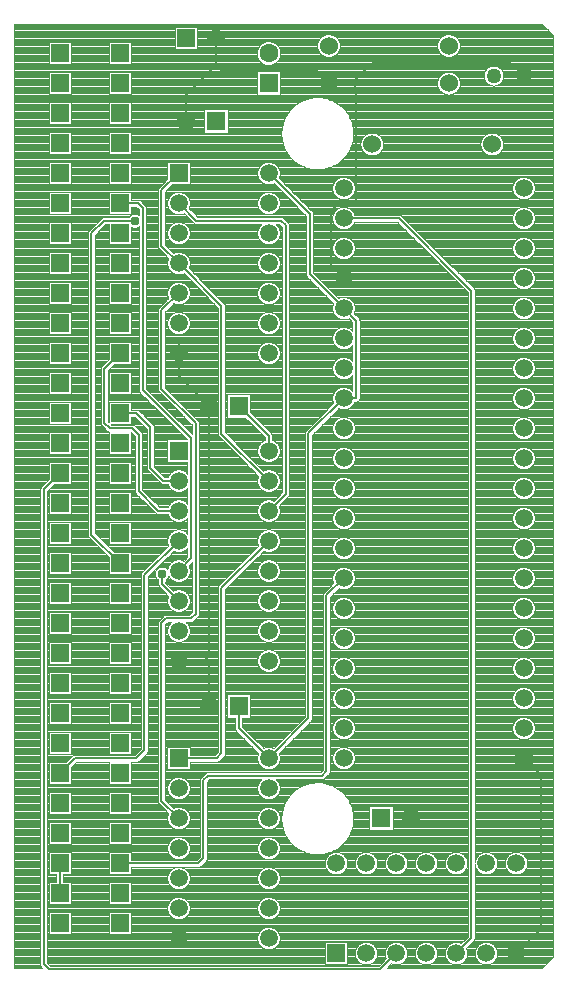
<source format=gbr>
G04 DipTrace 3.3.1.3*
G04 Bottom.gbr*
%MOMM*%
G04 #@! TF.FileFunction,Copper,L2,Bot*
G04 #@! TF.Part,Single*
G04 #@! TA.AperFunction,Conductor*
%ADD13C,0.2*%
G04 #@! TA.AperFunction,CopperBalancing*
%ADD14C,0.1*%
G04 #@! TA.AperFunction,ComponentPad*
%ADD15C,1.6*%
%ADD16R,1.6X1.6*%
%ADD17C,1.27*%
%ADD18R,1.27X1.27*%
%ADD19R,1.5X1.5*%
%ADD20C,1.5*%
%ADD21C,1.524*%
%ADD22C,1.524*%
G04 #@! TA.AperFunction,ViaPad*
%ADD23C,0.7874*%
%FSLAX35Y35*%
G04*
G71*
G90*
G75*
G01*
G04 Bottom*
%LPD*%
X1455633Y5254499D2*
D13*
X1320629Y5119495D1*
Y1095001D1*
X1360629Y1055001D1*
X4166501D1*
X4302000Y1190500D1*
X3222500Y7794500D2*
X3572522Y7444478D1*
Y6936478D1*
X3857500Y6651500D1*
X2968500Y5826000D2*
X3222500Y5572000D1*
Y5445000D1*
X1455633Y1698499D2*
Y1952499D1*
X3222500Y2841500D2*
X2968500Y3095500D1*
Y3286000D1*
X3857500Y5889500D2*
X3560310Y5592310D1*
Y3179310D1*
X3222500Y2841500D1*
X3857500Y6651500D2*
X3962501Y6546499D1*
Y5889500D1*
X3857500D1*
Y7413500D2*
X4324847D1*
X4938118Y6800230D1*
Y1318618D1*
X4810000Y1190500D1*
X2460500Y5191000D2*
X2329108D1*
X2222841Y5297267D1*
Y5642452D1*
X2102794Y5762499D1*
X1963633D1*
X2460500Y4937000D2*
X2287376D1*
X2123284Y5101092D1*
Y5580368D1*
X2069890Y5633762D1*
X1878368D1*
X1833430Y5678700D1*
Y6140296D1*
X1963633Y6270499D1*
Y1952499D2*
X2629709D1*
X2669717Y1992508D1*
Y2652501D1*
X2709717Y2692501D1*
X3672499D1*
X3712499Y2732501D1*
Y4220499D1*
X3857500Y4365500D1*
Y6905500D2*
X3752499Y7010501D1*
Y7478501D1*
X3792499Y7518501D1*
X3925811D1*
X3965811Y7558501D1*
Y8516500D1*
X3925811Y8556500D1*
X4100055Y8730745D1*
X5270755D1*
X5381500Y8620000D1*
X3925811Y8556500D2*
X3730500D1*
X5381500Y2841500D2*
X5526501Y2696499D1*
Y1399001D1*
X5318000Y1190500D1*
X3730500Y8556500D2*
X3620500Y8666500D1*
X2818000D1*
X2778000Y8706500D1*
X2524000Y8452500D1*
Y8239000D1*
X2714500Y3286000D2*
Y3627000D1*
X2674500Y3667000D1*
X2714500Y3707000D1*
Y5826000D1*
X2460500Y6080000D1*
Y6270500D1*
X2674500Y3667000D2*
X2460500D1*
X2778000Y8706500D2*
Y8937500D1*
X2460500Y2841500D2*
X2784500D1*
X2824500Y2881500D1*
Y4285000D1*
X3222500Y4683000D1*
X2460500Y2333500D2*
X2315499Y2478501D1*
Y3986001D1*
X2355499Y4026001D1*
X2565501D1*
X2605501Y4066001D1*
Y5675998D1*
X2315499Y5966000D1*
Y6633499D1*
X2460500Y6778500D1*
Y4683000D2*
X2171529Y4394029D1*
Y2907510D1*
X2103327Y2839308D1*
X1580443D1*
X1455633Y2714499D1*
X2460500Y4429000D2*
X2565501Y4534001D1*
Y5549999D1*
X2157379Y5958121D1*
Y7500500D1*
X2117380Y7540499D1*
X1963633D1*
X2319761Y4402871D2*
Y4315739D1*
X2460500Y4175000D1*
X3222500Y4937000D2*
X3367501Y5082001D1*
Y7351501D1*
X3327501Y7391501D1*
X2609499D1*
X2460500Y7540500D1*
Y7794500D2*
X2315499Y7649499D1*
Y7177501D1*
X2460500Y7032500D1*
X2824500Y6668500D1*
Y5589000D1*
X3222500Y5191000D1*
X2088009Y7391501D2*
X1828629D1*
X1723573Y7286444D1*
Y4732560D1*
X1963633Y4492499D1*
D23*
X2319761Y4402871D3*
X2088009Y7391501D3*
X1069510Y9049833D2*
D14*
X5546846D1*
X1069510Y9040167D2*
X5556514D1*
X1069510Y9030500D2*
X2427393D1*
X2620604D2*
X5566182D1*
X1069510Y9020833D2*
X2427393D1*
X2620604D2*
X5575850D1*
X1069510Y9011167D2*
X2427393D1*
X2620604D2*
X5585518D1*
X1069510Y9001500D2*
X2427393D1*
X2620604D2*
X5595186D1*
X1069510Y8991833D2*
X2427393D1*
X2620604D2*
X5604854D1*
X1069510Y8982167D2*
X2427393D1*
X2620604D2*
X5614521D1*
X1069510Y8972500D2*
X2427393D1*
X2620604D2*
X5624170D1*
X1069510Y8962833D2*
X2427393D1*
X2620604D2*
X3691045D1*
X3769959D2*
X4707041D1*
X4785955D2*
X5629502D1*
X1069510Y8953167D2*
X2427393D1*
X2620604D2*
X3673799D1*
X3787205D2*
X4689795D1*
X4803201D2*
X5629502D1*
X1069510Y8943500D2*
X2427393D1*
X2620604D2*
X3662119D1*
X3798885D2*
X4678115D1*
X4814881D2*
X5629502D1*
X1069510Y8933833D2*
X2427393D1*
X2620604D2*
X3653408D1*
X3807596D2*
X4669404D1*
X4823592D2*
X5629502D1*
X1069510Y8924167D2*
X2427393D1*
X2620604D2*
X3646709D1*
X3814295D2*
X4662705D1*
X4830291D2*
X5629502D1*
X1069510Y8914500D2*
X2427393D1*
X2620604D2*
X3641572D1*
X3819412D2*
X4657588D1*
X4835428D2*
X5629502D1*
X1069510Y8904833D2*
X1359033D1*
X1552225D2*
X1867041D1*
X2060232D2*
X2427393D1*
X2620604D2*
X3186553D1*
X3258455D2*
X3637744D1*
X3823260D2*
X4653740D1*
X4839256D2*
X5629502D1*
X1069510Y8895167D2*
X1359033D1*
X1552225D2*
X1867041D1*
X2060232D2*
X2427393D1*
X2620604D2*
X3167178D1*
X3277830D2*
X3635049D1*
X3825955D2*
X4651045D1*
X4841951D2*
X5629502D1*
X1069510Y8885500D2*
X1359033D1*
X1552225D2*
X1867041D1*
X2060232D2*
X2427393D1*
X2620604D2*
X3154443D1*
X3290545D2*
X3633389D1*
X3827615D2*
X4649385D1*
X4843611D2*
X5629502D1*
X1069510Y8875833D2*
X1359033D1*
X1552225D2*
X1867041D1*
X2060232D2*
X2427393D1*
X2620604D2*
X3145010D1*
X3299998D2*
X3632725D1*
X3828279D2*
X4648721D1*
X4844275D2*
X5629502D1*
X1069510Y8866167D2*
X1359033D1*
X1552225D2*
X1867041D1*
X2060232D2*
X2427393D1*
X2620604D2*
X3137705D1*
X3307303D2*
X3633018D1*
X3827986D2*
X4649014D1*
X4843982D2*
X5629502D1*
X1069510Y8856500D2*
X1359033D1*
X1552225D2*
X1867041D1*
X2060232D2*
X2427393D1*
X2620604D2*
X3132041D1*
X3312967D2*
X3634287D1*
X3826697D2*
X4650303D1*
X4842713D2*
X5629502D1*
X1069510Y8846833D2*
X1359033D1*
X1552225D2*
X1867041D1*
X2060232D2*
X2427393D1*
X2620604D2*
X3127686D1*
X3317303D2*
X3636592D1*
X3824412D2*
X4652588D1*
X4840408D2*
X5629502D1*
X1069510Y8837167D2*
X1359033D1*
X1552225D2*
X1867041D1*
X2060232D2*
X3124502D1*
X3320506D2*
X3639990D1*
X3821014D2*
X4655986D1*
X4837010D2*
X5629502D1*
X1069510Y8827500D2*
X1359033D1*
X1552225D2*
X1867041D1*
X2060232D2*
X3122354D1*
X3322654D2*
X3644600D1*
X3816404D2*
X4660596D1*
X4832400D2*
X5629502D1*
X1069510Y8817833D2*
X1359033D1*
X1552225D2*
X1867041D1*
X2060232D2*
X3121162D1*
X3323826D2*
X3650654D1*
X3810330D2*
X4666670D1*
X4826346D2*
X5629502D1*
X1069510Y8808167D2*
X1359033D1*
X1552225D2*
X1867041D1*
X2060232D2*
X3120928D1*
X3324080D2*
X3658525D1*
X3802459D2*
X4674541D1*
X4818475D2*
X5629502D1*
X1069510Y8798500D2*
X1359033D1*
X1552225D2*
X1867041D1*
X2060232D2*
X3121611D1*
X3323377D2*
X3668916D1*
X3792088D2*
X4684912D1*
X4808084D2*
X5629502D1*
X1069510Y8788833D2*
X1359033D1*
X1552225D2*
X1867041D1*
X2060232D2*
X3123252D1*
X3321736D2*
X3683486D1*
X3777518D2*
X4699482D1*
X4793514D2*
X5629502D1*
X1069510Y8779167D2*
X1359033D1*
X1552225D2*
X1867041D1*
X2060232D2*
X3125908D1*
X3319100D2*
X3710088D1*
X3750916D2*
X4726084D1*
X4766912D2*
X5629502D1*
X1069510Y8769500D2*
X1359033D1*
X1552225D2*
X1867041D1*
X2060232D2*
X3129639D1*
X3315369D2*
X5629502D1*
X1069510Y8759833D2*
X1359033D1*
X1552225D2*
X1867041D1*
X2060232D2*
X3134600D1*
X3310408D2*
X5629502D1*
X1069510Y8750167D2*
X1359033D1*
X1552225D2*
X1867041D1*
X2060232D2*
X3141006D1*
X3304002D2*
X5629502D1*
X1069510Y8740500D2*
X1359033D1*
X1552225D2*
X1867041D1*
X2060232D2*
X3149248D1*
X3295760D2*
X5629502D1*
X1069510Y8730833D2*
X1359033D1*
X1552225D2*
X1867041D1*
X2060232D2*
X3160068D1*
X3284920D2*
X5629502D1*
X1069510Y8721167D2*
X1359033D1*
X1552225D2*
X1867041D1*
X2060232D2*
X3175244D1*
X3269764D2*
X5629502D1*
X1069510Y8711500D2*
X3203623D1*
X3241365D2*
X5629502D1*
X1069510Y8701833D2*
X5107100D1*
X5147889D2*
X5629502D1*
X1069510Y8692167D2*
X5083311D1*
X5171678D2*
X5629502D1*
X1069510Y8682500D2*
X5070225D1*
X5184764D2*
X5629502D1*
X1069510Y8672833D2*
X5061064D1*
X5193924D2*
X5629502D1*
X1069510Y8663167D2*
X5054326D1*
X5200682D2*
X5629502D1*
X1069510Y8653500D2*
X3120908D1*
X3324100D2*
X5049365D1*
X5205643D2*
X5629502D1*
X1069510Y8643833D2*
X1359033D1*
X1552225D2*
X1867041D1*
X2060232D2*
X3120908D1*
X3324100D2*
X4703740D1*
X4789256D2*
X5045850D1*
X5209158D2*
X5629502D1*
X1069510Y8634167D2*
X1359033D1*
X1552225D2*
X1867041D1*
X2060232D2*
X3120908D1*
X3324100D2*
X4687725D1*
X4805271D2*
X5043604D1*
X5211404D2*
X5629502D1*
X1069510Y8624500D2*
X1359033D1*
X1552225D2*
X1867041D1*
X2060232D2*
X3120908D1*
X3324100D2*
X4676611D1*
X4816385D2*
X5042529D1*
X5212479D2*
X5629502D1*
X1069510Y8614833D2*
X1359033D1*
X1552225D2*
X1867041D1*
X2060232D2*
X3120908D1*
X3324100D2*
X4668252D1*
X4824744D2*
X5042568D1*
X5212439D2*
X5629502D1*
X1069510Y8605167D2*
X1359033D1*
X1552225D2*
X1867041D1*
X2060232D2*
X3120908D1*
X3324100D2*
X4661826D1*
X4831170D2*
X5043721D1*
X5211287D2*
X5629502D1*
X1069510Y8595500D2*
X1359033D1*
X1552225D2*
X1867041D1*
X2060232D2*
X3120908D1*
X3324100D2*
X4656904D1*
X4836092D2*
X5046045D1*
X5208943D2*
X5629502D1*
X1069510Y8585833D2*
X1359033D1*
X1552225D2*
X1867041D1*
X2060232D2*
X3120908D1*
X3324100D2*
X4653252D1*
X4839744D2*
X5049658D1*
X5205350D2*
X5629502D1*
X1069510Y8576167D2*
X1359033D1*
X1552225D2*
X1867041D1*
X2060232D2*
X3120908D1*
X3324100D2*
X4650713D1*
X4842283D2*
X5054717D1*
X5200271D2*
X5629502D1*
X1069510Y8566500D2*
X1359033D1*
X1552225D2*
X1867041D1*
X2060232D2*
X3120908D1*
X3324100D2*
X4649209D1*
X4843787D2*
X5061611D1*
X5193396D2*
X5629502D1*
X1069510Y8556833D2*
X1359033D1*
X1552225D2*
X1867041D1*
X2060232D2*
X3120908D1*
X3324100D2*
X4648701D1*
X4844295D2*
X5070986D1*
X5184021D2*
X5629502D1*
X1069510Y8547167D2*
X1359033D1*
X1552225D2*
X1867041D1*
X2060232D2*
X3120908D1*
X3324100D2*
X4649150D1*
X4843846D2*
X5084443D1*
X5170545D2*
X5629502D1*
X1069510Y8537500D2*
X1359033D1*
X1552225D2*
X1867041D1*
X2060232D2*
X3120908D1*
X3324100D2*
X4650576D1*
X4842420D2*
X5110166D1*
X5144822D2*
X5629502D1*
X1069510Y8527833D2*
X1359033D1*
X1552225D2*
X1867041D1*
X2060232D2*
X3120908D1*
X3324100D2*
X4653037D1*
X4839959D2*
X5629502D1*
X1069510Y8518167D2*
X1359033D1*
X1552225D2*
X1867041D1*
X2060232D2*
X3120908D1*
X3324100D2*
X4656611D1*
X4836385D2*
X5629502D1*
X1069510Y8508500D2*
X1359033D1*
X1552225D2*
X1867041D1*
X2060232D2*
X3120908D1*
X3324100D2*
X4661436D1*
X4831561D2*
X5629502D1*
X1069510Y8498833D2*
X1359033D1*
X1552225D2*
X1867041D1*
X2060232D2*
X3120908D1*
X3324100D2*
X4667744D1*
X4825252D2*
X5629502D1*
X1069510Y8489167D2*
X1359033D1*
X1552225D2*
X1867041D1*
X2060232D2*
X3120908D1*
X3324100D2*
X4675947D1*
X4817049D2*
X5629502D1*
X1069510Y8479500D2*
X1359033D1*
X1552225D2*
X1867041D1*
X2060232D2*
X3120908D1*
X3324100D2*
X4686846D1*
X4806170D2*
X5629502D1*
X1069510Y8469833D2*
X1359033D1*
X1552225D2*
X1867041D1*
X2060232D2*
X3120908D1*
X3324100D2*
X4702373D1*
X4790623D2*
X5629502D1*
X1069510Y8460167D2*
X3120908D1*
X3324100D2*
X4736006D1*
X4756990D2*
X5629502D1*
X1069510Y8450500D2*
X5629502D1*
X1069510Y8440833D2*
X5629502D1*
X1069510Y8431167D2*
X3573740D1*
X3697850D2*
X5629502D1*
X1069510Y8421500D2*
X3537744D1*
X3733846D2*
X5629502D1*
X1069510Y8411833D2*
X3512646D1*
X3758963D2*
X5629502D1*
X1069510Y8402167D2*
X3492529D1*
X3779061D2*
X5629502D1*
X1069510Y8392500D2*
X1359033D1*
X1552225D2*
X1867041D1*
X2060232D2*
X3475518D1*
X3796072D2*
X5629502D1*
X1069510Y8382833D2*
X1359033D1*
X1552225D2*
X1867041D1*
X2060232D2*
X3460693D1*
X3810896D2*
X5629502D1*
X1069510Y8373167D2*
X1359033D1*
X1552225D2*
X1867041D1*
X2060232D2*
X3447529D1*
X3824061D2*
X5629502D1*
X1069510Y8363500D2*
X1359033D1*
X1552225D2*
X1867041D1*
X2060232D2*
X3435713D1*
X3835896D2*
X5629502D1*
X1069510Y8353833D2*
X1359033D1*
X1552225D2*
X1867041D1*
X2060232D2*
X3424990D1*
X3846600D2*
X5629502D1*
X1069510Y8344167D2*
X1359033D1*
X1552225D2*
X1867041D1*
X2060232D2*
X3415225D1*
X3856385D2*
X5629502D1*
X1069510Y8334500D2*
X1359033D1*
X1552225D2*
X1867041D1*
X2060232D2*
X2676396D1*
X2879607D2*
X3406279D1*
X3865330D2*
X5629502D1*
X1069510Y8324833D2*
X1359033D1*
X1552225D2*
X1867041D1*
X2060232D2*
X2676396D1*
X2879607D2*
X3398057D1*
X3873533D2*
X5629502D1*
X1069510Y8315167D2*
X1359033D1*
X1552225D2*
X1867041D1*
X2060232D2*
X2676396D1*
X2879607D2*
X3390518D1*
X3881092D2*
X5629502D1*
X1069510Y8305500D2*
X1359033D1*
X1552225D2*
X1867041D1*
X2060232D2*
X2676396D1*
X2879607D2*
X3383545D1*
X3888045D2*
X5629502D1*
X1069510Y8295833D2*
X1359033D1*
X1552225D2*
X1867041D1*
X2060232D2*
X2676396D1*
X2879607D2*
X3377139D1*
X3894451D2*
X5629502D1*
X1069510Y8286167D2*
X1359033D1*
X1552225D2*
X1867041D1*
X2060232D2*
X2676396D1*
X2879607D2*
X3371240D1*
X3900350D2*
X5629502D1*
X1069510Y8276500D2*
X1359033D1*
X1552225D2*
X1867041D1*
X2060232D2*
X2676396D1*
X2879607D2*
X3365830D1*
X3905779D2*
X5629502D1*
X1069510Y8266833D2*
X1359033D1*
X1552225D2*
X1867041D1*
X2060232D2*
X2676396D1*
X2879607D2*
X3360850D1*
X3910740D2*
X5629502D1*
X1069510Y8257167D2*
X1359033D1*
X1552225D2*
X1867041D1*
X2060232D2*
X2676396D1*
X2879607D2*
X3356299D1*
X3915291D2*
X5629502D1*
X1069510Y8247500D2*
X1359033D1*
X1552225D2*
X1867041D1*
X2060232D2*
X2676396D1*
X2879607D2*
X3352158D1*
X3919451D2*
X5629502D1*
X1069510Y8237833D2*
X1359033D1*
X1552225D2*
X1867041D1*
X2060232D2*
X2676396D1*
X2879607D2*
X3348389D1*
X3923201D2*
X5629502D1*
X1069510Y8228167D2*
X1359033D1*
X1552225D2*
X1867041D1*
X2060232D2*
X2676396D1*
X2879607D2*
X3345010D1*
X3926600D2*
X5629502D1*
X1069510Y8218500D2*
X1359033D1*
X1552225D2*
X1867041D1*
X2060232D2*
X2676396D1*
X2879607D2*
X3341982D1*
X3929627D2*
X5629502D1*
X1069510Y8208833D2*
X1359033D1*
X1552225D2*
X1867041D1*
X2060232D2*
X2676396D1*
X2879607D2*
X3339287D1*
X3932303D2*
X5629502D1*
X1069510Y8199167D2*
X2676396D1*
X2879607D2*
X3336943D1*
X3934646D2*
X5629502D1*
X1069510Y8189500D2*
X2676396D1*
X2879607D2*
X3334932D1*
X3936678D2*
X5629502D1*
X1069510Y8179833D2*
X2676396D1*
X2879607D2*
X3333232D1*
X3938357D2*
X5629502D1*
X1069510Y8170167D2*
X2676396D1*
X2879607D2*
X3331865D1*
X3939744D2*
X5629502D1*
X1069510Y8160500D2*
X2676396D1*
X2879607D2*
X3330791D1*
X3940799D2*
X5629502D1*
X1069510Y8150833D2*
X2676396D1*
X2879607D2*
X3330049D1*
X3941561D2*
X5629502D1*
X1069510Y8141167D2*
X1359033D1*
X1552225D2*
X1867041D1*
X2060232D2*
X2676396D1*
X2879607D2*
X3329600D1*
X3941990D2*
X5629502D1*
X1069510Y8131500D2*
X1359033D1*
X1552225D2*
X1867041D1*
X2060232D2*
X3329463D1*
X3942127D2*
X4061885D1*
X4132928D2*
X5077881D1*
X5148924D2*
X5629502D1*
X1069510Y8121833D2*
X1359033D1*
X1552225D2*
X1867041D1*
X2060232D2*
X3329639D1*
X3941971D2*
X4043057D1*
X4151756D2*
X5059053D1*
X5167752D2*
X5629502D1*
X1069510Y8112167D2*
X1359033D1*
X1552225D2*
X1867041D1*
X2060232D2*
X3330107D1*
X3941482D2*
X4030713D1*
X4164100D2*
X5046729D1*
X5180096D2*
X5629502D1*
X1069510Y8102500D2*
X1359033D1*
X1552225D2*
X1867041D1*
X2060232D2*
X3330889D1*
X3940701D2*
X4021611D1*
X4173221D2*
X5037607D1*
X5189217D2*
X5629502D1*
X1069510Y8092833D2*
X1359033D1*
X1552225D2*
X1867041D1*
X2060232D2*
X3331982D1*
X3939607D2*
X4014619D1*
X4180193D2*
X5030615D1*
X5196209D2*
X5629502D1*
X1069510Y8083167D2*
X1359033D1*
X1552225D2*
X1867041D1*
X2060232D2*
X3333389D1*
X3938201D2*
X4009248D1*
X4185564D2*
X5025244D1*
X5201580D2*
X5629502D1*
X1069510Y8073500D2*
X1359033D1*
X1552225D2*
X1867041D1*
X2060232D2*
X3335127D1*
X3936482D2*
X4005205D1*
X4189607D2*
X5021201D1*
X5205604D2*
X5629502D1*
X1069510Y8063833D2*
X1359033D1*
X1552225D2*
X1867041D1*
X2060232D2*
X3337178D1*
X3934432D2*
X4002314D1*
X4192498D2*
X5018330D1*
X5208494D2*
X5629502D1*
X1069510Y8054167D2*
X1359033D1*
X1552225D2*
X1867041D1*
X2060232D2*
X3339561D1*
X3932049D2*
X4000498D1*
X4194314D2*
X5016494D1*
X5210311D2*
X5629502D1*
X1069510Y8044500D2*
X1359033D1*
X1552225D2*
X1867041D1*
X2060232D2*
X3342275D1*
X3929334D2*
X3999658D1*
X4195154D2*
X5015674D1*
X5211150D2*
X5629502D1*
X1069510Y8034833D2*
X1359033D1*
X1552225D2*
X1867041D1*
X2060232D2*
X3345342D1*
X3926268D2*
X3999814D1*
X4194998D2*
X5015811D1*
X5211014D2*
X5629502D1*
X1069510Y8025167D2*
X1359033D1*
X1552225D2*
X1867041D1*
X2060232D2*
X3348760D1*
X3922830D2*
X4000928D1*
X4193885D2*
X5016924D1*
X5209900D2*
X5629502D1*
X1069510Y8015500D2*
X1359033D1*
X1552225D2*
X1867041D1*
X2060232D2*
X3352568D1*
X3919041D2*
X4003037D1*
X4191775D2*
X5019053D1*
X5207771D2*
X5629502D1*
X1069510Y8005833D2*
X1359033D1*
X1552225D2*
X1867041D1*
X2060232D2*
X3356748D1*
X3914842D2*
X4006240D1*
X4188572D2*
X5022236D1*
X5204568D2*
X5629502D1*
X1069510Y7996167D2*
X1359033D1*
X1552225D2*
X1867041D1*
X2060232D2*
X3361338D1*
X3910252D2*
X4010654D1*
X4184158D2*
X5026650D1*
X5200174D2*
X5629502D1*
X1069510Y7986500D2*
X1359033D1*
X1552225D2*
X1867041D1*
X2060232D2*
X3366357D1*
X3905232D2*
X4016455D1*
X4178357D2*
X5032451D1*
X5194373D2*
X5629502D1*
X1069510Y7976833D2*
X1359033D1*
X1552225D2*
X1867041D1*
X2060232D2*
X3371826D1*
X3899764D2*
X4023994D1*
X4170818D2*
X5039990D1*
X5186834D2*
X5629502D1*
X1069510Y7967167D2*
X1359033D1*
X1552225D2*
X1867041D1*
X2060232D2*
X3377783D1*
X3893826D2*
X4033877D1*
X4160936D2*
X5049873D1*
X5176932D2*
X5629502D1*
X1069510Y7957500D2*
X1359033D1*
X1552225D2*
X1867041D1*
X2060232D2*
X3384248D1*
X3887361D2*
X4047549D1*
X4147264D2*
X5063545D1*
X5163260D2*
X5629502D1*
X1069510Y7947833D2*
X3391260D1*
X3880330D2*
X4070361D1*
X4124451D2*
X5086357D1*
X5140447D2*
X5629502D1*
X1069510Y7938167D2*
X3398877D1*
X3872713D2*
X5629502D1*
X1069510Y7928500D2*
X3407178D1*
X3864432D2*
X5629502D1*
X1069510Y7918833D2*
X3416201D1*
X3855408D2*
X5629502D1*
X1069510Y7909167D2*
X3426064D1*
X3845545D2*
X5629502D1*
X1069510Y7899500D2*
X3436885D1*
X3834725D2*
X5629502D1*
X1069510Y7889833D2*
X1359033D1*
X1552225D2*
X1867041D1*
X2060232D2*
X2363896D1*
X2557107D2*
X3214365D1*
X3230643D2*
X3448838D1*
X3822771D2*
X5629502D1*
X1069510Y7880167D2*
X1359033D1*
X1552225D2*
X1867041D1*
X2060232D2*
X2363896D1*
X2557107D2*
X3179072D1*
X3265936D2*
X3462158D1*
X3809451D2*
X5629502D1*
X1069510Y7870500D2*
X1359033D1*
X1552225D2*
X1867041D1*
X2060232D2*
X2363896D1*
X2557107D2*
X3163506D1*
X3281502D2*
X3477178D1*
X3794432D2*
X5629502D1*
X1069510Y7860833D2*
X1359033D1*
X1552225D2*
X1867041D1*
X2060232D2*
X2363896D1*
X2557107D2*
X3152666D1*
X3292342D2*
X3494463D1*
X3777146D2*
X5629502D1*
X1069510Y7851167D2*
X1359033D1*
X1552225D2*
X1867041D1*
X2060232D2*
X2363896D1*
X2557107D2*
X3144502D1*
X3300486D2*
X3514971D1*
X3756639D2*
X5629502D1*
X1069510Y7841500D2*
X1359033D1*
X1552225D2*
X1867041D1*
X2060232D2*
X2363896D1*
X2557107D2*
X3138252D1*
X3306756D2*
X3540791D1*
X3730818D2*
X5629502D1*
X1069510Y7831833D2*
X1359033D1*
X1552225D2*
X1867041D1*
X2060232D2*
X2363896D1*
X2557107D2*
X3133486D1*
X3311502D2*
X3578877D1*
X3692732D2*
X5629502D1*
X1069510Y7822167D2*
X1359033D1*
X1552225D2*
X1867041D1*
X2060232D2*
X2363896D1*
X2557107D2*
X3129990D1*
X3315018D2*
X5629502D1*
X1069510Y7812500D2*
X1359033D1*
X1552225D2*
X1867041D1*
X2060232D2*
X2363896D1*
X2557107D2*
X3127607D1*
X3317381D2*
X5629502D1*
X1069510Y7802833D2*
X1359033D1*
X1552225D2*
X1867041D1*
X2060232D2*
X2363896D1*
X2557107D2*
X3126260D1*
X3318729D2*
X5629502D1*
X1069510Y7793167D2*
X1359033D1*
X1552225D2*
X1867041D1*
X2060232D2*
X2363896D1*
X2557107D2*
X3125908D1*
X3319100D2*
X5629502D1*
X1069510Y7783500D2*
X1359033D1*
X1552225D2*
X1867041D1*
X2060232D2*
X2363896D1*
X2557107D2*
X3126533D1*
X3318475D2*
X5629502D1*
X1069510Y7773833D2*
X1359033D1*
X1552225D2*
X1867041D1*
X2060232D2*
X2363896D1*
X2557107D2*
X3128154D1*
X3316834D2*
X5629502D1*
X1069510Y7764167D2*
X1359033D1*
X1552225D2*
X1867041D1*
X2060232D2*
X2363896D1*
X2557107D2*
X3130850D1*
X3314158D2*
X5629502D1*
X1069510Y7754500D2*
X1359033D1*
X1552225D2*
X1867041D1*
X2060232D2*
X2363896D1*
X2557107D2*
X3134678D1*
X3310330D2*
X3816865D1*
X3898123D2*
X5340869D1*
X5422127D2*
X5629502D1*
X1069510Y7744833D2*
X1359033D1*
X1552225D2*
X1867041D1*
X2060232D2*
X2363896D1*
X2557107D2*
X3139814D1*
X3316443D2*
X3800303D1*
X3914705D2*
X5324287D1*
X5438709D2*
X5629502D1*
X1069510Y7735167D2*
X1359033D1*
X1552225D2*
X1867041D1*
X2060232D2*
X2356885D1*
X2557107D2*
X3146533D1*
X3326111D2*
X3788975D1*
X3926033D2*
X5312959D1*
X5450037D2*
X5629502D1*
X1069510Y7725500D2*
X1359033D1*
X1552225D2*
X1867041D1*
X2060232D2*
X2347217D1*
X2557107D2*
X3155322D1*
X3335779D2*
X3780498D1*
X3934490D2*
X5304502D1*
X5458494D2*
X5629502D1*
X1069510Y7715833D2*
X1359033D1*
X1552225D2*
X1867041D1*
X2060232D2*
X2337549D1*
X2557107D2*
X3167178D1*
X3345447D2*
X3774014D1*
X3940975D2*
X5298018D1*
X5464979D2*
X5629502D1*
X1069510Y7706167D2*
X1359033D1*
X1552225D2*
X1867041D1*
X2060232D2*
X2327900D1*
X2557107D2*
X3184932D1*
X3260057D2*
X3266559D1*
X3355115D2*
X3769072D1*
X3945936D2*
X5293076D1*
X5469939D2*
X5629502D1*
X1069510Y7696500D2*
X2318232D1*
X2406775D2*
X3276221D1*
X3364783D2*
X3765400D1*
X3949588D2*
X5289404D1*
X5473592D2*
X5629502D1*
X1069510Y7686833D2*
X2308564D1*
X2397107D2*
X3285889D1*
X3374451D2*
X3762881D1*
X3952127D2*
X5286885D1*
X5476131D2*
X5629502D1*
X1069510Y7677167D2*
X2298896D1*
X2387439D2*
X3295557D1*
X3384100D2*
X3761396D1*
X3953611D2*
X5285381D1*
X5477615D2*
X5629502D1*
X1069510Y7667500D2*
X2289756D1*
X2377771D2*
X3305225D1*
X3393768D2*
X3760908D1*
X3954100D2*
X5284893D1*
X5478104D2*
X5629502D1*
X1069510Y7657833D2*
X2285049D1*
X2368104D2*
X3314893D1*
X3403436D2*
X3761396D1*
X3953611D2*
X5285381D1*
X5477615D2*
X5629502D1*
X1069510Y7648167D2*
X2283896D1*
X2358436D2*
X3324561D1*
X3413104D2*
X3762881D1*
X3952127D2*
X5286885D1*
X5476131D2*
X5629502D1*
X1069510Y7638500D2*
X2283896D1*
X2348768D2*
X3334229D1*
X3422771D2*
X3765400D1*
X3949588D2*
X5289404D1*
X5473592D2*
X5629502D1*
X1069510Y7628833D2*
X1359033D1*
X1552225D2*
X1867041D1*
X2060232D2*
X2283896D1*
X2347107D2*
X2422939D1*
X2498064D2*
X3184932D1*
X3260057D2*
X3343896D1*
X3432439D2*
X3769072D1*
X3945936D2*
X5293076D1*
X5469939D2*
X5629502D1*
X1069510Y7619167D2*
X1359033D1*
X1552225D2*
X1867041D1*
X2060232D2*
X2283896D1*
X2347107D2*
X2405186D1*
X2515818D2*
X3167178D1*
X3277830D2*
X3353564D1*
X3442107D2*
X3774014D1*
X3940975D2*
X5298018D1*
X5464979D2*
X5629502D1*
X1069510Y7609500D2*
X1359033D1*
X1552225D2*
X1867041D1*
X2060232D2*
X2283896D1*
X2347107D2*
X2393330D1*
X2527674D2*
X3155322D1*
X3289666D2*
X3363232D1*
X3451775D2*
X3780498D1*
X3934490D2*
X5304502D1*
X5458494D2*
X5629502D1*
X1069510Y7599833D2*
X1359033D1*
X1552225D2*
X1867041D1*
X2060232D2*
X2283896D1*
X2347107D2*
X2384541D1*
X2536463D2*
X3146533D1*
X3298455D2*
X3372900D1*
X3461443D2*
X3788975D1*
X3926033D2*
X5312959D1*
X5450037D2*
X5629502D1*
X1069510Y7590167D2*
X1359033D1*
X1552225D2*
X1867041D1*
X2060232D2*
X2283896D1*
X2347107D2*
X2377822D1*
X2543182D2*
X3139814D1*
X3305193D2*
X3382549D1*
X3471111D2*
X3800303D1*
X3914705D2*
X5324287D1*
X5438709D2*
X5629502D1*
X1069510Y7580500D2*
X1359033D1*
X1552225D2*
X1867041D1*
X2060232D2*
X2283896D1*
X2347107D2*
X2372666D1*
X2548338D2*
X3134678D1*
X3310330D2*
X3392217D1*
X3480779D2*
X3816865D1*
X3898123D2*
X5340869D1*
X5422127D2*
X5629502D1*
X1069510Y7570833D2*
X1359033D1*
X1552225D2*
X1867041D1*
X2122400D2*
X2283896D1*
X2347107D2*
X2368838D1*
X2552166D2*
X3130850D1*
X3314158D2*
X3401885D1*
X3490447D2*
X5629502D1*
X1069510Y7561167D2*
X1359033D1*
X1552225D2*
X1867041D1*
X2140994D2*
X2283896D1*
X2347107D2*
X2366162D1*
X2554842D2*
X3128154D1*
X3316834D2*
X3411553D1*
X3500115D2*
X5629502D1*
X1069510Y7551500D2*
X1359033D1*
X1552225D2*
X1867041D1*
X2150662D2*
X2283896D1*
X2347107D2*
X2364541D1*
X2556463D2*
X3126533D1*
X3318475D2*
X3421221D1*
X3509783D2*
X5629502D1*
X1069510Y7541833D2*
X1359033D1*
X1552225D2*
X1867041D1*
X2160330D2*
X2283896D1*
X2347107D2*
X2363916D1*
X2557088D2*
X3125908D1*
X3319100D2*
X3430889D1*
X3519451D2*
X5629502D1*
X1069510Y7532167D2*
X1359033D1*
X1552225D2*
X1867041D1*
X2169979D2*
X2283896D1*
X2347107D2*
X2364268D1*
X2556736D2*
X3126260D1*
X3318729D2*
X3440557D1*
X3529100D2*
X5629502D1*
X1069510Y7522500D2*
X1359033D1*
X1552225D2*
X1867041D1*
X2179646D2*
X2283896D1*
X2347107D2*
X2365615D1*
X2555389D2*
X3127607D1*
X3317381D2*
X3450225D1*
X3538768D2*
X5629502D1*
X1069510Y7512833D2*
X1359033D1*
X1552225D2*
X1867041D1*
X2186385D2*
X2283896D1*
X2347107D2*
X2367998D1*
X2553006D2*
X3129990D1*
X3315018D2*
X3459893D1*
X3548436D2*
X5629502D1*
X1069510Y7503167D2*
X1359033D1*
X1552225D2*
X1867041D1*
X2060232D2*
X2110439D1*
X2188865D2*
X2283896D1*
X2347107D2*
X2371494D1*
X2549510D2*
X3133486D1*
X3311502D2*
X3469561D1*
X3558104D2*
X3823350D1*
X3891658D2*
X5347354D1*
X5415662D2*
X5629502D1*
X1069510Y7493500D2*
X1359033D1*
X1552225D2*
X1867041D1*
X2060232D2*
X2120107D1*
X2188982D2*
X2283896D1*
X2347107D2*
X2376260D1*
X2551775D2*
X3138252D1*
X3306756D2*
X3479229D1*
X3567771D2*
X3804170D1*
X3910838D2*
X5328154D1*
X5434842D2*
X5629502D1*
X1069510Y7483833D2*
X1359033D1*
X1552225D2*
X1867041D1*
X2060232D2*
X2125771D1*
X2188982D2*
X2283896D1*
X2347107D2*
X2382510D1*
X2561443D2*
X3144502D1*
X3300486D2*
X3488896D1*
X3577439D2*
X3791748D1*
X3923260D2*
X5315752D1*
X5447244D2*
X5629502D1*
X1069510Y7474167D2*
X1359033D1*
X1552225D2*
X1867041D1*
X2060232D2*
X2125771D1*
X2188982D2*
X2283896D1*
X2347107D2*
X2390654D1*
X2571111D2*
X3152666D1*
X3292342D2*
X3498564D1*
X3587107D2*
X3782607D1*
X3932381D2*
X5306611D1*
X5456385D2*
X5629502D1*
X1069510Y7464500D2*
X1359033D1*
X1552225D2*
X1867041D1*
X2060232D2*
X2125771D1*
X2188982D2*
X2283896D1*
X2347107D2*
X2401514D1*
X2580779D2*
X3163506D1*
X3281502D2*
X3508232D1*
X3596658D2*
X3775635D1*
X3939354D2*
X5299639D1*
X5463357D2*
X5629502D1*
X1069510Y7454833D2*
X1359033D1*
X1552225D2*
X1867041D1*
X2060232D2*
X2125771D1*
X2188982D2*
X2283896D1*
X2347107D2*
X2417061D1*
X2590447D2*
X3179072D1*
X3265936D2*
X3517900D1*
X3602322D2*
X3770303D1*
X3944705D2*
X5294307D1*
X5468709D2*
X5629502D1*
X1069510Y7445167D2*
X1359033D1*
X1552225D2*
X1867041D1*
X2115779D2*
X2125771D1*
X2188982D2*
X2283896D1*
X2347107D2*
X2452373D1*
X2468631D2*
X2511553D1*
X2600115D2*
X3214365D1*
X3230643D2*
X3527549D1*
X3604119D2*
X3766299D1*
X3948709D2*
X5290303D1*
X5472693D2*
X5629502D1*
X1069510Y7435500D2*
X2046260D1*
X2188982D2*
X2283896D1*
X2347107D2*
X2521221D1*
X2609783D2*
X3537217D1*
X3604119D2*
X3763467D1*
X4347107D2*
X5287471D1*
X5475525D2*
X5629502D1*
X1069510Y7425833D2*
X2037842D1*
X2188982D2*
X2283896D1*
X2347107D2*
X2530889D1*
X2619451D2*
X3540928D1*
X3604119D2*
X3761689D1*
X4356795D2*
X5285693D1*
X5477303D2*
X5629502D1*
X1069510Y7416167D2*
X1809521D1*
X2188982D2*
X2283896D1*
X2347107D2*
X2540557D1*
X3346619D2*
X3540928D1*
X3604119D2*
X3760928D1*
X4366463D2*
X5284932D1*
X5478064D2*
X5629502D1*
X1069510Y7406500D2*
X1799346D1*
X2188982D2*
X2283896D1*
X2347107D2*
X2550225D1*
X3356775D2*
X3540928D1*
X3604119D2*
X3761162D1*
X4376131D2*
X5285166D1*
X5477850D2*
X5629502D1*
X1069510Y7396833D2*
X1789678D1*
X2188982D2*
X2283896D1*
X2347107D2*
X2559893D1*
X3366443D2*
X3540928D1*
X3604119D2*
X3762373D1*
X4385779D2*
X5286357D1*
X5476639D2*
X5629502D1*
X1069510Y7387167D2*
X1780029D1*
X2188982D2*
X2283896D1*
X2347107D2*
X2569561D1*
X3376111D2*
X3540928D1*
X3604119D2*
X3764600D1*
X4395447D2*
X5288604D1*
X5474393D2*
X5629502D1*
X1069510Y7377500D2*
X1359033D1*
X1552225D2*
X1770361D1*
X2188982D2*
X2283896D1*
X2347107D2*
X2430205D1*
X2490799D2*
X2579229D1*
X3385779D2*
X3540928D1*
X3604119D2*
X3767939D1*
X3947068D2*
X4316572D1*
X4405115D2*
X5291943D1*
X5471072D2*
X5629502D1*
X1069510Y7367833D2*
X1359033D1*
X1552225D2*
X1760693D1*
X2188982D2*
X2283896D1*
X2347107D2*
X2409268D1*
X2511736D2*
X2589111D1*
X3394373D2*
X3540928D1*
X3604119D2*
X3772510D1*
X3942479D2*
X4326240D1*
X4414783D2*
X5296514D1*
X5466482D2*
X5629502D1*
X1069510Y7358167D2*
X1359033D1*
X1552225D2*
X1751025D1*
X1839568D2*
X1867041D1*
X2188982D2*
X2283896D1*
X2347107D2*
X2396221D1*
X2524764D2*
X3158232D1*
X3286775D2*
X3316553D1*
X3398357D2*
X3540928D1*
X3604119D2*
X3778545D1*
X3936463D2*
X4335908D1*
X4424451D2*
X5302549D1*
X5460467D2*
X5629502D1*
X1069510Y7348500D2*
X1359033D1*
X1552225D2*
X1741357D1*
X1829900D2*
X1867041D1*
X2188982D2*
X2283896D1*
X2347107D2*
X2386729D1*
X2534275D2*
X3148740D1*
X3296268D2*
X3326221D1*
X3399100D2*
X3540928D1*
X3604119D2*
X3786396D1*
X3928611D2*
X4345576D1*
X4434119D2*
X5310400D1*
X5452596D2*
X5629502D1*
X1069510Y7338833D2*
X1359033D1*
X1552225D2*
X1731689D1*
X1820232D2*
X1867041D1*
X2117693D2*
X2125771D1*
X2188982D2*
X2283896D1*
X2347107D2*
X2379502D1*
X2541502D2*
X3141494D1*
X3303494D2*
X3335889D1*
X3399100D2*
X3540928D1*
X3604119D2*
X3796807D1*
X3918201D2*
X4355244D1*
X4443787D2*
X5320791D1*
X5442205D2*
X5629502D1*
X1069510Y7329167D2*
X1359033D1*
X1552225D2*
X1722021D1*
X1810564D2*
X1867041D1*
X2060232D2*
X2125771D1*
X2188982D2*
X2283896D1*
X2347107D2*
X2373955D1*
X2547049D2*
X3135947D1*
X3309041D2*
X3335908D1*
X3399100D2*
X3540928D1*
X3604119D2*
X3811475D1*
X3903533D2*
X4364912D1*
X4453455D2*
X5335479D1*
X5427518D2*
X5629502D1*
X1069510Y7319500D2*
X1359033D1*
X1552225D2*
X1712354D1*
X1800896D2*
X1867041D1*
X2060232D2*
X2125771D1*
X2188982D2*
X2283896D1*
X2347107D2*
X2369775D1*
X2551229D2*
X3131768D1*
X3313221D2*
X3335908D1*
X3399100D2*
X3540928D1*
X3604119D2*
X3839092D1*
X3875916D2*
X4374580D1*
X4463123D2*
X5363076D1*
X5399920D2*
X5629502D1*
X1069510Y7309833D2*
X1359033D1*
X1552225D2*
X1702686D1*
X1791229D2*
X1867041D1*
X2060232D2*
X2125771D1*
X2188982D2*
X2283896D1*
X2347107D2*
X2366787D1*
X2554217D2*
X3128799D1*
X3316209D2*
X3335908D1*
X3399100D2*
X3540928D1*
X3604119D2*
X4384248D1*
X4472791D2*
X5629502D1*
X1069510Y7300167D2*
X1359033D1*
X1552225D2*
X1695225D1*
X1781561D2*
X1867041D1*
X2060232D2*
X2125771D1*
X2188982D2*
X2283896D1*
X2347107D2*
X2364873D1*
X2556111D2*
X3126885D1*
X3318123D2*
X3335908D1*
X3399100D2*
X3540928D1*
X3604119D2*
X4393896D1*
X4482459D2*
X5629502D1*
X1069510Y7290500D2*
X1359033D1*
X1552225D2*
X1692236D1*
X1771912D2*
X1867041D1*
X2060232D2*
X2125771D1*
X2188982D2*
X2283896D1*
X2347107D2*
X2363975D1*
X2557010D2*
X3125986D1*
X3319021D2*
X3335908D1*
X3399100D2*
X3540928D1*
X3604119D2*
X4403564D1*
X4492127D2*
X5629502D1*
X1069510Y7280833D2*
X1359033D1*
X1552225D2*
X1691963D1*
X1762244D2*
X1867041D1*
X2060232D2*
X2125771D1*
X2188982D2*
X2283896D1*
X2347107D2*
X2364072D1*
X2556932D2*
X3126064D1*
X3318924D2*
X3335908D1*
X3399100D2*
X3540928D1*
X3604119D2*
X4413232D1*
X4501795D2*
X5629502D1*
X1069510Y7271167D2*
X1359033D1*
X1552225D2*
X1691963D1*
X1755174D2*
X1867041D1*
X2060232D2*
X2125771D1*
X2188982D2*
X2283896D1*
X2347107D2*
X2365146D1*
X2555857D2*
X3127139D1*
X3317869D2*
X3335908D1*
X3399100D2*
X3540928D1*
X3604119D2*
X4422900D1*
X4511463D2*
X5629502D1*
X1069510Y7261500D2*
X1359033D1*
X1552225D2*
X1691963D1*
X1755174D2*
X1867041D1*
X2060232D2*
X2125771D1*
X2188982D2*
X2283896D1*
X2347107D2*
X2367236D1*
X2553768D2*
X3129229D1*
X3315779D2*
X3335908D1*
X3399100D2*
X3540928D1*
X3604119D2*
X4432568D1*
X4521131D2*
X5629502D1*
X1069510Y7251833D2*
X1359033D1*
X1552225D2*
X1691963D1*
X1755174D2*
X1867041D1*
X2060232D2*
X2125771D1*
X2188982D2*
X2283896D1*
X2347107D2*
X2370400D1*
X2550584D2*
X3132412D1*
X3312596D2*
X3335908D1*
X3399100D2*
X3540928D1*
X3604119D2*
X3831729D1*
X3883279D2*
X4442236D1*
X4530779D2*
X5355732D1*
X5407283D2*
X5629502D1*
X1069510Y7242167D2*
X1359033D1*
X1552225D2*
X1691963D1*
X1755174D2*
X1867041D1*
X2060232D2*
X2125771D1*
X2188982D2*
X2283896D1*
X2347107D2*
X2374795D1*
X2546189D2*
X3136807D1*
X3308201D2*
X3335908D1*
X3399100D2*
X3540928D1*
X3604119D2*
X3808486D1*
X3906521D2*
X4451904D1*
X4540447D2*
X5332490D1*
X5430525D2*
X5629502D1*
X1069510Y7232500D2*
X1359033D1*
X1552225D2*
X1691963D1*
X1755174D2*
X1867041D1*
X2060232D2*
X2125771D1*
X2188982D2*
X2283896D1*
X2347107D2*
X2380615D1*
X2540389D2*
X3142607D1*
X3302381D2*
X3335908D1*
X3399100D2*
X3540928D1*
X3604119D2*
X3794775D1*
X3920232D2*
X4461572D1*
X4550115D2*
X5318779D1*
X5444236D2*
X5629502D1*
X1069510Y7222833D2*
X1359033D1*
X1552225D2*
X1691963D1*
X1755174D2*
X1867041D1*
X2060232D2*
X2125771D1*
X2188982D2*
X2283896D1*
X2347107D2*
X2388193D1*
X2532811D2*
X3150186D1*
X3294822D2*
X3335908D1*
X3399100D2*
X3540928D1*
X3604119D2*
X3784893D1*
X3930115D2*
X4471240D1*
X4559783D2*
X5308896D1*
X5454119D2*
X5629502D1*
X1069510Y7213167D2*
X1359033D1*
X1552225D2*
X1691963D1*
X1755174D2*
X1867041D1*
X2060232D2*
X2125771D1*
X2188982D2*
X2283896D1*
X2347107D2*
X2398174D1*
X2522830D2*
X3160166D1*
X3284822D2*
X3335908D1*
X3399100D2*
X3540928D1*
X3604119D2*
X3777393D1*
X3937615D2*
X4480908D1*
X4569451D2*
X5301377D1*
X5461619D2*
X5629502D1*
X1069510Y7203500D2*
X1359033D1*
X1552225D2*
X1691963D1*
X1755174D2*
X1867041D1*
X2060232D2*
X2125771D1*
X2188982D2*
X2283896D1*
X2347107D2*
X2412061D1*
X2508943D2*
X3174053D1*
X3270936D2*
X3335908D1*
X3399100D2*
X3540928D1*
X3604119D2*
X3771631D1*
X3943377D2*
X4490576D1*
X4579119D2*
X5295635D1*
X5467381D2*
X5629502D1*
X1069510Y7193833D2*
X1359033D1*
X1552225D2*
X1691963D1*
X1755174D2*
X1867041D1*
X2060232D2*
X2125771D1*
X2188982D2*
X2283896D1*
X2347107D2*
X2436006D1*
X2484998D2*
X3197998D1*
X3246990D2*
X3335908D1*
X3399100D2*
X3540928D1*
X3604119D2*
X3767275D1*
X3947713D2*
X4500244D1*
X4588787D2*
X5291279D1*
X5471717D2*
X5629502D1*
X1069510Y7184167D2*
X1691963D1*
X1755174D2*
X2125771D1*
X2188982D2*
X2283896D1*
X2353104D2*
X3335908D1*
X3399100D2*
X3540928D1*
X3604119D2*
X3764131D1*
X3950857D2*
X4509912D1*
X4598455D2*
X5288135D1*
X5474861D2*
X5629502D1*
X1069510Y7174500D2*
X1691963D1*
X1755174D2*
X2125771D1*
X2188982D2*
X2284053D1*
X2362771D2*
X3335908D1*
X3399100D2*
X3540928D1*
X3604119D2*
X3762080D1*
X3952908D2*
X4519580D1*
X4608123D2*
X5286084D1*
X5476912D2*
X5629502D1*
X1069510Y7164833D2*
X1691963D1*
X1755174D2*
X2125771D1*
X2188982D2*
X2286650D1*
X2372439D2*
X3335908D1*
X3399100D2*
X3540928D1*
X3604119D2*
X3761045D1*
X3953943D2*
X4529248D1*
X4617791D2*
X5285049D1*
X5477947D2*
X5629502D1*
X1069510Y7155167D2*
X1691963D1*
X1755174D2*
X2125771D1*
X2188982D2*
X2293564D1*
X2382107D2*
X3335908D1*
X3399100D2*
X3540928D1*
X3604119D2*
X3761006D1*
X3954002D2*
X4538896D1*
X4627459D2*
X5284990D1*
X5478006D2*
X5629502D1*
X1069510Y7145500D2*
X1691963D1*
X1755174D2*
X2125771D1*
X2188982D2*
X2303232D1*
X2391775D2*
X3335908D1*
X3399100D2*
X3540928D1*
X3604119D2*
X3761924D1*
X3953064D2*
X4548564D1*
X4637127D2*
X5285928D1*
X5477068D2*
X5629502D1*
X1069510Y7135833D2*
X1691963D1*
X1755174D2*
X2125771D1*
X2188982D2*
X2312900D1*
X2401443D2*
X3335908D1*
X3399100D2*
X3540928D1*
X3604119D2*
X3763877D1*
X3951131D2*
X4558232D1*
X4646795D2*
X5287881D1*
X5475115D2*
X5629502D1*
X1069510Y7126167D2*
X1359033D1*
X1552225D2*
X1691963D1*
X1755174D2*
X1867041D1*
X2060232D2*
X2125771D1*
X2188982D2*
X2322549D1*
X2411111D2*
X2440381D1*
X2480623D2*
X3202373D1*
X3242635D2*
X3335908D1*
X3399100D2*
X3540928D1*
X3604119D2*
X3766904D1*
X3948104D2*
X4567900D1*
X4656463D2*
X5290908D1*
X5472107D2*
X5629502D1*
X1069510Y7116500D2*
X1359033D1*
X1552225D2*
X1691963D1*
X1755174D2*
X1867041D1*
X2060232D2*
X2125771D1*
X2188982D2*
X2332217D1*
X2507146D2*
X3175850D1*
X3269139D2*
X3335908D1*
X3399100D2*
X3540928D1*
X3604119D2*
X3771123D1*
X3943885D2*
X4577568D1*
X4666131D2*
X5295107D1*
X5467889D2*
X5629502D1*
X1069510Y7106833D2*
X1359033D1*
X1552225D2*
X1691963D1*
X1755174D2*
X1867041D1*
X2060232D2*
X2125771D1*
X2188982D2*
X2341885D1*
X2521619D2*
X3161377D1*
X3283611D2*
X3335908D1*
X3399100D2*
X3540928D1*
X3604119D2*
X3776709D1*
X3938279D2*
X4587236D1*
X4675779D2*
X5300713D1*
X5462283D2*
X5629502D1*
X1069510Y7097167D2*
X1359033D1*
X1552225D2*
X1691963D1*
X1755174D2*
X1867041D1*
X2060232D2*
X2125771D1*
X2188982D2*
X2351553D1*
X2531912D2*
X3151084D1*
X3293904D2*
X3335908D1*
X3399100D2*
X3540928D1*
X3604119D2*
X3784014D1*
X3930975D2*
X4596904D1*
X4685447D2*
X5308018D1*
X5454979D2*
X5629502D1*
X1069510Y7087500D2*
X1359033D1*
X1552225D2*
X1691963D1*
X1755174D2*
X1867041D1*
X2060232D2*
X2125771D1*
X2188982D2*
X2361221D1*
X2539686D2*
X3143311D1*
X3301697D2*
X3335908D1*
X3399100D2*
X3540928D1*
X3604119D2*
X3793604D1*
X3921385D2*
X4606572D1*
X4695115D2*
X5317607D1*
X5445389D2*
X5629502D1*
X1069510Y7077833D2*
X1359033D1*
X1552225D2*
X1691963D1*
X1755174D2*
X1867041D1*
X2060232D2*
X2125771D1*
X2188982D2*
X2370889D1*
X2545662D2*
X3137334D1*
X3307674D2*
X3335908D1*
X3399100D2*
X3540928D1*
X3604119D2*
X3806807D1*
X3908201D2*
X4616240D1*
X4704783D2*
X5330811D1*
X5432205D2*
X5629502D1*
X1069510Y7068167D2*
X1359033D1*
X1552225D2*
X1691963D1*
X1755174D2*
X1867041D1*
X2060232D2*
X2125771D1*
X2188982D2*
X2370811D1*
X2550193D2*
X3132803D1*
X3312205D2*
X3335908D1*
X3399100D2*
X3540928D1*
X3604119D2*
X3828252D1*
X3886736D2*
X4625908D1*
X4714451D2*
X5352256D1*
X5410740D2*
X5629502D1*
X1069510Y7058500D2*
X1359033D1*
X1552225D2*
X1691963D1*
X1755174D2*
X1867041D1*
X2060232D2*
X2125771D1*
X2188982D2*
X2367510D1*
X2553494D2*
X3129502D1*
X3315506D2*
X3335908D1*
X3399100D2*
X3540928D1*
X3604119D2*
X4635576D1*
X4724119D2*
X5629502D1*
X1069510Y7048833D2*
X1359033D1*
X1552225D2*
X1691963D1*
X1755174D2*
X1867041D1*
X2060232D2*
X2125771D1*
X2188982D2*
X2365303D1*
X2555701D2*
X3127314D1*
X3317693D2*
X3335908D1*
X3399100D2*
X3540928D1*
X3604119D2*
X4645244D1*
X4733787D2*
X5629502D1*
X1069510Y7039167D2*
X1359033D1*
X1552225D2*
X1691963D1*
X1755174D2*
X1867041D1*
X2060232D2*
X2125771D1*
X2188982D2*
X2364131D1*
X2556873D2*
X3126123D1*
X3318865D2*
X3335908D1*
X3399100D2*
X3540928D1*
X3604119D2*
X4654912D1*
X4743455D2*
X5629502D1*
X1069510Y7029500D2*
X1359033D1*
X1552225D2*
X1691963D1*
X1755174D2*
X1867041D1*
X2060232D2*
X2125771D1*
X2188982D2*
X2363955D1*
X2557049D2*
X3125947D1*
X3319061D2*
X3335908D1*
X3399100D2*
X3540928D1*
X3604119D2*
X4664580D1*
X4753123D2*
X5629502D1*
X1069510Y7019833D2*
X1359033D1*
X1552225D2*
X1691963D1*
X1755174D2*
X1867041D1*
X2060232D2*
X2125771D1*
X2188982D2*
X2364736D1*
X2556248D2*
X3126748D1*
X3318260D2*
X3335908D1*
X3399100D2*
X3540928D1*
X3604119D2*
X4674248D1*
X4762791D2*
X5629502D1*
X1069510Y7010167D2*
X1359033D1*
X1552225D2*
X1691963D1*
X1755174D2*
X1867041D1*
X2060232D2*
X2125771D1*
X2188982D2*
X2366553D1*
X2554451D2*
X3128545D1*
X3316463D2*
X3335908D1*
X3399100D2*
X3540928D1*
X3604119D2*
X4683896D1*
X4772459D2*
X5629502D1*
X1069510Y7000500D2*
X1359033D1*
X1552225D2*
X1691963D1*
X1755174D2*
X1867041D1*
X2060232D2*
X2125771D1*
X2188982D2*
X2369424D1*
X2551580D2*
X3131416D1*
X3313592D2*
X3335908D1*
X3399100D2*
X3540928D1*
X3604119D2*
X4693564D1*
X4782127D2*
X5369814D1*
X5393201D2*
X5629502D1*
X1069510Y6990833D2*
X1359033D1*
X1552225D2*
X1691963D1*
X1755174D2*
X1867041D1*
X2060232D2*
X2125771D1*
X2188982D2*
X2373467D1*
X2547537D2*
X3135459D1*
X3309549D2*
X3335908D1*
X3399100D2*
X3540928D1*
X3604119D2*
X4703232D1*
X4791795D2*
X5337393D1*
X5425604D2*
X5629502D1*
X1069510Y6981167D2*
X1359033D1*
X1552225D2*
X1691963D1*
X1755174D2*
X1867041D1*
X2060232D2*
X2125771D1*
X2188982D2*
X2378857D1*
X2556111D2*
X3140850D1*
X3304158D2*
X3335908D1*
X3399100D2*
X3540928D1*
X3604119D2*
X4712900D1*
X4801463D2*
X5322080D1*
X5440936D2*
X5629502D1*
X1069510Y6971500D2*
X1359033D1*
X1552225D2*
X1691963D1*
X1755174D2*
X1867041D1*
X2060232D2*
X2125771D1*
X2188982D2*
X2385889D1*
X2565779D2*
X3147881D1*
X3297107D2*
X3335908D1*
X3399100D2*
X3540928D1*
X3604119D2*
X4722568D1*
X4811131D2*
X5311338D1*
X5451658D2*
X5629502D1*
X1069510Y6961833D2*
X1359033D1*
X1552225D2*
X1691963D1*
X1755174D2*
X1867041D1*
X2060232D2*
X2125771D1*
X2188982D2*
X2395107D1*
X2575447D2*
X3157119D1*
X3287889D2*
X3335908D1*
X3399100D2*
X3540928D1*
X3604119D2*
X4732236D1*
X4820779D2*
X5303252D1*
X5459744D2*
X5629502D1*
X1069510Y6952167D2*
X1359033D1*
X1552225D2*
X1691963D1*
X1755174D2*
X1867041D1*
X2060232D2*
X2125771D1*
X2188982D2*
X2407666D1*
X2585115D2*
X3169678D1*
X3275330D2*
X3335908D1*
X3399100D2*
X3540928D1*
X3604119D2*
X4741904D1*
X4830447D2*
X5297061D1*
X5465936D2*
X5629502D1*
X1069510Y6942500D2*
X1359033D1*
X1552225D2*
X1691963D1*
X1755174D2*
X1867041D1*
X2060232D2*
X2125771D1*
X2188982D2*
X2427256D1*
X2493748D2*
X2506221D1*
X2594783D2*
X3189268D1*
X3255740D2*
X3335908D1*
X3399100D2*
X3540928D1*
X3610779D2*
X4751572D1*
X4840115D2*
X5292354D1*
X5470643D2*
X5629502D1*
X1069510Y6932833D2*
X1691963D1*
X1755174D2*
X2125771D1*
X2188982D2*
X2515889D1*
X2604451D2*
X3335908D1*
X3399100D2*
X3541143D1*
X3620447D2*
X4761240D1*
X4849783D2*
X5288896D1*
X5474100D2*
X5629502D1*
X1069510Y6923167D2*
X1691963D1*
X1755174D2*
X2125771D1*
X2188982D2*
X2525557D1*
X2614100D2*
X3335908D1*
X3399100D2*
X3543975D1*
X3630115D2*
X4770908D1*
X4859451D2*
X5286553D1*
X5476463D2*
X5629502D1*
X1069510Y6913500D2*
X1691963D1*
X1755174D2*
X2125771D1*
X2188982D2*
X2535225D1*
X2623768D2*
X3335908D1*
X3399100D2*
X3551221D1*
X3639783D2*
X4780576D1*
X4869119D2*
X5285244D1*
X5477771D2*
X5629502D1*
X1069510Y6903833D2*
X1691963D1*
X1755174D2*
X2125771D1*
X2188982D2*
X2544893D1*
X2633436D2*
X3335908D1*
X3399100D2*
X3560889D1*
X3649451D2*
X4790244D1*
X4878787D2*
X5284912D1*
X5478084D2*
X5629502D1*
X1069510Y6894167D2*
X1691963D1*
X1755174D2*
X2125771D1*
X2188982D2*
X2554561D1*
X2643104D2*
X3335908D1*
X3399100D2*
X3570557D1*
X3659100D2*
X4799912D1*
X4888455D2*
X5285576D1*
X5477420D2*
X5629502D1*
X1069510Y6884500D2*
X1691963D1*
X1755174D2*
X2125771D1*
X2188982D2*
X2564229D1*
X2652771D2*
X3335908D1*
X3399100D2*
X3580225D1*
X3668768D2*
X4809580D1*
X4898123D2*
X5287236D1*
X5475760D2*
X5629502D1*
X1069510Y6874833D2*
X1691963D1*
X1755174D2*
X2125771D1*
X2188982D2*
X2573896D1*
X2662439D2*
X3335908D1*
X3399100D2*
X3589893D1*
X3678436D2*
X4819248D1*
X4907791D2*
X5289951D1*
X5473045D2*
X5629502D1*
X1069510Y6865167D2*
X1359033D1*
X1552225D2*
X1691963D1*
X1755174D2*
X1867041D1*
X2060232D2*
X2125771D1*
X2188982D2*
X2419150D1*
X2501854D2*
X2583564D1*
X2672107D2*
X3181143D1*
X3263846D2*
X3335908D1*
X3399100D2*
X3599561D1*
X3688104D2*
X4828896D1*
X4917459D2*
X5293818D1*
X5469178D2*
X5629502D1*
X1069510Y6855500D2*
X1359033D1*
X1552225D2*
X1691963D1*
X1755174D2*
X1867041D1*
X2060232D2*
X2125771D1*
X2188982D2*
X2402842D1*
X2518162D2*
X2593232D1*
X2681775D2*
X3164834D1*
X3280154D2*
X3335908D1*
X3399100D2*
X3609229D1*
X3697771D2*
X4838564D1*
X4927127D2*
X5299014D1*
X5463982D2*
X5629502D1*
X1069510Y6845833D2*
X1359033D1*
X1552225D2*
X1691963D1*
X1755174D2*
X1867041D1*
X2060232D2*
X2125771D1*
X2188982D2*
X2391631D1*
X2529373D2*
X2602900D1*
X2691443D2*
X3153643D1*
X3291365D2*
X3335908D1*
X3399100D2*
X3618896D1*
X3707439D2*
X4848232D1*
X4936795D2*
X5305811D1*
X5457186D2*
X5629502D1*
X1069510Y6836167D2*
X1359033D1*
X1552225D2*
X1691963D1*
X1755174D2*
X1867041D1*
X2060232D2*
X2125771D1*
X2188982D2*
X2383252D1*
X2537752D2*
X2612549D1*
X2701111D2*
X3145244D1*
X3299744D2*
X3335908D1*
X3399100D2*
X3628564D1*
X3717107D2*
X4857900D1*
X4946463D2*
X5314678D1*
X5448318D2*
X5629502D1*
X1069510Y6826500D2*
X1359033D1*
X1552225D2*
X1691963D1*
X1755174D2*
X1867041D1*
X2060232D2*
X2125771D1*
X2188982D2*
X2376826D1*
X2544178D2*
X2622217D1*
X2710779D2*
X3138818D1*
X3306170D2*
X3335908D1*
X3399100D2*
X3638232D1*
X3726775D2*
X4867568D1*
X4956131D2*
X5326670D1*
X5436346D2*
X5629502D1*
X1069510Y6816833D2*
X1359033D1*
X1552225D2*
X1691963D1*
X1755174D2*
X1867041D1*
X2060232D2*
X2125771D1*
X2188982D2*
X2371924D1*
X2549080D2*
X2631885D1*
X2720447D2*
X3133916D1*
X3311072D2*
X3335908D1*
X3399100D2*
X3647900D1*
X3736443D2*
X4877236D1*
X4964822D2*
X5344756D1*
X5418240D2*
X5629502D1*
X1069510Y6807167D2*
X1359033D1*
X1552225D2*
X1691963D1*
X1755174D2*
X1867041D1*
X2060232D2*
X2125771D1*
X2188982D2*
X2368291D1*
X2552693D2*
X2641553D1*
X2730115D2*
X3130303D1*
X3314705D2*
X3335908D1*
X3399100D2*
X3657549D1*
X3746111D2*
X4886904D1*
X4968924D2*
X5629502D1*
X1069510Y6797500D2*
X1359033D1*
X1552225D2*
X1691963D1*
X1755174D2*
X1867041D1*
X2060232D2*
X2125771D1*
X2188982D2*
X2365811D1*
X2555193D2*
X2651221D1*
X2739783D2*
X3127803D1*
X3317186D2*
X3335908D1*
X3399100D2*
X3667217D1*
X3755779D2*
X4896572D1*
X4969725D2*
X5629502D1*
X1069510Y6787833D2*
X1359033D1*
X1552225D2*
X1691963D1*
X1755174D2*
X1867041D1*
X2060232D2*
X2125771D1*
X2188982D2*
X2364365D1*
X2556639D2*
X2660889D1*
X2749451D2*
X3126357D1*
X3318650D2*
X3335908D1*
X3399100D2*
X3676885D1*
X3765447D2*
X4906240D1*
X4969725D2*
X5629502D1*
X1069510Y6778167D2*
X1359033D1*
X1552225D2*
X1691963D1*
X1755174D2*
X1867041D1*
X2060232D2*
X2125771D1*
X2188982D2*
X2363896D1*
X2557107D2*
X2670557D1*
X2759100D2*
X3125908D1*
X3319100D2*
X3335908D1*
X3399100D2*
X3686553D1*
X3775115D2*
X4906514D1*
X4969725D2*
X5629502D1*
X1069510Y6768500D2*
X1359033D1*
X1552225D2*
X1691963D1*
X1755174D2*
X1867041D1*
X2060232D2*
X2125771D1*
X2188982D2*
X2364424D1*
X2556580D2*
X2680225D1*
X2768768D2*
X3126416D1*
X3318572D2*
X3335908D1*
X3399100D2*
X3696221D1*
X3784783D2*
X4906514D1*
X4969725D2*
X5629502D1*
X1069510Y6758833D2*
X1359033D1*
X1552225D2*
X1691963D1*
X1755174D2*
X1867041D1*
X2060232D2*
X2125771D1*
X2188982D2*
X2365947D1*
X2555057D2*
X2689893D1*
X2778436D2*
X3127939D1*
X3317049D2*
X3335908D1*
X3399100D2*
X3705889D1*
X3794451D2*
X4906514D1*
X4969725D2*
X5629502D1*
X1069510Y6749167D2*
X1359033D1*
X1552225D2*
X1691963D1*
X1755174D2*
X1867041D1*
X2060232D2*
X2125771D1*
X2188982D2*
X2368506D1*
X2552498D2*
X2699561D1*
X2788104D2*
X3130518D1*
X3314490D2*
X3335908D1*
X3399100D2*
X3715557D1*
X3804100D2*
X4906514D1*
X4969725D2*
X5629502D1*
X1069510Y6739500D2*
X1359033D1*
X1552225D2*
X1691963D1*
X1755174D2*
X1867041D1*
X2060232D2*
X2125771D1*
X2188982D2*
X2372217D1*
X2548787D2*
X2709229D1*
X2797771D2*
X3134209D1*
X3310779D2*
X3335908D1*
X3399100D2*
X3725225D1*
X3813768D2*
X3819150D1*
X3895857D2*
X4906514D1*
X4969725D2*
X5343154D1*
X5419861D2*
X5629502D1*
X1069510Y6729833D2*
X1359033D1*
X1552225D2*
X1691963D1*
X1755174D2*
X1867041D1*
X2060232D2*
X2125771D1*
X2188982D2*
X2367549D1*
X2543787D2*
X2718896D1*
X2807439D2*
X3139209D1*
X3305779D2*
X3335908D1*
X3399100D2*
X3734893D1*
X3913299D2*
X4906514D1*
X4969725D2*
X5325693D1*
X5437303D2*
X5629502D1*
X1069510Y6720167D2*
X1359033D1*
X1552225D2*
X1691963D1*
X1755174D2*
X1867041D1*
X2060232D2*
X2125771D1*
X2188982D2*
X2357900D1*
X2537244D2*
X2728564D1*
X2817107D2*
X3145752D1*
X3299236D2*
X3335908D1*
X3399100D2*
X3744561D1*
X3925018D2*
X4906514D1*
X4969725D2*
X5313994D1*
X5449021D2*
X5629502D1*
X1069510Y6710500D2*
X1359033D1*
X1552225D2*
X1691963D1*
X1755174D2*
X1867041D1*
X2060232D2*
X2125771D1*
X2188982D2*
X2348232D1*
X2528689D2*
X2738232D1*
X2826775D2*
X3154307D1*
X3290701D2*
X3335908D1*
X3399100D2*
X3754229D1*
X3933729D2*
X4906514D1*
X4969725D2*
X5305283D1*
X5457713D2*
X5629502D1*
X1069510Y6700833D2*
X1359033D1*
X1552225D2*
X1691963D1*
X1755174D2*
X1867041D1*
X2060232D2*
X2125771D1*
X2188982D2*
X2338564D1*
X2517244D2*
X2747900D1*
X2836443D2*
X3165752D1*
X3279236D2*
X3335908D1*
X3399100D2*
X3763896D1*
X3940389D2*
X4906514D1*
X4969725D2*
X5298604D1*
X5464393D2*
X5629502D1*
X1069510Y6691167D2*
X1359033D1*
X1552225D2*
X1691963D1*
X1755174D2*
X1867041D1*
X2060232D2*
X2125771D1*
X2188982D2*
X2328896D1*
X2417439D2*
X2420611D1*
X2500389D2*
X2757549D1*
X2846111D2*
X3182607D1*
X3262381D2*
X3335908D1*
X3399100D2*
X3769521D1*
X3945486D2*
X4906514D1*
X4969725D2*
X5293525D1*
X5469490D2*
X5629502D1*
X1069510Y6681500D2*
X1691963D1*
X1755174D2*
X2125771D1*
X2188982D2*
X2319229D1*
X2407771D2*
X2767217D1*
X2853201D2*
X3335908D1*
X3399100D2*
X3765732D1*
X3949275D2*
X4906514D1*
X4969725D2*
X5289736D1*
X5473279D2*
X5629502D1*
X1069510Y6671833D2*
X1691963D1*
X1755174D2*
X2125771D1*
X2188982D2*
X2309561D1*
X2398104D2*
X2776885D1*
X2855916D2*
X3335908D1*
X3399100D2*
X3763096D1*
X3951912D2*
X4906514D1*
X4969725D2*
X5287080D1*
X5475916D2*
X5629502D1*
X1069510Y6662167D2*
X1691963D1*
X1755174D2*
X2125771D1*
X2188982D2*
X2299893D1*
X2388436D2*
X2786553D1*
X2856092D2*
X3335908D1*
X3399100D2*
X3761494D1*
X3953494D2*
X4906514D1*
X4969725D2*
X5285498D1*
X5477498D2*
X5629502D1*
X1069510Y6652500D2*
X1691963D1*
X1755174D2*
X2125771D1*
X2188982D2*
X2290518D1*
X2378768D2*
X2792900D1*
X2856092D2*
X3335908D1*
X3399100D2*
X3760908D1*
X3954100D2*
X4906514D1*
X4969725D2*
X5284912D1*
X5478104D2*
X5629502D1*
X1069510Y6642833D2*
X1691963D1*
X1755174D2*
X2125771D1*
X2188982D2*
X2285361D1*
X2369100D2*
X2792900D1*
X2856092D2*
X3335908D1*
X3399100D2*
X3761299D1*
X3953709D2*
X4906514D1*
X4969725D2*
X5285303D1*
X5477713D2*
X5629502D1*
X1069510Y6633167D2*
X1691963D1*
X1755174D2*
X2125771D1*
X2188982D2*
X2283896D1*
X2359451D2*
X2792900D1*
X2856092D2*
X3335908D1*
X3399100D2*
X3762666D1*
X3952322D2*
X4906514D1*
X4969725D2*
X5286670D1*
X5476326D2*
X5629502D1*
X1069510Y6623500D2*
X1691963D1*
X1755174D2*
X2125771D1*
X2188982D2*
X2283896D1*
X2349783D2*
X2792900D1*
X2856092D2*
X3335908D1*
X3399100D2*
X3765088D1*
X3949900D2*
X4906514D1*
X4969725D2*
X5289092D1*
X5473904D2*
X5629502D1*
X1069510Y6613833D2*
X1359033D1*
X1552225D2*
X1691963D1*
X1755174D2*
X1867041D1*
X2060232D2*
X2125771D1*
X2188982D2*
X2283896D1*
X2347107D2*
X2425459D1*
X2495545D2*
X2792900D1*
X2856092D2*
X3187451D1*
X3257537D2*
X3335908D1*
X3399100D2*
X3768643D1*
X3946365D2*
X4906514D1*
X4969725D2*
X5292627D1*
X5470369D2*
X5629502D1*
X1069510Y6604167D2*
X1359033D1*
X1552225D2*
X1691963D1*
X1755174D2*
X1867041D1*
X2060232D2*
X2125771D1*
X2188982D2*
X2283896D1*
X2347107D2*
X2406650D1*
X2514354D2*
X2792900D1*
X2856092D2*
X3168662D1*
X3276346D2*
X3335908D1*
X3399100D2*
X3773447D1*
X3949100D2*
X4906514D1*
X4969725D2*
X5297432D1*
X5465564D2*
X5629502D1*
X1069510Y6594500D2*
X1359033D1*
X1552225D2*
X1691963D1*
X1755174D2*
X1867041D1*
X2060232D2*
X2125771D1*
X2188982D2*
X2283896D1*
X2347107D2*
X2394385D1*
X2526619D2*
X2792900D1*
X2856092D2*
X3156396D1*
X3288611D2*
X3335908D1*
X3399100D2*
X3779756D1*
X3958768D2*
X4906514D1*
X4969725D2*
X5303760D1*
X5459256D2*
X5629502D1*
X1069510Y6584833D2*
X1359033D1*
X1552225D2*
X1691963D1*
X1755174D2*
X1867041D1*
X2060232D2*
X2125771D1*
X2188982D2*
X2283896D1*
X2347107D2*
X2385342D1*
X2535662D2*
X2792900D1*
X2856092D2*
X3147334D1*
X3297654D2*
X3335908D1*
X3399100D2*
X3787979D1*
X3968436D2*
X4906514D1*
X4969725D2*
X5311982D1*
X5451014D2*
X5629502D1*
X1069510Y6575167D2*
X1359033D1*
X1552225D2*
X1691963D1*
X1755174D2*
X1867041D1*
X2060232D2*
X2125771D1*
X2188982D2*
X2283896D1*
X2347107D2*
X2378428D1*
X2542576D2*
X2792900D1*
X2856092D2*
X3140439D1*
X3304568D2*
X3335908D1*
X3399100D2*
X3798936D1*
X3978104D2*
X4906514D1*
X4969725D2*
X5322939D1*
X5440057D2*
X5629502D1*
X1069510Y6565500D2*
X1359033D1*
X1552225D2*
X1691963D1*
X1755174D2*
X1867041D1*
X2060232D2*
X2125771D1*
X2188982D2*
X2283896D1*
X2347107D2*
X2373135D1*
X2547869D2*
X2792900D1*
X2856092D2*
X3135146D1*
X3309861D2*
X3335908D1*
X3399100D2*
X3814756D1*
X3987479D2*
X4906514D1*
X4969725D2*
X5338740D1*
X5424256D2*
X5629502D1*
X1069510Y6555833D2*
X1359033D1*
X1552225D2*
X1691963D1*
X1755174D2*
X1867041D1*
X2060232D2*
X2125771D1*
X2188982D2*
X2283896D1*
X2347107D2*
X2369189D1*
X2551814D2*
X2792900D1*
X2856092D2*
X3131182D1*
X3313826D2*
X3335908D1*
X3399100D2*
X3908896D1*
X3992635D2*
X4906514D1*
X4969725D2*
X5629502D1*
X1069510Y6546167D2*
X1359033D1*
X1552225D2*
X1691963D1*
X1755174D2*
X1867041D1*
X2060232D2*
X2125771D1*
X2188982D2*
X2283896D1*
X2347107D2*
X2366396D1*
X2554607D2*
X2792900D1*
X2856092D2*
X3128389D1*
X3316619D2*
X3335908D1*
X3399100D2*
X3918564D1*
X3994100D2*
X4906514D1*
X4969725D2*
X5629502D1*
X1069510Y6536500D2*
X1359033D1*
X1552225D2*
X1691963D1*
X1755174D2*
X1867041D1*
X2060232D2*
X2125771D1*
X2188982D2*
X2283896D1*
X2347107D2*
X2364658D1*
X2556346D2*
X2792900D1*
X2856092D2*
X3126650D1*
X3318338D2*
X3335908D1*
X3399100D2*
X3928232D1*
X3994100D2*
X4906514D1*
X4969725D2*
X5629502D1*
X1069510Y6526833D2*
X1359033D1*
X1552225D2*
X1691963D1*
X1755174D2*
X1867041D1*
X2060232D2*
X2125771D1*
X2188982D2*
X2283896D1*
X2347107D2*
X2363936D1*
X2557068D2*
X2792900D1*
X2856092D2*
X3125928D1*
X3319080D2*
X3335908D1*
X3399100D2*
X3930908D1*
X3994100D2*
X4906514D1*
X4969725D2*
X5629502D1*
X1069510Y6517167D2*
X1359033D1*
X1552225D2*
X1691963D1*
X1755174D2*
X1867041D1*
X2060232D2*
X2125771D1*
X2188982D2*
X2283896D1*
X2347107D2*
X2364189D1*
X2556814D2*
X2792900D1*
X2856092D2*
X3126182D1*
X3318826D2*
X3335908D1*
X3399100D2*
X3930908D1*
X3994100D2*
X4906514D1*
X4969725D2*
X5629502D1*
X1069510Y6507500D2*
X1359033D1*
X1552225D2*
X1691963D1*
X1755174D2*
X1867041D1*
X2060232D2*
X2125771D1*
X2188982D2*
X2283896D1*
X2347107D2*
X2365420D1*
X2555584D2*
X2792900D1*
X2856092D2*
X3127432D1*
X3317576D2*
X3335908D1*
X3399100D2*
X3930908D1*
X3994100D2*
X4906514D1*
X4969725D2*
X5629502D1*
X1069510Y6497833D2*
X1359033D1*
X1552225D2*
X1691963D1*
X1755174D2*
X1867041D1*
X2060232D2*
X2125771D1*
X2188982D2*
X2283896D1*
X2347107D2*
X2367686D1*
X2553299D2*
X2792900D1*
X2856092D2*
X3129697D1*
X3315311D2*
X3335908D1*
X3399100D2*
X3930908D1*
X3994100D2*
X4906514D1*
X4969725D2*
X5629502D1*
X1069510Y6488167D2*
X1359033D1*
X1552225D2*
X1691963D1*
X1755174D2*
X1867041D1*
X2060232D2*
X2125771D1*
X2188982D2*
X2283896D1*
X2347107D2*
X2371064D1*
X2549920D2*
X2792900D1*
X2856092D2*
X3133076D1*
X3311932D2*
X3335908D1*
X3399100D2*
X3826182D1*
X3888807D2*
X3930908D1*
X3994100D2*
X4906514D1*
X4969725D2*
X5350186D1*
X5412811D2*
X5629502D1*
X1069510Y6478500D2*
X1359033D1*
X1552225D2*
X1691963D1*
X1755174D2*
X1867041D1*
X2060232D2*
X2125771D1*
X2188982D2*
X2283896D1*
X2347107D2*
X2375693D1*
X2545311D2*
X2792900D1*
X2856092D2*
X3137686D1*
X3307303D2*
X3335908D1*
X3399100D2*
X3805713D1*
X3909275D2*
X3930908D1*
X3994100D2*
X4906514D1*
X4969725D2*
X5329717D1*
X5433279D2*
X5629502D1*
X1069510Y6468833D2*
X1359033D1*
X1552225D2*
X1691963D1*
X1755174D2*
X1867041D1*
X2060232D2*
X2125771D1*
X2188982D2*
X2283896D1*
X2347107D2*
X2381787D1*
X2539217D2*
X2792900D1*
X2856092D2*
X3143779D1*
X3301229D2*
X3335908D1*
X3399100D2*
X3792861D1*
X3922146D2*
X3930908D1*
X3994100D2*
X4906514D1*
X4969725D2*
X5316846D1*
X5446150D2*
X5629502D1*
X1069510Y6459167D2*
X1359033D1*
X1552225D2*
X1691963D1*
X1755174D2*
X1867041D1*
X2060232D2*
X2125771D1*
X2188982D2*
X2283896D1*
X2347107D2*
X2389717D1*
X2531287D2*
X2792900D1*
X2856092D2*
X3151709D1*
X3293299D2*
X3335908D1*
X3399100D2*
X3783447D1*
X3994100D2*
X4906514D1*
X4969725D2*
X5307451D1*
X5455545D2*
X5629502D1*
X1069510Y6449500D2*
X1359033D1*
X1552225D2*
X1691963D1*
X1755174D2*
X1867041D1*
X2060232D2*
X2125771D1*
X2188982D2*
X2283896D1*
X2347107D2*
X2400225D1*
X2520779D2*
X2792900D1*
X2856092D2*
X3162217D1*
X3282791D2*
X3335908D1*
X3399100D2*
X3776279D1*
X3994100D2*
X4906514D1*
X4969725D2*
X5300283D1*
X5462713D2*
X5629502D1*
X1069510Y6439833D2*
X1359033D1*
X1552225D2*
X1691963D1*
X1755174D2*
X1867041D1*
X2060232D2*
X2125771D1*
X2188982D2*
X2283896D1*
X2347107D2*
X2415107D1*
X2505896D2*
X2792900D1*
X2856092D2*
X3177100D1*
X3267889D2*
X3335908D1*
X3399100D2*
X3770791D1*
X3994100D2*
X4906514D1*
X4969725D2*
X5294775D1*
X5468221D2*
X5629502D1*
X1069510Y6430167D2*
X1359033D1*
X1552225D2*
X1691963D1*
X1755174D2*
X1867041D1*
X2060232D2*
X2125771D1*
X2188982D2*
X2283896D1*
X2347107D2*
X2443994D1*
X2477010D2*
X2792900D1*
X2856092D2*
X3205986D1*
X3239002D2*
X3335908D1*
X3399100D2*
X3766650D1*
X3994100D2*
X4906514D1*
X4969725D2*
X5290654D1*
X5472342D2*
X5629502D1*
X1069510Y6420500D2*
X1691963D1*
X1755174D2*
X2125771D1*
X2188982D2*
X2283896D1*
X2347107D2*
X2792900D1*
X2856092D2*
X3335908D1*
X3399100D2*
X3763701D1*
X3994100D2*
X4906514D1*
X4969725D2*
X5287705D1*
X5475291D2*
X5629502D1*
X1069510Y6410833D2*
X1691963D1*
X1755174D2*
X2125771D1*
X2188982D2*
X2283896D1*
X2347107D2*
X2792900D1*
X2856092D2*
X3335908D1*
X3399100D2*
X3761826D1*
X3994100D2*
X4906514D1*
X4969725D2*
X5285830D1*
X5477166D2*
X5629502D1*
X1069510Y6401167D2*
X1691963D1*
X1755174D2*
X2125771D1*
X2188982D2*
X2283896D1*
X2347107D2*
X2792900D1*
X2856092D2*
X3335908D1*
X3399100D2*
X3760967D1*
X3994100D2*
X4906514D1*
X4969725D2*
X5284971D1*
X5478025D2*
X5629502D1*
X1069510Y6391500D2*
X1691963D1*
X1755174D2*
X2125771D1*
X2188982D2*
X2283896D1*
X2347107D2*
X2792900D1*
X2856092D2*
X3335908D1*
X3399100D2*
X3761084D1*
X3994100D2*
X4906514D1*
X4969725D2*
X5285088D1*
X5477908D2*
X5629502D1*
X1069510Y6381833D2*
X1691963D1*
X1755174D2*
X2125771D1*
X2188982D2*
X2283896D1*
X2347107D2*
X2792900D1*
X2856092D2*
X3335908D1*
X3399100D2*
X3762197D1*
X3994100D2*
X4906514D1*
X4969725D2*
X5286201D1*
X5476814D2*
X5629502D1*
X1069510Y6372167D2*
X1691963D1*
X1755174D2*
X2125771D1*
X2188982D2*
X2283896D1*
X2347107D2*
X2792900D1*
X2856092D2*
X3335908D1*
X3399100D2*
X3764326D1*
X3994100D2*
X4906514D1*
X4969725D2*
X5288311D1*
X5474686D2*
X5629502D1*
X1069510Y6362500D2*
X1359033D1*
X1552225D2*
X1691963D1*
X1755174D2*
X1867041D1*
X2060232D2*
X2125771D1*
X2188982D2*
X2283896D1*
X2347107D2*
X2792900D1*
X2856092D2*
X3195518D1*
X3249490D2*
X3335908D1*
X3399100D2*
X3767529D1*
X3994100D2*
X4906514D1*
X4969725D2*
X5291533D1*
X5471463D2*
X5629502D1*
X1069510Y6352833D2*
X1359033D1*
X1552225D2*
X1691963D1*
X1755174D2*
X1867041D1*
X2060232D2*
X2125771D1*
X2188982D2*
X2283896D1*
X2347107D2*
X2792900D1*
X2856092D2*
X3172920D1*
X3272088D2*
X3335908D1*
X3399100D2*
X3771982D1*
X3994100D2*
X4906514D1*
X4969725D2*
X5295967D1*
X5467029D2*
X5629502D1*
X1069510Y6343167D2*
X1359033D1*
X1552225D2*
X1691963D1*
X1755174D2*
X1867041D1*
X2060232D2*
X2125771D1*
X2188982D2*
X2283896D1*
X2347107D2*
X2792900D1*
X2856092D2*
X3159385D1*
X3285623D2*
X3335908D1*
X3399100D2*
X3777842D1*
X3994100D2*
X4906514D1*
X4969725D2*
X5301846D1*
X5461150D2*
X5629502D1*
X1069510Y6333500D2*
X1359033D1*
X1552225D2*
X1691963D1*
X1755174D2*
X1867041D1*
X2060232D2*
X2125771D1*
X2188982D2*
X2283896D1*
X2347107D2*
X2792900D1*
X2856092D2*
X3149600D1*
X3295408D2*
X3335908D1*
X3399100D2*
X3785479D1*
X3994100D2*
X4906514D1*
X4969725D2*
X5309482D1*
X5453514D2*
X5629502D1*
X1069510Y6323833D2*
X1359033D1*
X1552225D2*
X1691963D1*
X1755174D2*
X1867041D1*
X2060232D2*
X2125771D1*
X2188982D2*
X2283896D1*
X2347107D2*
X2792900D1*
X2856092D2*
X3142158D1*
X3302850D2*
X3335908D1*
X3399100D2*
X3795576D1*
X3919432D2*
X3930908D1*
X3994100D2*
X4906514D1*
X4969725D2*
X5319561D1*
X5443436D2*
X5629502D1*
X1069510Y6314167D2*
X1359033D1*
X1552225D2*
X1691963D1*
X1755174D2*
X1867041D1*
X2060232D2*
X2125771D1*
X2188982D2*
X2283896D1*
X2347107D2*
X2792900D1*
X2856092D2*
X3136455D1*
X3308553D2*
X3335908D1*
X3399100D2*
X3809658D1*
X3905350D2*
X3930908D1*
X3994100D2*
X4906514D1*
X4969725D2*
X5333643D1*
X5429354D2*
X5629502D1*
X1069510Y6304500D2*
X1359033D1*
X1552225D2*
X1691963D1*
X1755174D2*
X1867041D1*
X2060232D2*
X2125771D1*
X2188982D2*
X2283896D1*
X2347107D2*
X2792900D1*
X2856092D2*
X3132158D1*
X3312850D2*
X3335908D1*
X3399100D2*
X3834365D1*
X3880643D2*
X3930908D1*
X3994100D2*
X4906514D1*
X4969725D2*
X5358350D1*
X5404646D2*
X5629502D1*
X1069510Y6294833D2*
X1359033D1*
X1552225D2*
X1691963D1*
X1755174D2*
X1867041D1*
X2060232D2*
X2125771D1*
X2188982D2*
X2283896D1*
X2347107D2*
X2792900D1*
X2856092D2*
X3129053D1*
X3315955D2*
X3335908D1*
X3399100D2*
X3930908D1*
X3994100D2*
X4906514D1*
X4969725D2*
X5629502D1*
X1069510Y6285167D2*
X1359033D1*
X1552225D2*
X1691963D1*
X1755174D2*
X1867041D1*
X2060232D2*
X2125771D1*
X2188982D2*
X2283896D1*
X2347107D2*
X2792900D1*
X2856092D2*
X3127041D1*
X3317967D2*
X3335908D1*
X3399100D2*
X3930908D1*
X3994100D2*
X4906514D1*
X4969725D2*
X5629502D1*
X1069510Y6275500D2*
X1359033D1*
X1552225D2*
X1691963D1*
X1755174D2*
X1867041D1*
X2060232D2*
X2125771D1*
X2188982D2*
X2283896D1*
X2347107D2*
X2792900D1*
X2856092D2*
X3126025D1*
X3318963D2*
X3335908D1*
X3399100D2*
X3930908D1*
X3994100D2*
X4906514D1*
X4969725D2*
X5629502D1*
X1069510Y6265833D2*
X1359033D1*
X1552225D2*
X1691963D1*
X1755174D2*
X1867041D1*
X2060232D2*
X2125771D1*
X2188982D2*
X2283896D1*
X2347107D2*
X2792900D1*
X2856092D2*
X3126006D1*
X3318982D2*
X3335908D1*
X3399100D2*
X3930908D1*
X3994100D2*
X4906514D1*
X4969725D2*
X5629502D1*
X1069510Y6256167D2*
X1359033D1*
X1552225D2*
X1691963D1*
X1755174D2*
X1867041D1*
X2060232D2*
X2125771D1*
X2188982D2*
X2283896D1*
X2347107D2*
X2792900D1*
X2856092D2*
X3126982D1*
X3318025D2*
X3335908D1*
X3399100D2*
X3930908D1*
X3994100D2*
X4906514D1*
X4969725D2*
X5629502D1*
X1069510Y6246500D2*
X1359033D1*
X1552225D2*
X1691963D1*
X1755174D2*
X1867041D1*
X2060232D2*
X2125771D1*
X2188982D2*
X2283896D1*
X2347107D2*
X2792900D1*
X2856092D2*
X3128955D1*
X3316033D2*
X3335908D1*
X3399100D2*
X3930908D1*
X3994100D2*
X4906514D1*
X4969725D2*
X5629502D1*
X1069510Y6236833D2*
X1359033D1*
X1552225D2*
X1691963D1*
X1755174D2*
X1867041D1*
X2060232D2*
X2125771D1*
X2188982D2*
X2283896D1*
X2347107D2*
X2792900D1*
X2856092D2*
X3132021D1*
X3312967D2*
X3335908D1*
X3399100D2*
X3835811D1*
X3879197D2*
X3930908D1*
X3994100D2*
X4906514D1*
X4969725D2*
X5359814D1*
X5403201D2*
X5629502D1*
X1069510Y6227167D2*
X1359033D1*
X1552225D2*
X1691963D1*
X1755174D2*
X1867041D1*
X2060232D2*
X2125771D1*
X2188982D2*
X2283896D1*
X2347107D2*
X2792900D1*
X2856092D2*
X3136279D1*
X3308709D2*
X3335908D1*
X3399100D2*
X3810244D1*
X3904744D2*
X3930908D1*
X3994100D2*
X4906514D1*
X4969725D2*
X5334248D1*
X5428748D2*
X5629502D1*
X1069510Y6217500D2*
X1359033D1*
X1552225D2*
X1691963D1*
X1755174D2*
X1866357D1*
X2060232D2*
X2125771D1*
X2188982D2*
X2283896D1*
X2347107D2*
X2792900D1*
X2856092D2*
X3141943D1*
X3303064D2*
X3335908D1*
X3399100D2*
X3795967D1*
X3919021D2*
X3930908D1*
X3994100D2*
X4906514D1*
X4969725D2*
X5319971D1*
X5443025D2*
X5629502D1*
X1069510Y6207833D2*
X1359033D1*
X1552225D2*
X1691963D1*
X1755174D2*
X1856689D1*
X2060232D2*
X2125771D1*
X2188982D2*
X2283896D1*
X2347107D2*
X2792900D1*
X2856092D2*
X3149307D1*
X3295701D2*
X3335908D1*
X3399100D2*
X3785791D1*
X3994100D2*
X4906514D1*
X4969725D2*
X5309795D1*
X5453221D2*
X5629502D1*
X1069510Y6198167D2*
X1359033D1*
X1552225D2*
X1691963D1*
X1755174D2*
X1847021D1*
X2060232D2*
X2125771D1*
X2188982D2*
X2283896D1*
X2347107D2*
X2792900D1*
X2856092D2*
X3158994D1*
X3286014D2*
X3335908D1*
X3399100D2*
X3778076D1*
X3994100D2*
X4906514D1*
X4969725D2*
X5302080D1*
X5460936D2*
X5629502D1*
X1069510Y6188500D2*
X1359033D1*
X1552225D2*
X1691963D1*
X1755174D2*
X1837354D1*
X2060232D2*
X2125771D1*
X2188982D2*
X2283896D1*
X2347107D2*
X2792900D1*
X2856092D2*
X3172354D1*
X3272654D2*
X3335908D1*
X3399100D2*
X3772158D1*
X3994100D2*
X4906514D1*
X4969725D2*
X5296162D1*
X5466854D2*
X5629502D1*
X1069510Y6178833D2*
X1359033D1*
X1552225D2*
X1691963D1*
X1755174D2*
X1827686D1*
X2060232D2*
X2125771D1*
X2188982D2*
X2283896D1*
X2347107D2*
X2792900D1*
X2856092D2*
X3194365D1*
X3250643D2*
X3335908D1*
X3399100D2*
X3767666D1*
X3994100D2*
X4906514D1*
X4969725D2*
X5291670D1*
X5471326D2*
X5629502D1*
X1069510Y6169167D2*
X1691963D1*
X1755174D2*
X1818018D1*
X1906580D2*
X2125771D1*
X2188982D2*
X2283896D1*
X2347107D2*
X2792900D1*
X2856092D2*
X3335908D1*
X3399100D2*
X3764404D1*
X3994100D2*
X4906514D1*
X4969725D2*
X5288408D1*
X5474588D2*
X5629502D1*
X1069510Y6159500D2*
X1691963D1*
X1755174D2*
X1808604D1*
X1896912D2*
X2125771D1*
X2188982D2*
X2283896D1*
X2347107D2*
X2792900D1*
X2856092D2*
X3335908D1*
X3399100D2*
X3762256D1*
X3994100D2*
X4906514D1*
X4969725D2*
X5286240D1*
X5476756D2*
X5629502D1*
X1069510Y6149833D2*
X1691963D1*
X1755174D2*
X1803350D1*
X1887244D2*
X2125771D1*
X2188982D2*
X2283896D1*
X2347107D2*
X2792900D1*
X2856092D2*
X3335908D1*
X3399100D2*
X3761104D1*
X3994100D2*
X4906514D1*
X4969725D2*
X5285107D1*
X5477889D2*
X5629502D1*
X1069510Y6140167D2*
X1691963D1*
X1755174D2*
X1801826D1*
X1877576D2*
X2125771D1*
X2188982D2*
X2283896D1*
X2347107D2*
X2792900D1*
X2856092D2*
X3335908D1*
X3399100D2*
X3760967D1*
X3994100D2*
X4906514D1*
X4969725D2*
X5284951D1*
X5478045D2*
X5629502D1*
X1069510Y6130500D2*
X1691963D1*
X1755174D2*
X1801826D1*
X1867908D2*
X2125771D1*
X2188982D2*
X2283896D1*
X2347107D2*
X2792900D1*
X2856092D2*
X3335908D1*
X3399100D2*
X3761787D1*
X3994100D2*
X4906514D1*
X4969725D2*
X5285791D1*
X5477205D2*
X5629502D1*
X1069510Y6120833D2*
X1691963D1*
X1755174D2*
X1801826D1*
X1865037D2*
X2125771D1*
X2188982D2*
X2283896D1*
X2347107D2*
X2792900D1*
X2856092D2*
X3335908D1*
X3399100D2*
X3763623D1*
X3994100D2*
X4906514D1*
X4969725D2*
X5287627D1*
X5475369D2*
X5629502D1*
X1069510Y6111167D2*
X1359033D1*
X1552225D2*
X1691963D1*
X1755174D2*
X1801826D1*
X2060232D2*
X2125771D1*
X2188982D2*
X2283896D1*
X2347107D2*
X2792900D1*
X2856092D2*
X3335908D1*
X3399100D2*
X3766533D1*
X3994100D2*
X4906514D1*
X4969725D2*
X5290537D1*
X5472459D2*
X5629502D1*
X1069510Y6101500D2*
X1359033D1*
X1552225D2*
X1691963D1*
X1755174D2*
X1801826D1*
X2060232D2*
X2125771D1*
X2188982D2*
X2283896D1*
X2347107D2*
X2792900D1*
X2856092D2*
X3335908D1*
X3399100D2*
X3770615D1*
X3994100D2*
X4906514D1*
X4969725D2*
X5294619D1*
X5468377D2*
X5629502D1*
X1069510Y6091833D2*
X1359033D1*
X1552225D2*
X1691963D1*
X1755174D2*
X1801826D1*
X2060232D2*
X2125771D1*
X2188982D2*
X2283896D1*
X2347107D2*
X2792900D1*
X2856092D2*
X3335908D1*
X3399100D2*
X3776064D1*
X3994100D2*
X4906514D1*
X4969725D2*
X5300068D1*
X5462928D2*
X5629502D1*
X1069510Y6082167D2*
X1359033D1*
X1552225D2*
X1691963D1*
X1755174D2*
X1801826D1*
X2060232D2*
X2125771D1*
X2188982D2*
X2283896D1*
X2347107D2*
X2792900D1*
X2856092D2*
X3335908D1*
X3399100D2*
X3783174D1*
X3994100D2*
X4906514D1*
X4969725D2*
X5307178D1*
X5455838D2*
X5629502D1*
X1069510Y6072500D2*
X1359033D1*
X1552225D2*
X1691963D1*
X1755174D2*
X1801826D1*
X2060232D2*
X2125771D1*
X2188982D2*
X2283896D1*
X2347107D2*
X2792900D1*
X2856092D2*
X3335908D1*
X3399100D2*
X3792490D1*
X3922518D2*
X3930908D1*
X3994100D2*
X4906514D1*
X4969725D2*
X5316475D1*
X5446521D2*
X5629502D1*
X1069510Y6062833D2*
X1359033D1*
X1552225D2*
X1691963D1*
X1755174D2*
X1801826D1*
X2060232D2*
X2125771D1*
X2188982D2*
X2283896D1*
X2347107D2*
X2792900D1*
X2856092D2*
X3335908D1*
X3399100D2*
X3805186D1*
X3909803D2*
X3930908D1*
X3994100D2*
X4906514D1*
X4969725D2*
X5329189D1*
X5433807D2*
X5629502D1*
X1069510Y6053167D2*
X1359033D1*
X1552225D2*
X1691963D1*
X1755174D2*
X1801826D1*
X2060232D2*
X2125771D1*
X2188982D2*
X2283896D1*
X2347107D2*
X2792900D1*
X2856092D2*
X3335908D1*
X3399100D2*
X3825205D1*
X3889783D2*
X3930908D1*
X3994100D2*
X4906514D1*
X4969725D2*
X5349209D1*
X5413787D2*
X5629502D1*
X1069510Y6043500D2*
X1359033D1*
X1552225D2*
X1691963D1*
X1755174D2*
X1801826D1*
X2060232D2*
X2125771D1*
X2188982D2*
X2283896D1*
X2347107D2*
X2792900D1*
X2856092D2*
X3335908D1*
X3399100D2*
X3930908D1*
X3994100D2*
X4906514D1*
X4969725D2*
X5629502D1*
X1069510Y6033833D2*
X1359033D1*
X1552225D2*
X1691963D1*
X1755174D2*
X1801826D1*
X2060232D2*
X2125771D1*
X2188982D2*
X2283896D1*
X2347107D2*
X2792900D1*
X2856092D2*
X3335908D1*
X3399100D2*
X3930908D1*
X3994100D2*
X4906514D1*
X4969725D2*
X5629502D1*
X1069510Y6024167D2*
X1359033D1*
X1552225D2*
X1691963D1*
X1755174D2*
X1801826D1*
X2060232D2*
X2125771D1*
X2188982D2*
X2283896D1*
X2347107D2*
X2792900D1*
X2856092D2*
X3335908D1*
X3399100D2*
X3930908D1*
X3994100D2*
X4906514D1*
X4969725D2*
X5629502D1*
X1069510Y6014500D2*
X1359033D1*
X1552225D2*
X1691963D1*
X1755174D2*
X1801826D1*
X2060232D2*
X2125771D1*
X2188982D2*
X2283896D1*
X2347107D2*
X2792900D1*
X2856092D2*
X3335908D1*
X3399100D2*
X3930908D1*
X3994100D2*
X4906514D1*
X4969725D2*
X5629502D1*
X1069510Y6004833D2*
X1359033D1*
X1552225D2*
X1691963D1*
X1755174D2*
X1801826D1*
X2060232D2*
X2125771D1*
X2188982D2*
X2283896D1*
X2347107D2*
X2792900D1*
X2856092D2*
X3335908D1*
X3399100D2*
X3930908D1*
X3994100D2*
X4906514D1*
X4969725D2*
X5629502D1*
X1069510Y5995167D2*
X1359033D1*
X1552225D2*
X1691963D1*
X1755174D2*
X1801826D1*
X2060232D2*
X2125771D1*
X2188982D2*
X2283896D1*
X2347107D2*
X2792900D1*
X2856092D2*
X3335908D1*
X3399100D2*
X3930908D1*
X3994100D2*
X4906514D1*
X4969725D2*
X5629502D1*
X1069510Y5985500D2*
X1359033D1*
X1552225D2*
X1691963D1*
X1755174D2*
X1801826D1*
X2060232D2*
X2125771D1*
X2188982D2*
X2283896D1*
X2347107D2*
X2792900D1*
X2856092D2*
X3335908D1*
X3399100D2*
X3930908D1*
X3994100D2*
X4906514D1*
X4969725D2*
X5629502D1*
X1069510Y5975833D2*
X1359033D1*
X1552225D2*
X1691963D1*
X1755174D2*
X1801826D1*
X2060232D2*
X2125771D1*
X2188982D2*
X2283896D1*
X2349939D2*
X2792900D1*
X2856092D2*
X3335908D1*
X3399100D2*
X3815439D1*
X3899568D2*
X3930908D1*
X3994100D2*
X4906514D1*
X4969725D2*
X5339443D1*
X5423553D2*
X5629502D1*
X1069510Y5966167D2*
X1359033D1*
X1552225D2*
X1691963D1*
X1755174D2*
X1801826D1*
X2060232D2*
X2125771D1*
X2193611D2*
X2283896D1*
X2359607D2*
X2792900D1*
X2856092D2*
X3335908D1*
X3399100D2*
X3799385D1*
X3915604D2*
X3930908D1*
X3994100D2*
X4906514D1*
X4969725D2*
X5323389D1*
X5439607D2*
X5629502D1*
X1069510Y5956500D2*
X1359033D1*
X1552225D2*
X1691963D1*
X1755174D2*
X1801826D1*
X2060232D2*
X2125830D1*
X2203279D2*
X2285420D1*
X2369275D2*
X2792900D1*
X2856092D2*
X3335908D1*
X3399100D2*
X3788311D1*
X3926697D2*
X3930900D1*
X3994100D2*
X4906514D1*
X4969725D2*
X5312314D1*
X5450701D2*
X5629502D1*
X1069510Y5946833D2*
X1359033D1*
X1552225D2*
X1691963D1*
X1755174D2*
X1801826D1*
X2060232D2*
X2127939D1*
X2212947D2*
X2290654D1*
X2378943D2*
X2792900D1*
X2856092D2*
X3335908D1*
X3399100D2*
X3780010D1*
X3994100D2*
X4906514D1*
X4969725D2*
X5303994D1*
X5459002D2*
X5629502D1*
X1069510Y5937167D2*
X1359033D1*
X1552225D2*
X1691963D1*
X1755174D2*
X1801826D1*
X2060232D2*
X2134072D1*
X2222615D2*
X2300049D1*
X2388611D2*
X2792900D1*
X2856092D2*
X3335908D1*
X3399100D2*
X3773623D1*
X3994100D2*
X4906514D1*
X4969725D2*
X5297627D1*
X5465369D2*
X5629502D1*
X1069510Y5927500D2*
X1359033D1*
X1552225D2*
X1691963D1*
X1755174D2*
X1801826D1*
X2060232D2*
X2143721D1*
X2232283D2*
X2309717D1*
X2398279D2*
X2792900D1*
X2856092D2*
X3335908D1*
X3399100D2*
X3768779D1*
X3994100D2*
X4906514D1*
X4969725D2*
X5292783D1*
X5470232D2*
X5629502D1*
X1069510Y5917833D2*
X1691963D1*
X1755174D2*
X1801826D1*
X1865037D2*
X2153389D1*
X2241932D2*
X2319385D1*
X2407947D2*
X2792900D1*
X2856092D2*
X2866904D1*
X3070096D2*
X3335908D1*
X3399100D2*
X3765186D1*
X3994100D2*
X4906514D1*
X4969725D2*
X5289189D1*
X5473807D2*
X5629502D1*
X1069510Y5908167D2*
X1691963D1*
X1755174D2*
X1801826D1*
X1865037D2*
X2163057D1*
X2251600D2*
X2329053D1*
X2417615D2*
X2792900D1*
X2856092D2*
X2866904D1*
X3070096D2*
X3335908D1*
X3399100D2*
X3762744D1*
X3994100D2*
X4906514D1*
X4969725D2*
X5286748D1*
X5476268D2*
X5629502D1*
X1069510Y5898500D2*
X1691963D1*
X1755174D2*
X1801826D1*
X1865037D2*
X2172725D1*
X2261268D2*
X2338721D1*
X2427283D2*
X2792900D1*
X2856092D2*
X2866904D1*
X3070096D2*
X3335908D1*
X3399100D2*
X3761318D1*
X3994100D2*
X4906514D1*
X4969725D2*
X5285322D1*
X5477674D2*
X5629502D1*
X1069510Y5888833D2*
X1691963D1*
X1755174D2*
X1801826D1*
X1865037D2*
X2182393D1*
X2270936D2*
X2348389D1*
X2436932D2*
X2792900D1*
X2856092D2*
X2866904D1*
X3070096D2*
X3335908D1*
X3399100D2*
X3760908D1*
X3994100D2*
X4906514D1*
X4969725D2*
X5284893D1*
X5478104D2*
X5629502D1*
X1069510Y5879167D2*
X1691963D1*
X1755174D2*
X1801826D1*
X1865037D2*
X2192061D1*
X2280604D2*
X2358057D1*
X2446600D2*
X2792900D1*
X2856092D2*
X2866904D1*
X3070096D2*
X3335908D1*
X3399100D2*
X3761455D1*
X3992303D2*
X4906514D1*
X4969725D2*
X5285459D1*
X5477537D2*
X5629502D1*
X1069510Y5869500D2*
X1691963D1*
X1755174D2*
X1801826D1*
X1865037D2*
X2201729D1*
X2290271D2*
X2367725D1*
X2456268D2*
X2792900D1*
X2856092D2*
X2866904D1*
X3070096D2*
X3335908D1*
X3399100D2*
X3763018D1*
X3986658D2*
X4906514D1*
X4969725D2*
X5287021D1*
X5475994D2*
X5629502D1*
X1069510Y5859833D2*
X1691963D1*
X1755174D2*
X1801826D1*
X1865037D2*
X2211396D1*
X2299939D2*
X2377393D1*
X2465936D2*
X2792900D1*
X2856092D2*
X2866904D1*
X3070096D2*
X3335908D1*
X3399100D2*
X3765615D1*
X3970994D2*
X4906514D1*
X4969725D2*
X5289619D1*
X5473377D2*
X5629502D1*
X1069510Y5850167D2*
X1359033D1*
X1552225D2*
X1691963D1*
X1755174D2*
X1801826D1*
X2060232D2*
X2221064D1*
X2309607D2*
X2387061D1*
X2475604D2*
X2792900D1*
X2856092D2*
X2866904D1*
X3070096D2*
X3335908D1*
X3399100D2*
X3769365D1*
X3945643D2*
X4906514D1*
X4969725D2*
X5293369D1*
X5469627D2*
X5629502D1*
X1069510Y5840500D2*
X1359033D1*
X1552225D2*
X1691963D1*
X1755174D2*
X1801826D1*
X2060232D2*
X2230732D1*
X2319275D2*
X2396729D1*
X2485271D2*
X2792900D1*
X2856092D2*
X2866904D1*
X3070096D2*
X3335908D1*
X3399100D2*
X3764229D1*
X3940584D2*
X4906514D1*
X4969725D2*
X5298408D1*
X5464588D2*
X5629502D1*
X1069510Y5830833D2*
X1359033D1*
X1552225D2*
X1691963D1*
X1755174D2*
X1801826D1*
X2060232D2*
X2240400D1*
X2328943D2*
X2406396D1*
X2494939D2*
X2792900D1*
X2856092D2*
X2866904D1*
X3070096D2*
X3335908D1*
X3399100D2*
X3754561D1*
X3933982D2*
X4906514D1*
X4969725D2*
X5305010D1*
X5457986D2*
X5629502D1*
X1069510Y5821167D2*
X1359033D1*
X1552225D2*
X1691963D1*
X1755174D2*
X1801826D1*
X2060232D2*
X2250049D1*
X2338611D2*
X2416064D1*
X2504607D2*
X2792900D1*
X2856092D2*
X2866904D1*
X3070096D2*
X3335908D1*
X3399100D2*
X3744893D1*
X3925350D2*
X4906514D1*
X4969725D2*
X5313643D1*
X5449354D2*
X5629502D1*
X1069510Y5811500D2*
X1359033D1*
X1552225D2*
X1691963D1*
X1755174D2*
X1801826D1*
X2060232D2*
X2259717D1*
X2348279D2*
X2425732D1*
X2514275D2*
X2792900D1*
X2856092D2*
X2866904D1*
X3070096D2*
X3335908D1*
X3399100D2*
X3735225D1*
X3913768D2*
X4906514D1*
X4969725D2*
X5325225D1*
X5437771D2*
X5629502D1*
X1069510Y5801833D2*
X1359033D1*
X1552225D2*
X1691963D1*
X1755174D2*
X1801826D1*
X2060232D2*
X2269385D1*
X2357947D2*
X2435381D1*
X2523943D2*
X2792900D1*
X2856092D2*
X2866904D1*
X3070096D2*
X3335908D1*
X3399100D2*
X3725557D1*
X3814100D2*
X3818369D1*
X3896639D2*
X4906514D1*
X4969725D2*
X5342373D1*
X5420623D2*
X5629502D1*
X1069510Y5792167D2*
X1359033D1*
X1552225D2*
X1691963D1*
X1755174D2*
X1801826D1*
X2111287D2*
X2279053D1*
X2367615D2*
X2445049D1*
X2533611D2*
X2792900D1*
X2856092D2*
X2866904D1*
X3070096D2*
X3335908D1*
X3399100D2*
X3715889D1*
X3804451D2*
X4906514D1*
X4969725D2*
X5629502D1*
X1069510Y5782500D2*
X1359033D1*
X1552225D2*
X1691963D1*
X1755174D2*
X1801826D1*
X2127068D2*
X2288721D1*
X2377283D2*
X2454717D1*
X2543279D2*
X2792900D1*
X2856092D2*
X2866904D1*
X3070096D2*
X3335908D1*
X3399100D2*
X3706221D1*
X3794783D2*
X4906514D1*
X4969725D2*
X5629502D1*
X1069510Y5772833D2*
X1359033D1*
X1552225D2*
X1691963D1*
X1755174D2*
X1801826D1*
X2136736D2*
X2298389D1*
X2386932D2*
X2464385D1*
X2552947D2*
X2792900D1*
X2856092D2*
X2866904D1*
X3070096D2*
X3335908D1*
X3399100D2*
X3696553D1*
X3785115D2*
X4906514D1*
X4969725D2*
X5629502D1*
X1069510Y5763167D2*
X1359033D1*
X1552225D2*
X1691963D1*
X1755174D2*
X1801826D1*
X2146404D2*
X2308057D1*
X2396600D2*
X2474053D1*
X2562615D2*
X2792900D1*
X2856092D2*
X2866904D1*
X3075604D2*
X3335908D1*
X3399100D2*
X3686885D1*
X3775447D2*
X4906514D1*
X4969725D2*
X5629502D1*
X1069510Y5753500D2*
X1359033D1*
X1552225D2*
X1691963D1*
X1755174D2*
X1801826D1*
X2156072D2*
X2317725D1*
X2406268D2*
X2483721D1*
X2572283D2*
X2792900D1*
X2856092D2*
X2866904D1*
X3085271D2*
X3335908D1*
X3399100D2*
X3677217D1*
X3765779D2*
X4906514D1*
X4969725D2*
X5629502D1*
X1069510Y5743833D2*
X1359033D1*
X1552225D2*
X1691963D1*
X1755174D2*
X1801826D1*
X2165740D2*
X2327393D1*
X2415936D2*
X2493389D1*
X2581932D2*
X2792900D1*
X2856092D2*
X2866904D1*
X3094939D2*
X3335908D1*
X3399100D2*
X3667549D1*
X3756111D2*
X4906514D1*
X4969725D2*
X5629502D1*
X1069510Y5734167D2*
X1359033D1*
X1552225D2*
X1691963D1*
X1755174D2*
X1801826D1*
X2175408D2*
X2337061D1*
X2425604D2*
X2503057D1*
X2591600D2*
X2792900D1*
X2856092D2*
X2866904D1*
X3104607D2*
X3335908D1*
X3399100D2*
X3657900D1*
X3746443D2*
X4906514D1*
X4969725D2*
X5629502D1*
X1069510Y5724500D2*
X1359033D1*
X1552225D2*
X1691963D1*
X1755174D2*
X1801826D1*
X2060232D2*
X2096514D1*
X2185076D2*
X2346729D1*
X2435271D2*
X2512725D1*
X2601268D2*
X2792900D1*
X2856092D2*
X3025732D1*
X3114275D2*
X3335908D1*
X3399100D2*
X3648232D1*
X3736775D2*
X3821592D1*
X3893396D2*
X4906514D1*
X4969725D2*
X5345596D1*
X5417400D2*
X5629502D1*
X1069510Y5714833D2*
X1359033D1*
X1552225D2*
X1691963D1*
X1755174D2*
X1801826D1*
X2060232D2*
X2106182D1*
X2194744D2*
X2356396D1*
X2444939D2*
X2522393D1*
X2610936D2*
X2792900D1*
X2856092D2*
X3035400D1*
X3123943D2*
X3335908D1*
X3399100D2*
X3638564D1*
X3727107D2*
X3803154D1*
X3911854D2*
X4906514D1*
X4969725D2*
X5327158D1*
X5435838D2*
X5629502D1*
X1069510Y5705167D2*
X1359033D1*
X1552225D2*
X1691963D1*
X1755174D2*
X1801826D1*
X2060232D2*
X2115850D1*
X2204393D2*
X2366064D1*
X2454607D2*
X2532061D1*
X2620604D2*
X2792900D1*
X2856092D2*
X3045049D1*
X3133611D2*
X3335908D1*
X3399100D2*
X3628896D1*
X3717439D2*
X3791025D1*
X3923963D2*
X4906514D1*
X4969725D2*
X5315029D1*
X5447967D2*
X5629502D1*
X1069510Y5695500D2*
X1359033D1*
X1552225D2*
X1691963D1*
X1755174D2*
X1801826D1*
X2060232D2*
X2125518D1*
X2214061D2*
X2375732D1*
X2464275D2*
X2541729D1*
X2630076D2*
X2792900D1*
X2856092D2*
X3054717D1*
X3143279D2*
X3335908D1*
X3399100D2*
X3619229D1*
X3707771D2*
X3782080D1*
X3932928D2*
X4906514D1*
X4969725D2*
X5306064D1*
X5456932D2*
X5629502D1*
X1069510Y5685833D2*
X1359033D1*
X1552225D2*
X1691963D1*
X1755174D2*
X1801826D1*
X2060232D2*
X2135186D1*
X2223729D2*
X2385400D1*
X2473943D2*
X2551396D1*
X2635486D2*
X2792900D1*
X2856092D2*
X3064385D1*
X3152947D2*
X3335908D1*
X3399100D2*
X3609561D1*
X3698104D2*
X3775225D1*
X3939783D2*
X4906514D1*
X4969725D2*
X5299229D1*
X5463768D2*
X5629502D1*
X1069510Y5676167D2*
X1359033D1*
X1552225D2*
X1691963D1*
X1755174D2*
X1801943D1*
X2060232D2*
X2144854D1*
X2233396D2*
X2395049D1*
X2483611D2*
X2561064D1*
X2637107D2*
X2792900D1*
X2856092D2*
X3074053D1*
X3162615D2*
X3335908D1*
X3399100D2*
X3599893D1*
X3688436D2*
X3769990D1*
X3945018D2*
X4906514D1*
X4969725D2*
X5293975D1*
X5469021D2*
X5629502D1*
X1069510Y5666500D2*
X1691963D1*
X1755174D2*
X1804365D1*
X1889900D2*
X2154521D1*
X2243064D2*
X2404717D1*
X2493279D2*
X2570732D1*
X2637107D2*
X2792900D1*
X2856092D2*
X3083721D1*
X3172283D2*
X3335908D1*
X3399100D2*
X3590225D1*
X3678768D2*
X3766064D1*
X3948943D2*
X4906514D1*
X4969725D2*
X5290068D1*
X5472928D2*
X5629502D1*
X1069510Y5656833D2*
X1691963D1*
X1755174D2*
X1811025D1*
X2090994D2*
X2164189D1*
X2250857D2*
X2414385D1*
X2502947D2*
X2573896D1*
X2637107D2*
X2792900D1*
X2856092D2*
X3093389D1*
X3181951D2*
X3335908D1*
X3399100D2*
X3580557D1*
X3669100D2*
X3763311D1*
X3951697D2*
X4906514D1*
X4969725D2*
X5287314D1*
X5475682D2*
X5629502D1*
X1069510Y5647167D2*
X1691963D1*
X1755174D2*
X1820693D1*
X2100760D2*
X2173857D1*
X2254080D2*
X2424053D1*
X2512615D2*
X2573896D1*
X2637107D2*
X2792900D1*
X2856092D2*
X3103057D1*
X3191600D2*
X3335908D1*
X3399100D2*
X3570889D1*
X3659451D2*
X3761611D1*
X3953377D2*
X4906514D1*
X4969725D2*
X5285615D1*
X5477381D2*
X5629502D1*
X1069510Y5637500D2*
X1691963D1*
X1755174D2*
X1830361D1*
X2110428D2*
X2183525D1*
X2254432D2*
X2433721D1*
X2522283D2*
X2573896D1*
X2637107D2*
X2792900D1*
X2856092D2*
X3112725D1*
X3201268D2*
X3335908D1*
X3399100D2*
X3561221D1*
X3649783D2*
X3760928D1*
X3954080D2*
X4906514D1*
X4969725D2*
X5284912D1*
X5478084D2*
X5629502D1*
X1069510Y5627833D2*
X1691963D1*
X1755174D2*
X1840029D1*
X2120096D2*
X2191240D1*
X2254432D2*
X2443389D1*
X2531932D2*
X2573896D1*
X2637107D2*
X2792900D1*
X2856092D2*
X3122393D1*
X3210936D2*
X3335908D1*
X3399100D2*
X3551553D1*
X3640115D2*
X3761201D1*
X3953787D2*
X4906514D1*
X4969725D2*
X5285205D1*
X5477791D2*
X5629502D1*
X1069510Y5618167D2*
X1691963D1*
X1755174D2*
X1849697D1*
X2129764D2*
X2191240D1*
X2254432D2*
X2453057D1*
X2541600D2*
X2573896D1*
X2637107D2*
X2792900D1*
X2856092D2*
X3132061D1*
X3220604D2*
X3335908D1*
X3399100D2*
X3541885D1*
X3630447D2*
X3762490D1*
X3952518D2*
X4906514D1*
X4969725D2*
X5286494D1*
X5476521D2*
X5629502D1*
X1069510Y5608500D2*
X1691963D1*
X1755174D2*
X1860107D1*
X2139432D2*
X2191240D1*
X2254432D2*
X2462725D1*
X2551268D2*
X2573896D1*
X2637107D2*
X2792900D1*
X2856092D2*
X3141729D1*
X3230271D2*
X3335908D1*
X3399100D2*
X3533350D1*
X3620779D2*
X3764795D1*
X3950213D2*
X4906514D1*
X4969725D2*
X5288799D1*
X5474217D2*
X5629502D1*
X1069510Y5598833D2*
X1359033D1*
X1552225D2*
X1691963D1*
X1755174D2*
X1867041D1*
X2148689D2*
X2191240D1*
X2254432D2*
X2472393D1*
X2560936D2*
X2573896D1*
X2637107D2*
X2792900D1*
X2858943D2*
X3151396D1*
X3239939D2*
X3335908D1*
X3399100D2*
X3529404D1*
X3611111D2*
X3768213D1*
X3946795D2*
X4906514D1*
X4969725D2*
X5292217D1*
X5470779D2*
X5629502D1*
X1069510Y5589167D2*
X1359033D1*
X1552225D2*
X1691963D1*
X1755174D2*
X1867041D1*
X2060232D2*
X2070205D1*
X2153592D2*
X2191240D1*
X2254432D2*
X2482061D1*
X2570604D2*
X2573903D1*
X2637107D2*
X2792900D1*
X2868611D2*
X3161064D1*
X3248826D2*
X3335908D1*
X3399100D2*
X3528701D1*
X3601443D2*
X3772881D1*
X3942127D2*
X4906514D1*
X4969725D2*
X5296885D1*
X5466131D2*
X5629502D1*
X1069510Y5579500D2*
X1359033D1*
X1552225D2*
X1691963D1*
X1755174D2*
X1867041D1*
X2060232D2*
X2079873D1*
X2154881D2*
X2191240D1*
X2254432D2*
X2491729D1*
X2637107D2*
X2794404D1*
X2878279D2*
X3170732D1*
X3253162D2*
X3335908D1*
X3399100D2*
X3528701D1*
X3591912D2*
X3779014D1*
X3935975D2*
X4906514D1*
X4969725D2*
X5303018D1*
X5459979D2*
X5629502D1*
X1069510Y5569833D2*
X1359033D1*
X1552225D2*
X1691963D1*
X1755174D2*
X1867041D1*
X2060232D2*
X2089541D1*
X2154881D2*
X2191240D1*
X2254432D2*
X2501396D1*
X2637107D2*
X2799639D1*
X2887947D2*
X3180400D1*
X3254100D2*
X3335908D1*
X3399100D2*
X3528701D1*
X3591912D2*
X3787021D1*
X3927986D2*
X4906514D1*
X4969725D2*
X5311025D1*
X5451971D2*
X5629502D1*
X1069510Y5560167D2*
X1359033D1*
X1552225D2*
X1691963D1*
X1755174D2*
X1867041D1*
X2060232D2*
X2091689D1*
X2154881D2*
X2191240D1*
X2254432D2*
X2511064D1*
X2637107D2*
X2809053D1*
X2897615D2*
X3190049D1*
X3254100D2*
X3335908D1*
X3399100D2*
X3528701D1*
X3591912D2*
X3797646D1*
X3917361D2*
X4906514D1*
X4969725D2*
X5321650D1*
X5441365D2*
X5629502D1*
X1069510Y5550500D2*
X1359033D1*
X1552225D2*
X1691963D1*
X1755174D2*
X1867041D1*
X2060232D2*
X2091689D1*
X2154881D2*
X2191240D1*
X2254432D2*
X2520732D1*
X2637107D2*
X2818721D1*
X2907283D2*
X3190908D1*
X3254100D2*
X3335908D1*
X3399100D2*
X3528701D1*
X3591912D2*
X3812744D1*
X3902244D2*
X4906514D1*
X4969725D2*
X5336748D1*
X5426248D2*
X5629502D1*
X1069510Y5540833D2*
X1359033D1*
X1552225D2*
X1691963D1*
X1755174D2*
X1867041D1*
X2060232D2*
X2091689D1*
X2154881D2*
X2191240D1*
X2254432D2*
X2530400D1*
X2637107D2*
X2828389D1*
X2916951D2*
X3190908D1*
X3254100D2*
X3335908D1*
X3399100D2*
X3528701D1*
X3591912D2*
X3843174D1*
X3871834D2*
X4906514D1*
X4969725D2*
X5367178D1*
X5395818D2*
X5629502D1*
X1069510Y5531167D2*
X1359033D1*
X1552225D2*
X1691963D1*
X1755174D2*
X1867041D1*
X2060232D2*
X2091689D1*
X2154881D2*
X2191240D1*
X2254432D2*
X2363896D1*
X2637107D2*
X2838057D1*
X2926600D2*
X3180088D1*
X3264900D2*
X3335908D1*
X3399100D2*
X3528701D1*
X3591912D2*
X4906514D1*
X4969725D2*
X5629502D1*
X1069510Y5521500D2*
X1359033D1*
X1552225D2*
X1691963D1*
X1755174D2*
X1867041D1*
X2060232D2*
X2091689D1*
X2154881D2*
X2191240D1*
X2254432D2*
X2363896D1*
X2637107D2*
X2847725D1*
X2936268D2*
X3164170D1*
X3280838D2*
X3335908D1*
X3399100D2*
X3528701D1*
X3591912D2*
X4906514D1*
X4969725D2*
X5629502D1*
X1069510Y5511833D2*
X1359033D1*
X1552225D2*
X1691963D1*
X1755174D2*
X1867041D1*
X2060232D2*
X2091689D1*
X2154881D2*
X2191240D1*
X2254432D2*
X2363896D1*
X2637107D2*
X2857393D1*
X2945936D2*
X3153135D1*
X3291854D2*
X3335908D1*
X3399100D2*
X3528701D1*
X3591912D2*
X4906514D1*
X4969725D2*
X5629502D1*
X1069510Y5502167D2*
X1359033D1*
X1552225D2*
X1691963D1*
X1755174D2*
X1867041D1*
X2060232D2*
X2091689D1*
X2154881D2*
X2191240D1*
X2254432D2*
X2363896D1*
X2637107D2*
X2867061D1*
X2955604D2*
X3144873D1*
X3300115D2*
X3335908D1*
X3399100D2*
X3528701D1*
X3591912D2*
X4906514D1*
X4969725D2*
X5629502D1*
X1069510Y5492500D2*
X1359033D1*
X1552225D2*
X1691963D1*
X1755174D2*
X1867041D1*
X2060232D2*
X2091689D1*
X2154881D2*
X2191240D1*
X2254432D2*
X2363896D1*
X2637107D2*
X2876729D1*
X2965271D2*
X3138545D1*
X3306463D2*
X3335908D1*
X3399100D2*
X3528701D1*
X3591912D2*
X4906514D1*
X4969725D2*
X5629502D1*
X1069510Y5482833D2*
X1359033D1*
X1552225D2*
X1691963D1*
X1755174D2*
X1867041D1*
X2060232D2*
X2091689D1*
X2154881D2*
X2191240D1*
X2254432D2*
X2363896D1*
X2637107D2*
X2886396D1*
X2974939D2*
X3133701D1*
X3311287D2*
X3335908D1*
X3399100D2*
X3528701D1*
X3591912D2*
X4906514D1*
X4969725D2*
X5629502D1*
X1069510Y5473167D2*
X1359033D1*
X1552225D2*
X1691963D1*
X1755174D2*
X1867041D1*
X2060232D2*
X2091689D1*
X2154881D2*
X2191240D1*
X2254432D2*
X2363896D1*
X2637107D2*
X2896064D1*
X2984607D2*
X3130146D1*
X3314861D2*
X3335908D1*
X3399100D2*
X3528701D1*
X3591912D2*
X3829365D1*
X3885643D2*
X4906514D1*
X4969725D2*
X5353369D1*
X5409646D2*
X5629502D1*
X1069510Y5463500D2*
X1359033D1*
X1552225D2*
X1691963D1*
X1755174D2*
X1867041D1*
X2060232D2*
X2091689D1*
X2154881D2*
X2191240D1*
X2254432D2*
X2363896D1*
X2637107D2*
X2905732D1*
X2994275D2*
X3127705D1*
X3317283D2*
X3335908D1*
X3399100D2*
X3528701D1*
X3591912D2*
X3807354D1*
X3907654D2*
X4906514D1*
X4969725D2*
X5331357D1*
X5431639D2*
X5629502D1*
X1069510Y5453833D2*
X1359033D1*
X1552225D2*
X1691963D1*
X1755174D2*
X1867041D1*
X2060232D2*
X2091689D1*
X2154881D2*
X2191240D1*
X2254432D2*
X2363896D1*
X2637107D2*
X2915400D1*
X3003943D2*
X3126318D1*
X3318689D2*
X3335908D1*
X3399100D2*
X3528701D1*
X3591912D2*
X3793994D1*
X3921014D2*
X4906514D1*
X4969725D2*
X5317998D1*
X5445018D2*
X5629502D1*
X1069510Y5444167D2*
X1359033D1*
X1552225D2*
X1691963D1*
X1755174D2*
X1867041D1*
X2060232D2*
X2091689D1*
X2154881D2*
X2191240D1*
X2254432D2*
X2363896D1*
X2637107D2*
X2925049D1*
X3013611D2*
X3125908D1*
X3319100D2*
X3335908D1*
X3399100D2*
X3528701D1*
X3591912D2*
X3784307D1*
X3930701D2*
X4906514D1*
X4969725D2*
X5308311D1*
X5454705D2*
X5629502D1*
X1069510Y5434500D2*
X1359033D1*
X1552225D2*
X1691963D1*
X1755174D2*
X1867041D1*
X2060232D2*
X2091689D1*
X2154881D2*
X2191240D1*
X2254432D2*
X2363896D1*
X2637107D2*
X2934717D1*
X3023279D2*
X3126475D1*
X3318514D2*
X3335908D1*
X3399100D2*
X3528701D1*
X3591912D2*
X3776943D1*
X3938064D2*
X4906514D1*
X4969725D2*
X5300928D1*
X5462068D2*
X5629502D1*
X1069510Y5424833D2*
X1359033D1*
X1552225D2*
X1691963D1*
X1755174D2*
X1867041D1*
X2060232D2*
X2091689D1*
X2154881D2*
X2191240D1*
X2254432D2*
X2363896D1*
X2637107D2*
X2944385D1*
X3032947D2*
X3128057D1*
X3316951D2*
X3335908D1*
X3399100D2*
X3528701D1*
X3591912D2*
X3771279D1*
X3943709D2*
X4906514D1*
X4969725D2*
X5295283D1*
X5467713D2*
X5629502D1*
X1069510Y5415167D2*
X1359033D1*
X1552225D2*
X1691963D1*
X1755174D2*
X1867041D1*
X2060232D2*
X2091689D1*
X2154881D2*
X2191240D1*
X2254432D2*
X2363896D1*
X2637107D2*
X2954053D1*
X3042615D2*
X3130674D1*
X3314334D2*
X3335908D1*
X3399100D2*
X3528701D1*
X3591912D2*
X3767021D1*
X3947967D2*
X4906514D1*
X4969725D2*
X5291025D1*
X5471971D2*
X5629502D1*
X1069510Y5405500D2*
X1691963D1*
X1755174D2*
X2091689D1*
X2154881D2*
X2191240D1*
X2254432D2*
X2363896D1*
X2637107D2*
X2963721D1*
X3052283D2*
X3134443D1*
X3310564D2*
X3335908D1*
X3399100D2*
X3528701D1*
X3591912D2*
X3763955D1*
X3951033D2*
X4906514D1*
X4969725D2*
X5287959D1*
X5475037D2*
X5629502D1*
X1069510Y5395833D2*
X1691963D1*
X1755174D2*
X2091689D1*
X2154881D2*
X2191240D1*
X2254432D2*
X2363896D1*
X2637107D2*
X2973389D1*
X3061951D2*
X3139521D1*
X3305486D2*
X3335908D1*
X3399100D2*
X3528701D1*
X3591912D2*
X3761982D1*
X3953025D2*
X4906514D1*
X4969725D2*
X5285986D1*
X5477010D2*
X5629502D1*
X1069510Y5386167D2*
X1691963D1*
X1755174D2*
X2091689D1*
X2154881D2*
X2191240D1*
X2254432D2*
X2363896D1*
X2637107D2*
X2983057D1*
X3071600D2*
X3146143D1*
X3298846D2*
X3335908D1*
X3399100D2*
X3528701D1*
X3591912D2*
X3761006D1*
X3953982D2*
X4906514D1*
X4969725D2*
X5285010D1*
X5477986D2*
X5629502D1*
X1069510Y5376500D2*
X1691963D1*
X1755174D2*
X2091689D1*
X2154881D2*
X2191240D1*
X2254432D2*
X2363896D1*
X2637107D2*
X2992725D1*
X3081268D2*
X3154814D1*
X3290193D2*
X3335908D1*
X3399100D2*
X3528701D1*
X3591912D2*
X3761025D1*
X3953963D2*
X4906514D1*
X4969725D2*
X5285029D1*
X5477967D2*
X5629502D1*
X1069510Y5366833D2*
X1691963D1*
X1755174D2*
X2091689D1*
X2154881D2*
X2191240D1*
X2254432D2*
X2363896D1*
X2637107D2*
X3002393D1*
X3090936D2*
X3166455D1*
X3278533D2*
X3335908D1*
X3399100D2*
X3528701D1*
X3591912D2*
X3762041D1*
X3952967D2*
X4906514D1*
X4969725D2*
X5286025D1*
X5476971D2*
X5629502D1*
X1069510Y5357167D2*
X1691963D1*
X1755174D2*
X2091689D1*
X2154881D2*
X2191240D1*
X2254432D2*
X2363896D1*
X2637107D2*
X3012061D1*
X3100604D2*
X3183760D1*
X3261248D2*
X3335908D1*
X3399100D2*
X3528701D1*
X3591912D2*
X3764053D1*
X3950955D2*
X4906514D1*
X4969725D2*
X5288057D1*
X5474959D2*
X5629502D1*
X1069510Y5347500D2*
X1359033D1*
X1552225D2*
X1691963D1*
X1755174D2*
X1867041D1*
X2060232D2*
X2091689D1*
X2154881D2*
X2191240D1*
X2254432D2*
X2533896D1*
X2637107D2*
X3021729D1*
X3110271D2*
X3335908D1*
X3399100D2*
X3528701D1*
X3591912D2*
X3767158D1*
X3947850D2*
X4906514D1*
X4969725D2*
X5291143D1*
X5471854D2*
X5629502D1*
X1069510Y5337833D2*
X1359033D1*
X1552225D2*
X1691963D1*
X1755174D2*
X1867041D1*
X2060232D2*
X2091689D1*
X2154881D2*
X2191240D1*
X2254432D2*
X2533896D1*
X2637107D2*
X3031396D1*
X3119939D2*
X3335908D1*
X3399100D2*
X3528701D1*
X3591912D2*
X3771455D1*
X3943553D2*
X4906514D1*
X4969725D2*
X5295459D1*
X5467537D2*
X5629502D1*
X1069510Y5328167D2*
X1359033D1*
X1552225D2*
X1691963D1*
X1755174D2*
X1867041D1*
X2060232D2*
X2091689D1*
X2154881D2*
X2191240D1*
X2254432D2*
X2533896D1*
X2637107D2*
X3041064D1*
X3129607D2*
X3335908D1*
X3399100D2*
X3528701D1*
X3591912D2*
X3777158D1*
X3937850D2*
X4906514D1*
X4969725D2*
X5301162D1*
X5461834D2*
X5629502D1*
X1069510Y5318500D2*
X1359033D1*
X1552225D2*
X1691963D1*
X1755174D2*
X1867041D1*
X2060232D2*
X2091689D1*
X2154881D2*
X2191240D1*
X2254432D2*
X2533896D1*
X2637107D2*
X3050732D1*
X3139275D2*
X3335908D1*
X3399100D2*
X3528701D1*
X3591912D2*
X3784600D1*
X3930408D2*
X4906514D1*
X4969725D2*
X5308604D1*
X5454412D2*
X5629502D1*
X1069510Y5308833D2*
X1359033D1*
X1552225D2*
X1691963D1*
X1755174D2*
X1867041D1*
X2060232D2*
X2091689D1*
X2154881D2*
X2191240D1*
X2255545D2*
X2533896D1*
X2637107D2*
X3060400D1*
X3148943D2*
X3335908D1*
X3399100D2*
X3528701D1*
X3591912D2*
X3794385D1*
X3920623D2*
X4906514D1*
X4969725D2*
X5318389D1*
X5444627D2*
X5629502D1*
X1069510Y5299167D2*
X1359033D1*
X1552225D2*
X1691963D1*
X1755174D2*
X1867041D1*
X2060232D2*
X2091689D1*
X2154881D2*
X2191240D1*
X2265213D2*
X2533896D1*
X2637107D2*
X3070049D1*
X3158611D2*
X3335908D1*
X3399100D2*
X3528701D1*
X3591912D2*
X3807920D1*
X3907088D2*
X4906514D1*
X4969725D2*
X5331924D1*
X5431092D2*
X5629502D1*
X1069510Y5289500D2*
X1359033D1*
X1552225D2*
X1691963D1*
X1755174D2*
X1867041D1*
X2060232D2*
X2091689D1*
X2154881D2*
X2192236D1*
X2274881D2*
X2533896D1*
X2637107D2*
X3079717D1*
X3168279D2*
X3335908D1*
X3399100D2*
X3528701D1*
X3591912D2*
X3830518D1*
X3884490D2*
X4906514D1*
X4969725D2*
X5354521D1*
X5408494D2*
X5629502D1*
X1069510Y5279833D2*
X1359033D1*
X1552225D2*
X1691963D1*
X1755174D2*
X1867041D1*
X2060232D2*
X2091689D1*
X2154881D2*
X2196689D1*
X2284549D2*
X2424170D1*
X2496834D2*
X2533896D1*
X2637107D2*
X3089385D1*
X3177947D2*
X3186182D1*
X3258826D2*
X3335908D1*
X3399100D2*
X3528701D1*
X3591912D2*
X4906514D1*
X4969725D2*
X5629502D1*
X1069510Y5270167D2*
X1359033D1*
X1552225D2*
X1691963D1*
X1755174D2*
X1867041D1*
X2060232D2*
X2091689D1*
X2154881D2*
X2205674D1*
X2294217D2*
X2405908D1*
X2515096D2*
X2533896D1*
X2637107D2*
X3099053D1*
X3277088D2*
X3335908D1*
X3399100D2*
X3528701D1*
X3591912D2*
X4906514D1*
X4969725D2*
X5629502D1*
X1069510Y5260500D2*
X1359033D1*
X1552225D2*
X1691963D1*
X1755174D2*
X1867041D1*
X2060232D2*
X2091689D1*
X2154881D2*
X2215342D1*
X2303885D2*
X2393857D1*
X2527146D2*
X2533896D1*
X2637107D2*
X3108721D1*
X3289139D2*
X3335908D1*
X3399100D2*
X3528701D1*
X3591912D2*
X4906514D1*
X4969725D2*
X5629502D1*
X1069510Y5250833D2*
X1359033D1*
X1552225D2*
X1691963D1*
X1755174D2*
X1867041D1*
X2060232D2*
X2091689D1*
X2154881D2*
X2224990D1*
X2313553D2*
X2384932D1*
X2637107D2*
X3118389D1*
X3298064D2*
X3335908D1*
X3399100D2*
X3528701D1*
X3591912D2*
X4906514D1*
X4969725D2*
X5629502D1*
X1069510Y5241167D2*
X1359033D1*
X1552225D2*
X1691963D1*
X1755174D2*
X1867041D1*
X2060232D2*
X2091689D1*
X2154881D2*
X2234658D1*
X2323221D2*
X2378115D1*
X2637107D2*
X3128057D1*
X3304881D2*
X3335908D1*
X3399100D2*
X3528701D1*
X3591912D2*
X4906514D1*
X4969725D2*
X5629502D1*
X1069510Y5231500D2*
X1359033D1*
X1552225D2*
X1691963D1*
X1755174D2*
X1867041D1*
X2060232D2*
X2091689D1*
X2154881D2*
X2244326D1*
X2332889D2*
X2372900D1*
X2637107D2*
X3134912D1*
X3310096D2*
X3335908D1*
X3399100D2*
X3528701D1*
X3591912D2*
X4906514D1*
X4969725D2*
X5629502D1*
X1069510Y5221833D2*
X1359033D1*
X1552225D2*
X1691963D1*
X1755174D2*
X1867041D1*
X2060232D2*
X2091689D1*
X2154881D2*
X2253994D1*
X2342557D2*
X2369014D1*
X2637107D2*
X3131006D1*
X3313982D2*
X3335908D1*
X3399100D2*
X3528701D1*
X3591912D2*
X3840986D1*
X3874002D2*
X4906514D1*
X4969725D2*
X5364990D1*
X5398006D2*
X5629502D1*
X1069510Y5212167D2*
X1359033D1*
X1552225D2*
X1691963D1*
X1755174D2*
X1867041D1*
X2060232D2*
X2091689D1*
X2154881D2*
X2263662D1*
X2637107D2*
X3128271D1*
X3316736D2*
X3335908D1*
X3399100D2*
X3528701D1*
X3591912D2*
X3812100D1*
X3902889D2*
X4906514D1*
X4969725D2*
X5336104D1*
X5426893D2*
X5629502D1*
X1069510Y5202500D2*
X1359033D1*
X1552225D2*
X1691963D1*
X1755174D2*
X1867041D1*
X2060232D2*
X2091689D1*
X2154881D2*
X2273330D1*
X2637107D2*
X3126592D1*
X3318396D2*
X3335908D1*
X3399100D2*
X3528701D1*
X3591912D2*
X3797217D1*
X3917791D2*
X4906514D1*
X4969725D2*
X5321221D1*
X5441775D2*
X5629502D1*
X1069510Y5192833D2*
X1349697D1*
X1552225D2*
X1691963D1*
X1755174D2*
X1867041D1*
X2060232D2*
X2091689D1*
X2154881D2*
X2282998D1*
X2637107D2*
X3125908D1*
X3319080D2*
X3335908D1*
X3399100D2*
X3528701D1*
X3591912D2*
X3786709D1*
X3928299D2*
X4906514D1*
X4969725D2*
X5310713D1*
X5452283D2*
X5629502D1*
X1069510Y5183167D2*
X1340029D1*
X1552225D2*
X1691963D1*
X1755174D2*
X1867041D1*
X2060232D2*
X2091689D1*
X2154881D2*
X2292666D1*
X2637107D2*
X3126221D1*
X3318787D2*
X3335908D1*
X3399100D2*
X3528701D1*
X3591912D2*
X3778779D1*
X3936229D2*
X4906514D1*
X4969725D2*
X5302783D1*
X5460213D2*
X5629502D1*
X1069510Y5173500D2*
X1330361D1*
X1552225D2*
X1691963D1*
X1755174D2*
X1867041D1*
X2060232D2*
X2091689D1*
X2154881D2*
X2302334D1*
X2637107D2*
X3127510D1*
X3317479D2*
X3335908D1*
X3399100D2*
X3528701D1*
X3591912D2*
X3772686D1*
X3942303D2*
X4906514D1*
X4969725D2*
X5296689D1*
X5466307D2*
X5629502D1*
X1069510Y5163833D2*
X1320693D1*
X1552225D2*
X1691963D1*
X1755174D2*
X1867041D1*
X2060232D2*
X2091689D1*
X2154881D2*
X2314033D1*
X2637107D2*
X3129834D1*
X3315154D2*
X3335908D1*
X3399100D2*
X3528701D1*
X3591912D2*
X3768076D1*
X3946932D2*
X4906514D1*
X4969725D2*
X5292080D1*
X5470936D2*
X5629502D1*
X1069510Y5154167D2*
X1311025D1*
X1399568D2*
X1691963D1*
X1755174D2*
X2091689D1*
X2154881D2*
X2371279D1*
X2637107D2*
X3133271D1*
X3311717D2*
X3335908D1*
X3399100D2*
X3528701D1*
X3591912D2*
X3764697D1*
X3950311D2*
X4906514D1*
X4969725D2*
X5288701D1*
X5474314D2*
X5629502D1*
X1069510Y5144500D2*
X1301357D1*
X1389900D2*
X1691963D1*
X1755174D2*
X2091689D1*
X2154881D2*
X2375967D1*
X2637107D2*
X3137979D1*
X3307029D2*
X3335908D1*
X3399100D2*
X3528701D1*
X3591912D2*
X3762432D1*
X3952576D2*
X4906514D1*
X4969725D2*
X5286416D1*
X5476580D2*
X5629502D1*
X1069510Y5134833D2*
X1293154D1*
X1380252D2*
X1691963D1*
X1755174D2*
X2091689D1*
X2154881D2*
X2382139D1*
X2637107D2*
X3144131D1*
X3300857D2*
X3335908D1*
X3399100D2*
X3528701D1*
X3591912D2*
X3761182D1*
X3953826D2*
X4906514D1*
X4969725D2*
X5285186D1*
X5477811D2*
X5629502D1*
X1069510Y5125167D2*
X1289561D1*
X1370584D2*
X1691963D1*
X1755174D2*
X2091689D1*
X2154881D2*
X2390186D1*
X2530818D2*
X2533888D1*
X2637107D2*
X3152178D1*
X3292830D2*
X3335908D1*
X3399100D2*
X3528701D1*
X3591912D2*
X3760928D1*
X3954080D2*
X4906514D1*
X4969725D2*
X5284932D1*
X5478064D2*
X5629502D1*
X1069510Y5115500D2*
X1289033D1*
X1360916D2*
X1691963D1*
X1755174D2*
X2091689D1*
X2154881D2*
X2400850D1*
X2520135D2*
X2533896D1*
X2637107D2*
X3162861D1*
X3282146D2*
X3335908D1*
X3399100D2*
X3528701D1*
X3591912D2*
X3761650D1*
X3953338D2*
X4906514D1*
X4969725D2*
X5285654D1*
X5477342D2*
X5629502D1*
X1069510Y5105833D2*
X1289033D1*
X1352225D2*
X1691963D1*
X1755174D2*
X2091689D1*
X2162811D2*
X2416064D1*
X2504920D2*
X2533896D1*
X2637107D2*
X3178076D1*
X3266932D2*
X3335908D1*
X3399100D2*
X3528701D1*
X3591912D2*
X3763389D1*
X3951619D2*
X4906514D1*
X4969725D2*
X5287393D1*
X5475604D2*
X5629502D1*
X1069510Y5096167D2*
X1289033D1*
X1352225D2*
X1691963D1*
X1755174D2*
X2092080D1*
X2172479D2*
X2447412D1*
X2473592D2*
X2533896D1*
X2637107D2*
X3209424D1*
X3235584D2*
X3335908D1*
X3399100D2*
X3528701D1*
X3591912D2*
X3766182D1*
X3948826D2*
X4906514D1*
X4969725D2*
X5290186D1*
X5472811D2*
X5629502D1*
X1069510Y5086500D2*
X1289033D1*
X1352225D2*
X1359033D1*
X1552225D2*
X1691963D1*
X1755174D2*
X1867041D1*
X2060232D2*
X2095381D1*
X2182146D2*
X2533896D1*
X2637107D2*
X3327725D1*
X3399100D2*
X3528701D1*
X3591912D2*
X3770146D1*
X3944861D2*
X4906514D1*
X4969725D2*
X5294131D1*
X5468865D2*
X5629502D1*
X1069510Y5076833D2*
X1289033D1*
X1352225D2*
X1359033D1*
X1552225D2*
X1691963D1*
X1755174D2*
X1867041D1*
X2060232D2*
X2103271D1*
X2191814D2*
X2533896D1*
X2637107D2*
X3318057D1*
X3398670D2*
X3528701D1*
X3591912D2*
X3775439D1*
X3939568D2*
X4906514D1*
X4969725D2*
X5299424D1*
X5463572D2*
X5629502D1*
X1069510Y5067167D2*
X1289033D1*
X1352225D2*
X1359033D1*
X1552225D2*
X1691963D1*
X1755174D2*
X1867041D1*
X2060232D2*
X2112939D1*
X2201482D2*
X2533896D1*
X2637107D2*
X3308389D1*
X3395271D2*
X3528701D1*
X3591912D2*
X3782334D1*
X3932654D2*
X4906514D1*
X4969725D2*
X5306338D1*
X5456658D2*
X5629502D1*
X1069510Y5057500D2*
X1289033D1*
X1352225D2*
X1359033D1*
X1552225D2*
X1691963D1*
X1755174D2*
X1867041D1*
X2060232D2*
X2122607D1*
X2211150D2*
X2533896D1*
X2637107D2*
X3298721D1*
X3387283D2*
X3528701D1*
X3591912D2*
X3791396D1*
X3923611D2*
X4906514D1*
X4969725D2*
X5315381D1*
X5447615D2*
X5629502D1*
X1069510Y5047833D2*
X1289033D1*
X1352225D2*
X1359033D1*
X1552225D2*
X1691963D1*
X1755174D2*
X1867041D1*
X2060232D2*
X2132275D1*
X2220818D2*
X2533896D1*
X2637107D2*
X3289053D1*
X3377615D2*
X3528701D1*
X3591912D2*
X3803662D1*
X3911346D2*
X4906514D1*
X4969725D2*
X5327646D1*
X5435350D2*
X5629502D1*
X1069510Y5038167D2*
X1289033D1*
X1352225D2*
X1359033D1*
X1552225D2*
X1691963D1*
X1755174D2*
X1867041D1*
X2060232D2*
X2141943D1*
X2230486D2*
X2533896D1*
X2637107D2*
X3279385D1*
X3367947D2*
X3528701D1*
X3591912D2*
X3822451D1*
X3892537D2*
X4906514D1*
X4969725D2*
X5346455D1*
X5416541D2*
X5629502D1*
X1069510Y5028500D2*
X1289033D1*
X1352225D2*
X1359033D1*
X1552225D2*
X1691963D1*
X1755174D2*
X1867041D1*
X2060232D2*
X2151592D1*
X2240154D2*
X2431807D1*
X2489197D2*
X2533896D1*
X2637107D2*
X3193799D1*
X3251189D2*
X3269717D1*
X3358279D2*
X3528701D1*
X3591912D2*
X4906514D1*
X4969725D2*
X5629502D1*
X1069510Y5018833D2*
X1289033D1*
X1352225D2*
X1359033D1*
X1552225D2*
X1691963D1*
X1755174D2*
X1867041D1*
X2060232D2*
X2161260D1*
X2249822D2*
X2410068D1*
X2510916D2*
X2533896D1*
X2637107D2*
X3172080D1*
X3348611D2*
X3528701D1*
X3591912D2*
X4906514D1*
X4969725D2*
X5629502D1*
X1069510Y5009167D2*
X1289033D1*
X1352225D2*
X1359033D1*
X1552225D2*
X1691963D1*
X1755174D2*
X1867041D1*
X2060232D2*
X2170928D1*
X2259490D2*
X2396807D1*
X2524197D2*
X2533896D1*
X2637107D2*
X3158799D1*
X3338943D2*
X3528701D1*
X3591912D2*
X4906514D1*
X4969725D2*
X5629502D1*
X1069510Y4999500D2*
X1289033D1*
X1352225D2*
X1359033D1*
X1552225D2*
X1691963D1*
X1755174D2*
X1867041D1*
X2060232D2*
X2180596D1*
X2269158D2*
X2387158D1*
X2637107D2*
X3149150D1*
X3329275D2*
X3528701D1*
X3591912D2*
X4906514D1*
X4969725D2*
X5629502D1*
X1069510Y4989833D2*
X1289033D1*
X1352225D2*
X1359033D1*
X1552225D2*
X1691963D1*
X1755174D2*
X1867041D1*
X2060232D2*
X2190264D1*
X2278826D2*
X2379834D1*
X2637107D2*
X3141826D1*
X3319607D2*
X3528701D1*
X3591912D2*
X4906514D1*
X4969725D2*
X5629502D1*
X1069510Y4980167D2*
X1289033D1*
X1352225D2*
X1359033D1*
X1552225D2*
X1691963D1*
X1755174D2*
X1867041D1*
X2060232D2*
X2199932D1*
X2288494D2*
X2374209D1*
X2637107D2*
X3136201D1*
X3309939D2*
X3528701D1*
X3591912D2*
X4906514D1*
X4969725D2*
X5629502D1*
X1069510Y4970500D2*
X1289033D1*
X1352225D2*
X1359033D1*
X1552225D2*
X1691963D1*
X1755174D2*
X1867041D1*
X2060232D2*
X2209600D1*
X2298143D2*
X2369971D1*
X2637107D2*
X3131963D1*
X3313045D2*
X3528701D1*
X3591912D2*
X4906514D1*
X4969725D2*
X5629502D1*
X1069510Y4960833D2*
X1289033D1*
X1352225D2*
X1359033D1*
X1552225D2*
X1691963D1*
X1755174D2*
X1867041D1*
X2060232D2*
X2219268D1*
X2637107D2*
X3128916D1*
X3316072D2*
X3528701D1*
X3591912D2*
X3817607D1*
X3897381D2*
X4906514D1*
X4969725D2*
X5341611D1*
X5421385D2*
X5629502D1*
X1069510Y4951167D2*
X1289033D1*
X1352225D2*
X1359033D1*
X1552225D2*
X1691963D1*
X1755174D2*
X1867041D1*
X2060232D2*
X2228936D1*
X2637107D2*
X3126963D1*
X3318045D2*
X3528701D1*
X3591912D2*
X3800752D1*
X3914236D2*
X4906514D1*
X4969725D2*
X5324756D1*
X5438240D2*
X5629502D1*
X1069510Y4941500D2*
X1289033D1*
X1352225D2*
X1359033D1*
X1552225D2*
X1691963D1*
X1755174D2*
X1867041D1*
X2060232D2*
X2238604D1*
X2637107D2*
X3126006D1*
X3319002D2*
X3528701D1*
X3591912D2*
X3789307D1*
X3925701D2*
X4906514D1*
X4969725D2*
X5313311D1*
X5449705D2*
X5629502D1*
X1069510Y4931833D2*
X1289033D1*
X1352225D2*
X1359033D1*
X1552225D2*
X1691963D1*
X1755174D2*
X1867041D1*
X2060232D2*
X2248271D1*
X2637107D2*
X3126045D1*
X3318963D2*
X3528701D1*
X3591912D2*
X3780752D1*
X3934236D2*
X4906514D1*
X4969725D2*
X5304756D1*
X5458240D2*
X5629502D1*
X1069510Y4922167D2*
X1289033D1*
X1352225D2*
X1359033D1*
X1552225D2*
X1691963D1*
X1755174D2*
X1867041D1*
X2060232D2*
X2257939D1*
X2637107D2*
X3127061D1*
X3317947D2*
X3528701D1*
X3591912D2*
X3774209D1*
X3940779D2*
X4906514D1*
X4969725D2*
X5298213D1*
X5464783D2*
X5629502D1*
X1069510Y4912500D2*
X1289033D1*
X1352225D2*
X1359033D1*
X1552225D2*
X1691963D1*
X1755174D2*
X1867041D1*
X2060232D2*
X2268037D1*
X2637107D2*
X3129092D1*
X3315916D2*
X3528701D1*
X3591912D2*
X3769209D1*
X3945779D2*
X4906514D1*
X4969725D2*
X5293213D1*
X5469783D2*
X5629502D1*
X1069510Y4902833D2*
X1289033D1*
X1352225D2*
X1691963D1*
X1755174D2*
X2370205D1*
X2637107D2*
X3132217D1*
X3312791D2*
X3528701D1*
X3591912D2*
X3765518D1*
X3949490D2*
X4906514D1*
X4969725D2*
X5289502D1*
X5473494D2*
X5629502D1*
X1069510Y4893167D2*
X1289033D1*
X1352225D2*
X1691963D1*
X1755174D2*
X2374541D1*
X2637107D2*
X3136533D1*
X3308455D2*
X3528701D1*
X3591912D2*
X3762939D1*
X3952049D2*
X4906514D1*
X4969725D2*
X5286943D1*
X5476053D2*
X5629502D1*
X1069510Y4883500D2*
X1289033D1*
X1352225D2*
X1691963D1*
X1755174D2*
X2380264D1*
X2637107D2*
X3142275D1*
X3302732D2*
X3528701D1*
X3591912D2*
X3761416D1*
X3953572D2*
X4906514D1*
X4969725D2*
X5285420D1*
X5477576D2*
X5629502D1*
X1069510Y4873833D2*
X1289033D1*
X1352225D2*
X1691963D1*
X1755174D2*
X2387744D1*
X2637107D2*
X3149736D1*
X3295252D2*
X3528701D1*
X3591912D2*
X3760908D1*
X3954100D2*
X4906514D1*
X4969725D2*
X5284893D1*
X5478104D2*
X5629502D1*
X1069510Y4864167D2*
X1289033D1*
X1352225D2*
X1691963D1*
X1755174D2*
X2397568D1*
X2523416D2*
X2533896D1*
X2637107D2*
X3159580D1*
X3285428D2*
X3528701D1*
X3591912D2*
X3761357D1*
X3953650D2*
X4906514D1*
X4969725D2*
X5285361D1*
X5477635D2*
X5629502D1*
X1069510Y4854500D2*
X1289033D1*
X1352225D2*
X1691963D1*
X1755174D2*
X2411201D1*
X2509803D2*
X2533896D1*
X2637107D2*
X3173193D1*
X3271795D2*
X3528701D1*
X3591912D2*
X3762803D1*
X3952186D2*
X4906514D1*
X4969725D2*
X5286807D1*
X5476189D2*
X5629502D1*
X1069510Y4844833D2*
X1289033D1*
X1352225D2*
X1691963D1*
X1755174D2*
X2434111D1*
X2486893D2*
X2533896D1*
X2637107D2*
X3196104D1*
X3248885D2*
X3528701D1*
X3591912D2*
X3765303D1*
X3949705D2*
X4906514D1*
X4969725D2*
X5289307D1*
X5473709D2*
X5629502D1*
X1069510Y4835167D2*
X1289033D1*
X1352225D2*
X1359033D1*
X1552225D2*
X1691963D1*
X1755174D2*
X1867041D1*
X2060232D2*
X2533896D1*
X2637107D2*
X3528701D1*
X3591912D2*
X3768916D1*
X3946072D2*
X4906514D1*
X4969725D2*
X5292920D1*
X5470076D2*
X5629502D1*
X1069510Y4825500D2*
X1289033D1*
X1352225D2*
X1359033D1*
X1552225D2*
X1691963D1*
X1755174D2*
X1867041D1*
X2060232D2*
X2533896D1*
X2637107D2*
X3528701D1*
X3591912D2*
X3773818D1*
X3941170D2*
X4906514D1*
X4969725D2*
X5297822D1*
X5465174D2*
X5629502D1*
X1069510Y4815833D2*
X1289033D1*
X1352225D2*
X1359033D1*
X1552225D2*
X1691963D1*
X1755174D2*
X1867041D1*
X2060232D2*
X2533896D1*
X2637107D2*
X3528701D1*
X3591912D2*
X3780244D1*
X3934744D2*
X4906514D1*
X4969725D2*
X5304248D1*
X5458748D2*
X5629502D1*
X1069510Y4806167D2*
X1289033D1*
X1352225D2*
X1359033D1*
X1552225D2*
X1691963D1*
X1755174D2*
X1867041D1*
X2060232D2*
X2533896D1*
X2637107D2*
X3528701D1*
X3591912D2*
X3788643D1*
X3926365D2*
X4906514D1*
X4969725D2*
X5312627D1*
X5450369D2*
X5629502D1*
X1069510Y4796500D2*
X1289033D1*
X1352225D2*
X1359033D1*
X1552225D2*
X1691963D1*
X1755174D2*
X1867041D1*
X2060232D2*
X2533896D1*
X2637107D2*
X3528701D1*
X3591912D2*
X3799834D1*
X3915154D2*
X4906514D1*
X4969725D2*
X5323838D1*
X5439158D2*
X5629502D1*
X1069510Y4786833D2*
X1289033D1*
X1352225D2*
X1359033D1*
X1552225D2*
X1691963D1*
X1755174D2*
X1867041D1*
X2060232D2*
X2533896D1*
X2637107D2*
X3528701D1*
X3591912D2*
X3816143D1*
X3898846D2*
X4906514D1*
X4969725D2*
X5340146D1*
X5422850D2*
X5629502D1*
X1069510Y4777167D2*
X1289033D1*
X1352225D2*
X1359033D1*
X1552225D2*
X1691963D1*
X1755174D2*
X1867041D1*
X2060232D2*
X2442998D1*
X2477986D2*
X2533896D1*
X2637107D2*
X3205010D1*
X3239998D2*
X3528701D1*
X3591912D2*
X4906514D1*
X4969725D2*
X5629502D1*
X1069510Y4767500D2*
X1289033D1*
X1352225D2*
X1359033D1*
X1552225D2*
X1691963D1*
X1755174D2*
X1867041D1*
X2060232D2*
X2414795D1*
X2506209D2*
X2533896D1*
X2637107D2*
X3176787D1*
X3268221D2*
X3528701D1*
X3591912D2*
X4906514D1*
X4969725D2*
X5629502D1*
X1069510Y4757833D2*
X1289033D1*
X1352225D2*
X1359033D1*
X1552225D2*
X1691963D1*
X1755174D2*
X1867041D1*
X2060232D2*
X2400010D1*
X2520994D2*
X2533896D1*
X2637107D2*
X3162002D1*
X3282986D2*
X3528701D1*
X3591912D2*
X4906514D1*
X4969725D2*
X5629502D1*
X1069510Y4748167D2*
X1289033D1*
X1352225D2*
X1359033D1*
X1552225D2*
X1691963D1*
X1755174D2*
X1867041D1*
X2060232D2*
X2389561D1*
X2637107D2*
X3151553D1*
X3293455D2*
X3528701D1*
X3591912D2*
X4906514D1*
X4969725D2*
X5629502D1*
X1069510Y4738500D2*
X1289033D1*
X1352225D2*
X1359033D1*
X1552225D2*
X1691963D1*
X1761912D2*
X1867041D1*
X2060232D2*
X2381650D1*
X2637107D2*
X3143662D1*
X3301346D2*
X3528701D1*
X3591912D2*
X4906514D1*
X4969725D2*
X5629502D1*
X1069510Y4728833D2*
X1289033D1*
X1352225D2*
X1359033D1*
X1552225D2*
X1692197D1*
X1771580D2*
X1867041D1*
X2060232D2*
X2375596D1*
X2637107D2*
X3137607D1*
X3307400D2*
X3528701D1*
X3591912D2*
X4906514D1*
X4969725D2*
X5629502D1*
X1069510Y4719167D2*
X1289033D1*
X1352225D2*
X1359033D1*
X1552225D2*
X1695068D1*
X1781248D2*
X1867041D1*
X2060232D2*
X2371006D1*
X2637107D2*
X3132998D1*
X3311990D2*
X3528701D1*
X3591912D2*
X4906514D1*
X4969725D2*
X5629502D1*
X1069510Y4709500D2*
X1289033D1*
X1352225D2*
X1359033D1*
X1552225D2*
X1702354D1*
X1790916D2*
X1867041D1*
X2060232D2*
X2367646D1*
X2637107D2*
X3129639D1*
X3315350D2*
X3528701D1*
X3591912D2*
X3824268D1*
X3890740D2*
X4906514D1*
X4969725D2*
X5348252D1*
X5414744D2*
X5629502D1*
X1069510Y4699833D2*
X1289033D1*
X1352225D2*
X1359033D1*
X1552225D2*
X1712021D1*
X1800564D2*
X1867041D1*
X2060232D2*
X2365400D1*
X2637107D2*
X3127393D1*
X3317615D2*
X3528701D1*
X3591912D2*
X3804678D1*
X3910330D2*
X4906514D1*
X4969725D2*
X5328682D1*
X5434334D2*
X5629502D1*
X1069510Y4690167D2*
X1289033D1*
X1352225D2*
X1359033D1*
X1552225D2*
X1721689D1*
X1810232D2*
X1867041D1*
X2060232D2*
X2364170D1*
X2637107D2*
X3126162D1*
X3318826D2*
X3528701D1*
X3591912D2*
X3792119D1*
X3922889D2*
X4906514D1*
X4969725D2*
X5316123D1*
X5446893D2*
X5629502D1*
X1069510Y4680500D2*
X1289033D1*
X1352225D2*
X1359033D1*
X1552225D2*
X1731357D1*
X1819900D2*
X1867041D1*
X2060232D2*
X2363936D1*
X2637107D2*
X3125928D1*
X3319061D2*
X3528701D1*
X3591912D2*
X3782881D1*
X3932107D2*
X4906514D1*
X4969725D2*
X5306885D1*
X5456111D2*
X5629502D1*
X1069510Y4670833D2*
X1289033D1*
X1352225D2*
X1359033D1*
X1552225D2*
X1741025D1*
X1829568D2*
X1867041D1*
X2060232D2*
X2364678D1*
X2637107D2*
X3126670D1*
X3318318D2*
X3528701D1*
X3591912D2*
X3775850D1*
X3939158D2*
X4906514D1*
X4969725D2*
X5299854D1*
X5463143D2*
X5629502D1*
X1069510Y4661167D2*
X1289033D1*
X1352225D2*
X1359033D1*
X1552225D2*
X1750693D1*
X1839236D2*
X1867041D1*
X2060232D2*
X2366436D1*
X2637107D2*
X3128428D1*
X3316580D2*
X3528701D1*
X3591912D2*
X3770459D1*
X3944549D2*
X4906514D1*
X4969725D2*
X5294463D1*
X5468533D2*
X5629502D1*
X1069510Y4651500D2*
X1289033D1*
X1352225D2*
X1359033D1*
X1552225D2*
X1760361D1*
X1848904D2*
X1867041D1*
X2060232D2*
X2369248D1*
X2637107D2*
X3131240D1*
X3313768D2*
X3528701D1*
X3591912D2*
X3766416D1*
X3948592D2*
X4906514D1*
X4969725D2*
X5290420D1*
X5472576D2*
X5629502D1*
X1069510Y4641833D2*
X1289033D1*
X1352225D2*
X1770029D1*
X1858572D2*
X2373213D1*
X2637107D2*
X3135225D1*
X3309783D2*
X3528701D1*
X3591912D2*
X3763545D1*
X3951463D2*
X4906514D1*
X4969725D2*
X5287549D1*
X5475447D2*
X5629502D1*
X1069510Y4632167D2*
X1289033D1*
X1352225D2*
X1779697D1*
X1868240D2*
X2365400D1*
X2637107D2*
X3127393D1*
X3304471D2*
X3528701D1*
X3591912D2*
X3761748D1*
X3953260D2*
X4906514D1*
X4969725D2*
X5285752D1*
X5477264D2*
X5629502D1*
X1069510Y4622500D2*
X1289033D1*
X1352225D2*
X1789365D1*
X1877908D2*
X2355732D1*
X2637107D2*
X3117725D1*
X3297518D2*
X3528701D1*
X3591912D2*
X3760947D1*
X3954061D2*
X4906514D1*
X4969725D2*
X5284951D1*
X5478045D2*
X5629502D1*
X1069510Y4612833D2*
X1289033D1*
X1352225D2*
X1799033D1*
X1887576D2*
X2346064D1*
X2526424D2*
X2533896D1*
X2637107D2*
X3108057D1*
X3288436D2*
X3528701D1*
X3591912D2*
X3761123D1*
X3953865D2*
X4906514D1*
X4969725D2*
X5285127D1*
X5477869D2*
X5629502D1*
X1069510Y4603167D2*
X1289033D1*
X1352225D2*
X1808682D1*
X1897244D2*
X2336396D1*
X2514100D2*
X2533896D1*
X2637107D2*
X3098389D1*
X3276092D2*
X3528701D1*
X3591912D2*
X3762314D1*
X3952693D2*
X4906514D1*
X4969725D2*
X5286299D1*
X5476697D2*
X5629502D1*
X1069510Y4593500D2*
X1289033D1*
X1352225D2*
X1818350D1*
X1906912D2*
X2326729D1*
X2415271D2*
X2425889D1*
X2495096D2*
X2533896D1*
X2637107D2*
X3088721D1*
X3177283D2*
X3187900D1*
X3257107D2*
X3528701D1*
X3591912D2*
X3764502D1*
X3950506D2*
X4906514D1*
X4969725D2*
X5288506D1*
X5474490D2*
X5629502D1*
X1069510Y4583833D2*
X1289033D1*
X1352225D2*
X1359033D1*
X1552225D2*
X1828018D1*
X2060232D2*
X2317061D1*
X2405604D2*
X2533896D1*
X2637107D2*
X3079053D1*
X3167615D2*
X3528701D1*
X3591912D2*
X3767803D1*
X3947205D2*
X4906514D1*
X4969725D2*
X5291807D1*
X5471189D2*
X5629502D1*
X1069510Y4574167D2*
X1289033D1*
X1352225D2*
X1359033D1*
X1552225D2*
X1837686D1*
X2060232D2*
X2307393D1*
X2395936D2*
X2533896D1*
X2637107D2*
X3069385D1*
X3157947D2*
X3528701D1*
X3591912D2*
X3772334D1*
X3942674D2*
X4906514D1*
X4969725D2*
X5296338D1*
X5466678D2*
X5629502D1*
X1069510Y4564500D2*
X1289033D1*
X1352225D2*
X1359033D1*
X1552225D2*
X1847354D1*
X2060232D2*
X2297725D1*
X2386268D2*
X2533896D1*
X2637107D2*
X3059717D1*
X3148279D2*
X3528701D1*
X3591912D2*
X3778311D1*
X3936697D2*
X4906514D1*
X4969725D2*
X5302314D1*
X5460701D2*
X5629502D1*
X1069510Y4554833D2*
X1289033D1*
X1352225D2*
X1359033D1*
X1552225D2*
X1857021D1*
X2060232D2*
X2288057D1*
X2376600D2*
X2533896D1*
X2637107D2*
X3050049D1*
X3138611D2*
X3528701D1*
X3591912D2*
X3786084D1*
X3928904D2*
X4906514D1*
X4969725D2*
X5310088D1*
X5452908D2*
X5629502D1*
X1069510Y4545167D2*
X1289033D1*
X1352225D2*
X1359033D1*
X1552225D2*
X1866689D1*
X2060232D2*
X2278389D1*
X2366951D2*
X2532393D1*
X2637107D2*
X3040400D1*
X3128943D2*
X3528701D1*
X3591912D2*
X3796377D1*
X3918611D2*
X4906514D1*
X4969725D2*
X5320381D1*
X5442615D2*
X5629502D1*
X1069510Y4535500D2*
X1289033D1*
X1352225D2*
X1359033D1*
X1552225D2*
X1867041D1*
X2060232D2*
X2268721D1*
X2357283D2*
X2522725D1*
X2637107D2*
X3030732D1*
X3119275D2*
X3528701D1*
X3591912D2*
X3810850D1*
X3904139D2*
X4906514D1*
X4969725D2*
X5334854D1*
X5428143D2*
X5629502D1*
X1069510Y4525833D2*
X1289033D1*
X1352225D2*
X1359033D1*
X1552225D2*
X1867041D1*
X2060232D2*
X2259053D1*
X2347615D2*
X2513057D1*
X2637107D2*
X3021064D1*
X3109607D2*
X3528701D1*
X3591912D2*
X3837373D1*
X3877635D2*
X4906514D1*
X4969725D2*
X5361377D1*
X5401619D2*
X5629502D1*
X1069510Y4516167D2*
X1289033D1*
X1352225D2*
X1359033D1*
X1552225D2*
X1867041D1*
X2060232D2*
X2249385D1*
X2337947D2*
X2420244D1*
X2637107D2*
X3011396D1*
X3099939D2*
X3182236D1*
X3262752D2*
X3528701D1*
X3591912D2*
X4906514D1*
X4969725D2*
X5629502D1*
X1069510Y4506500D2*
X1289033D1*
X1352225D2*
X1359033D1*
X1552225D2*
X1867041D1*
X2060232D2*
X2239717D1*
X2328279D2*
X2403525D1*
X2637107D2*
X3001729D1*
X3090271D2*
X3165518D1*
X3279471D2*
X3528701D1*
X3591912D2*
X4906514D1*
X4969725D2*
X5629502D1*
X1069510Y4496833D2*
X1289033D1*
X1352225D2*
X1359033D1*
X1552225D2*
X1867041D1*
X2060232D2*
X2230049D1*
X2318611D2*
X2392139D1*
X2637107D2*
X2992061D1*
X3080604D2*
X3154131D1*
X3290857D2*
X3528701D1*
X3591912D2*
X4906514D1*
X4969725D2*
X5629502D1*
X1069510Y4487167D2*
X1289033D1*
X1352225D2*
X1359033D1*
X1552225D2*
X1867041D1*
X2060232D2*
X2220400D1*
X2308943D2*
X2383623D1*
X2562947D2*
X2573896D1*
X2637107D2*
X2982393D1*
X3070936D2*
X3145635D1*
X3299373D2*
X3528701D1*
X3591912D2*
X4906514D1*
X4969725D2*
X5629502D1*
X1069510Y4477500D2*
X1289033D1*
X1352225D2*
X1359033D1*
X1552225D2*
X1867041D1*
X2060232D2*
X2210732D1*
X2299275D2*
X2377119D1*
X2553279D2*
X2573896D1*
X2637107D2*
X2972725D1*
X3061268D2*
X3139111D1*
X3305877D2*
X3528701D1*
X3591912D2*
X4906514D1*
X4969725D2*
X5629502D1*
X1069510Y4467833D2*
X1289033D1*
X1352225D2*
X1359033D1*
X1552225D2*
X1867041D1*
X2060232D2*
X2201064D1*
X2289607D2*
X2372139D1*
X2548865D2*
X2573896D1*
X2637107D2*
X2963057D1*
X3051600D2*
X3134150D1*
X3310857D2*
X3528701D1*
X3591912D2*
X4906514D1*
X4969725D2*
X5629502D1*
X1069510Y4458167D2*
X1289033D1*
X1352225D2*
X1359033D1*
X1552225D2*
X1867041D1*
X2060232D2*
X2191396D1*
X2279939D2*
X2295557D1*
X2343982D2*
X2368467D1*
X2552537D2*
X2573896D1*
X2637107D2*
X2953389D1*
X3041951D2*
X3130459D1*
X3314549D2*
X3528701D1*
X3591912D2*
X3832998D1*
X3881990D2*
X4906514D1*
X4969725D2*
X5357002D1*
X5405994D2*
X5629502D1*
X1069510Y4448500D2*
X1289033D1*
X1352225D2*
X1359033D1*
X1552225D2*
X1867041D1*
X2060232D2*
X2181729D1*
X2270271D2*
X2279854D1*
X2359686D2*
X2365909D1*
X2555096D2*
X2573896D1*
X2637107D2*
X2943721D1*
X3032283D2*
X3127900D1*
X3317088D2*
X3528701D1*
X3591912D2*
X3809053D1*
X3905936D2*
X4906514D1*
X4969725D2*
X5333057D1*
X5429939D2*
X5629502D1*
X1069510Y4438833D2*
X1289033D1*
X1352225D2*
X1359033D1*
X1552225D2*
X1867041D1*
X2060232D2*
X2172061D1*
X2260604D2*
X2270771D1*
X2556600D2*
X2573896D1*
X2637107D2*
X2934053D1*
X3022615D2*
X3126416D1*
X3318592D2*
X3528701D1*
X3591912D2*
X3795166D1*
X3919822D2*
X4906514D1*
X4969725D2*
X5319170D1*
X5443826D2*
X5629502D1*
X1069510Y4429167D2*
X1289033D1*
X1352225D2*
X1359033D1*
X1552225D2*
X1867041D1*
X2060232D2*
X2162393D1*
X2250936D2*
X2264873D1*
X2557107D2*
X2573896D1*
X2637107D2*
X2924385D1*
X3012947D2*
X3125908D1*
X3319100D2*
X3528701D1*
X3591912D2*
X3785186D1*
X3929822D2*
X4906514D1*
X4969725D2*
X5309189D1*
X5453807D2*
X5629502D1*
X1069510Y4419500D2*
X1289033D1*
X1352225D2*
X1359033D1*
X1552225D2*
X1867041D1*
X2060232D2*
X2152725D1*
X2241268D2*
X2261143D1*
X2556619D2*
X2573896D1*
X2637107D2*
X2914717D1*
X3003279D2*
X3126377D1*
X3318631D2*
X3528701D1*
X3591912D2*
X3777607D1*
X3937381D2*
X4906514D1*
X4969725D2*
X5301611D1*
X5461385D2*
X5629502D1*
X1069510Y4409833D2*
X1289033D1*
X1352225D2*
X1359033D1*
X1552225D2*
X1867041D1*
X2060232D2*
X2144326D1*
X2231600D2*
X2259189D1*
X2555154D2*
X2573896D1*
X2637107D2*
X2905049D1*
X2993611D2*
X3127842D1*
X3317166D2*
X3528701D1*
X3591912D2*
X3771807D1*
X3943201D2*
X4906514D1*
X4969725D2*
X5295811D1*
X5467205D2*
X5629502D1*
X1069510Y4400167D2*
X1289033D1*
X1352225D2*
X1359033D1*
X1552225D2*
X1867041D1*
X2060232D2*
X2140557D1*
X2221951D2*
X2258857D1*
X2552654D2*
X2573896D1*
X2637107D2*
X2895400D1*
X2983943D2*
X3130361D1*
X3314646D2*
X3528701D1*
X3591912D2*
X3767412D1*
X3947596D2*
X4906514D1*
X4969725D2*
X5291416D1*
X5471600D2*
X5629502D1*
X1069510Y4390500D2*
X1289033D1*
X1352225D2*
X2139932D1*
X2212283D2*
X2260088D1*
X2549002D2*
X2573896D1*
X2637107D2*
X2885732D1*
X2974275D2*
X3133994D1*
X3311014D2*
X3528701D1*
X3591912D2*
X3764229D1*
X3950779D2*
X4906514D1*
X4969725D2*
X5288232D1*
X5474764D2*
X5629502D1*
X1069510Y4380833D2*
X1289033D1*
X1352225D2*
X2139932D1*
X2203123D2*
X2262979D1*
X2544080D2*
X2573896D1*
X2637107D2*
X2876064D1*
X2964607D2*
X3138916D1*
X3306072D2*
X3528701D1*
X3591912D2*
X3762139D1*
X3952869D2*
X4906514D1*
X4969725D2*
X5286143D1*
X5476854D2*
X5629502D1*
X1069510Y4371167D2*
X1289033D1*
X1352225D2*
X2139932D1*
X2203123D2*
X2267861D1*
X2371658D2*
X2383369D1*
X2537615D2*
X2573896D1*
X2637107D2*
X2866396D1*
X2954939D2*
X3145381D1*
X3299627D2*
X3528701D1*
X3591912D2*
X3761064D1*
X3953924D2*
X4906514D1*
X4969725D2*
X5285068D1*
X5477928D2*
X5629502D1*
X1069510Y4361500D2*
X1289033D1*
X1352225D2*
X2139932D1*
X2203123D2*
X2275342D1*
X2364178D2*
X2391807D1*
X2529197D2*
X2573896D1*
X2637107D2*
X2856729D1*
X2945271D2*
X3153799D1*
X3291189D2*
X3528701D1*
X3591912D2*
X3760986D1*
X3954021D2*
X4906514D1*
X4969725D2*
X5284990D1*
X5478025D2*
X5629502D1*
X1069510Y4351833D2*
X1289033D1*
X1352225D2*
X2139932D1*
X2203123D2*
X2287275D1*
X2352244D2*
X2403076D1*
X2517928D2*
X2573896D1*
X2637107D2*
X2847061D1*
X2935604D2*
X3165068D1*
X3279939D2*
X3528701D1*
X3591912D2*
X3761885D1*
X3953123D2*
X4906514D1*
X4969725D2*
X5285889D1*
X5477127D2*
X5629502D1*
X1069510Y4342167D2*
X1289033D1*
X1352225D2*
X2139932D1*
X2203123D2*
X2288154D1*
X2351365D2*
X2419502D1*
X2501482D2*
X2573896D1*
X2637107D2*
X2837393D1*
X2925936D2*
X3181514D1*
X3263494D2*
X3528701D1*
X3591912D2*
X3763799D1*
X3951209D2*
X4906514D1*
X4969725D2*
X5287783D1*
X5475213D2*
X5629502D1*
X1069510Y4332500D2*
X1289033D1*
X1352225D2*
X1359033D1*
X1552225D2*
X1867041D1*
X2060232D2*
X2139932D1*
X2203123D2*
X2288154D1*
X2351365D2*
X2573896D1*
X2637107D2*
X2827725D1*
X2916268D2*
X3528701D1*
X3591912D2*
X3766768D1*
X3948221D2*
X4906514D1*
X4969725D2*
X5290771D1*
X5472225D2*
X5629502D1*
X1069510Y4322833D2*
X1289033D1*
X1352225D2*
X1359033D1*
X1552225D2*
X1867041D1*
X2060232D2*
X2139932D1*
X2203123D2*
X2288154D1*
X2356951D2*
X2573896D1*
X2637107D2*
X2818057D1*
X2906600D2*
X3528701D1*
X3591912D2*
X3770557D1*
X3944041D2*
X4906514D1*
X4969725D2*
X5294951D1*
X5468045D2*
X5629502D1*
X1069510Y4313167D2*
X1289033D1*
X1352225D2*
X1359033D1*
X1552225D2*
X1867041D1*
X2060232D2*
X2139932D1*
X2203123D2*
X2288271D1*
X2366600D2*
X2573896D1*
X2637107D2*
X2808389D1*
X2896951D2*
X3528701D1*
X3591912D2*
X3760889D1*
X3938494D2*
X4906514D1*
X4969725D2*
X5300498D1*
X5462498D2*
X5629502D1*
X1069510Y4303500D2*
X1289033D1*
X1352225D2*
X1359033D1*
X1552225D2*
X1867041D1*
X2060232D2*
X2139932D1*
X2203123D2*
X2290713D1*
X2376268D2*
X2573896D1*
X2637107D2*
X2799131D1*
X2887283D2*
X3528701D1*
X3591912D2*
X3751221D1*
X3931268D2*
X4906514D1*
X4969725D2*
X5307725D1*
X5455271D2*
X5629502D1*
X1069510Y4293833D2*
X1289033D1*
X1352225D2*
X1359033D1*
X1552225D2*
X1867041D1*
X2060232D2*
X2139932D1*
X2203123D2*
X2297393D1*
X2385936D2*
X2573896D1*
X2637107D2*
X2794209D1*
X2877615D2*
X3528701D1*
X3591912D2*
X3741553D1*
X3921775D2*
X4906514D1*
X4969725D2*
X5317236D1*
X5445779D2*
X5629502D1*
X1069510Y4284167D2*
X1289033D1*
X1352225D2*
X1359033D1*
X1552225D2*
X1867041D1*
X2060232D2*
X2139932D1*
X2203123D2*
X2307061D1*
X2395604D2*
X2573896D1*
X2637107D2*
X2792900D1*
X2867947D2*
X3528701D1*
X3591912D2*
X3731885D1*
X3908748D2*
X4906514D1*
X4969725D2*
X5330264D1*
X5432732D2*
X5629502D1*
X1069510Y4274500D2*
X1289033D1*
X1352225D2*
X1359033D1*
X1552225D2*
X1867041D1*
X2060232D2*
X2139932D1*
X2203123D2*
X2316729D1*
X2405271D2*
X2573896D1*
X2637107D2*
X2792900D1*
X2858279D2*
X3528701D1*
X3591912D2*
X3722217D1*
X3810779D2*
X3827197D1*
X3887791D2*
X4906514D1*
X4969725D2*
X5351201D1*
X5411795D2*
X5629502D1*
X1069510Y4264833D2*
X1289033D1*
X1352225D2*
X1359033D1*
X1552225D2*
X1867041D1*
X2060232D2*
X2139932D1*
X2203123D2*
X2326396D1*
X2414939D2*
X2426807D1*
X2494197D2*
X2573896D1*
X2637107D2*
X2792900D1*
X2856092D2*
X3188799D1*
X3256209D2*
X3528701D1*
X3591912D2*
X3712549D1*
X3801111D2*
X4906514D1*
X4969725D2*
X5629502D1*
X1069510Y4255167D2*
X1289033D1*
X1352225D2*
X1359033D1*
X1552225D2*
X1867041D1*
X2060232D2*
X2139932D1*
X2203123D2*
X2336064D1*
X2513592D2*
X2573896D1*
X2637107D2*
X2792900D1*
X2856092D2*
X3169424D1*
X3275584D2*
X3528701D1*
X3591912D2*
X3702900D1*
X3791443D2*
X4906514D1*
X4969725D2*
X5629502D1*
X1069510Y4245500D2*
X1289033D1*
X1352225D2*
X1359033D1*
X1552225D2*
X1867041D1*
X2060232D2*
X2139932D1*
X2203123D2*
X2345732D1*
X2526072D2*
X2573896D1*
X2637107D2*
X2792900D1*
X2856092D2*
X3156924D1*
X3288064D2*
X3528701D1*
X3591912D2*
X3693232D1*
X3781775D2*
X4906514D1*
X4969725D2*
X5629502D1*
X1069510Y4235833D2*
X1289033D1*
X1352225D2*
X1359033D1*
X1552225D2*
X1867041D1*
X2060232D2*
X2139932D1*
X2203123D2*
X2355400D1*
X2535252D2*
X2573896D1*
X2637107D2*
X2792900D1*
X2856092D2*
X3147744D1*
X3297244D2*
X3528701D1*
X3591912D2*
X3685010D1*
X3772107D2*
X4906514D1*
X4969725D2*
X5629502D1*
X1069510Y4226167D2*
X1289033D1*
X1352225D2*
X1359033D1*
X1552225D2*
X1867041D1*
X2060232D2*
X2139932D1*
X2203123D2*
X2365049D1*
X2542264D2*
X2573896D1*
X2637107D2*
X2792900D1*
X2856092D2*
X3140752D1*
X3304256D2*
X3528701D1*
X3591912D2*
X3681436D1*
X3762439D2*
X4906514D1*
X4969725D2*
X5629502D1*
X1069510Y4216500D2*
X1289033D1*
X1352225D2*
X1359033D1*
X1552225D2*
X1867041D1*
X2060232D2*
X2139932D1*
X2203123D2*
X2373369D1*
X2547615D2*
X2573896D1*
X2637107D2*
X2792900D1*
X2856092D2*
X3135381D1*
X3309627D2*
X3528701D1*
X3591912D2*
X3680908D1*
X3752771D2*
X4906514D1*
X4969725D2*
X5629502D1*
X1069510Y4206833D2*
X1289033D1*
X1352225D2*
X1359033D1*
X1552225D2*
X1867041D1*
X2060232D2*
X2139932D1*
X2203123D2*
X2369365D1*
X2551639D2*
X2573896D1*
X2637107D2*
X2792900D1*
X2856092D2*
X3131357D1*
X3313650D2*
X3528701D1*
X3591912D2*
X3680908D1*
X3744100D2*
X3849365D1*
X3865643D2*
X4906514D1*
X4969725D2*
X5373369D1*
X5389627D2*
X5629502D1*
X1069510Y4197167D2*
X1289033D1*
X1352225D2*
X1359033D1*
X1552225D2*
X1867041D1*
X2060232D2*
X2139932D1*
X2203123D2*
X2366514D1*
X2554490D2*
X2573896D1*
X2637107D2*
X2792900D1*
X2856092D2*
X3128506D1*
X3316502D2*
X3528701D1*
X3591912D2*
X3680908D1*
X3744100D2*
X3814072D1*
X3900936D2*
X4906514D1*
X4969725D2*
X5338076D1*
X5424939D2*
X5629502D1*
X1069510Y4187500D2*
X1289033D1*
X1352225D2*
X1359033D1*
X1552225D2*
X1867041D1*
X2060232D2*
X2139932D1*
X2203123D2*
X2364717D1*
X2556287D2*
X2573896D1*
X2637107D2*
X2792900D1*
X2856092D2*
X3126729D1*
X3318279D2*
X3528701D1*
X3591912D2*
X3680908D1*
X3744100D2*
X3798506D1*
X3916502D2*
X4906514D1*
X4969725D2*
X5322510D1*
X5440486D2*
X5629502D1*
X1069510Y4177833D2*
X1289033D1*
X1352225D2*
X1359033D1*
X1552225D2*
X1867041D1*
X2060232D2*
X2139932D1*
X2203123D2*
X2363936D1*
X2557049D2*
X2573896D1*
X2637107D2*
X2792900D1*
X2856092D2*
X3125947D1*
X3319061D2*
X3528701D1*
X3591912D2*
X3680908D1*
X3744100D2*
X3787666D1*
X3927342D2*
X4906514D1*
X4969725D2*
X5311650D1*
X5451346D2*
X5629502D1*
X1069510Y4168167D2*
X1289033D1*
X1352225D2*
X1359033D1*
X1552225D2*
X1867041D1*
X2060232D2*
X2139932D1*
X2203123D2*
X2364150D1*
X2556854D2*
X2573896D1*
X2637107D2*
X2792900D1*
X2856092D2*
X3126143D1*
X3318846D2*
X3528701D1*
X3591912D2*
X3680908D1*
X3744100D2*
X3779502D1*
X3935486D2*
X4906514D1*
X4969725D2*
X5303506D1*
X5459490D2*
X5629502D1*
X1069510Y4158500D2*
X1289033D1*
X1352225D2*
X1359033D1*
X1552225D2*
X1867041D1*
X2060232D2*
X2139932D1*
X2203123D2*
X2365342D1*
X2555662D2*
X2573896D1*
X2637107D2*
X2792900D1*
X2856092D2*
X3127334D1*
X3317674D2*
X3528701D1*
X3591912D2*
X3680908D1*
X3744100D2*
X3773252D1*
X3941756D2*
X4906514D1*
X4969725D2*
X5297256D1*
X5465740D2*
X5629502D1*
X1069510Y4148833D2*
X1289033D1*
X1352225D2*
X1359033D1*
X1552225D2*
X1867041D1*
X2060232D2*
X2139932D1*
X2203123D2*
X2367549D1*
X2553455D2*
X2573896D1*
X2637107D2*
X2792900D1*
X2856092D2*
X3129541D1*
X3315447D2*
X3528701D1*
X3591912D2*
X3680908D1*
X3744100D2*
X3768486D1*
X3946502D2*
X4906514D1*
X4969725D2*
X5292490D1*
X5470506D2*
X5629502D1*
X1069510Y4139167D2*
X1289033D1*
X1352225D2*
X2139932D1*
X2203123D2*
X2370869D1*
X2550135D2*
X2573896D1*
X2637107D2*
X2792900D1*
X2856092D2*
X3132861D1*
X3312127D2*
X3528701D1*
X3591912D2*
X3680908D1*
X3744100D2*
X3764990D1*
X3950018D2*
X4906514D1*
X4969725D2*
X5288994D1*
X5474002D2*
X5629502D1*
X1069510Y4129500D2*
X1289033D1*
X1352225D2*
X2139932D1*
X2203123D2*
X2375420D1*
X2545584D2*
X2573896D1*
X2637107D2*
X2792900D1*
X2856092D2*
X3137432D1*
X3307576D2*
X3528701D1*
X3591912D2*
X3680908D1*
X3744100D2*
X3762607D1*
X3952381D2*
X4906514D1*
X4969725D2*
X5286611D1*
X5476385D2*
X5629502D1*
X1069510Y4119833D2*
X1289033D1*
X1352225D2*
X2139932D1*
X2203123D2*
X2381416D1*
X2539568D2*
X2573896D1*
X2637107D2*
X2792900D1*
X2856092D2*
X3143428D1*
X3301580D2*
X3528701D1*
X3591912D2*
X3680908D1*
X3744100D2*
X3761260D1*
X3953729D2*
X4906514D1*
X4969725D2*
X5285264D1*
X5477732D2*
X5629502D1*
X1069510Y4110167D2*
X1289033D1*
X1352225D2*
X2139932D1*
X2203123D2*
X2389248D1*
X2531756D2*
X2573896D1*
X2637107D2*
X2792900D1*
X2856092D2*
X3151240D1*
X3293748D2*
X3528701D1*
X3591912D2*
X3680908D1*
X3744100D2*
X3760908D1*
X3954100D2*
X4906514D1*
X4969725D2*
X5284912D1*
X5478084D2*
X5629502D1*
X1069510Y4100500D2*
X1289033D1*
X1352225D2*
X2139932D1*
X2203123D2*
X2399600D1*
X2521404D2*
X2573896D1*
X2637107D2*
X2792900D1*
X2856092D2*
X3161592D1*
X3283416D2*
X3528701D1*
X3591912D2*
X3680908D1*
X3744100D2*
X3761533D1*
X3953475D2*
X4906514D1*
X4969725D2*
X5285537D1*
X5477459D2*
X5629502D1*
X1069510Y4090833D2*
X1289033D1*
X1352225D2*
X2139932D1*
X2203123D2*
X2414170D1*
X2506834D2*
X2573896D1*
X2637107D2*
X2792900D1*
X2856092D2*
X3176162D1*
X3268826D2*
X3528701D1*
X3591912D2*
X3680908D1*
X3744100D2*
X3763154D1*
X3951834D2*
X4906514D1*
X4969725D2*
X5287158D1*
X5475838D2*
X5629502D1*
X1069510Y4081167D2*
X1289033D1*
X1352225D2*
X2139932D1*
X2203123D2*
X2441201D1*
X2479803D2*
X2573896D1*
X2637107D2*
X2792900D1*
X2856092D2*
X3203213D1*
X3241795D2*
X3528701D1*
X3591912D2*
X3680908D1*
X3744100D2*
X3765850D1*
X3949158D2*
X4906514D1*
X4969725D2*
X5289834D1*
X5473162D2*
X5629502D1*
X1069510Y4071500D2*
X1289033D1*
X1352225D2*
X1359033D1*
X1552225D2*
X1867041D1*
X2060232D2*
X2139932D1*
X2203123D2*
X2566729D1*
X2637107D2*
X2792900D1*
X2856092D2*
X3528701D1*
X3591912D2*
X3680908D1*
X3744100D2*
X3769678D1*
X3945330D2*
X4906514D1*
X4969725D2*
X5293662D1*
X5469334D2*
X5629502D1*
X1069510Y4061833D2*
X1289033D1*
X1352225D2*
X1359033D1*
X1552225D2*
X1867041D1*
X2060232D2*
X2139932D1*
X2203123D2*
X2557061D1*
X2636814D2*
X2792900D1*
X2856092D2*
X3528701D1*
X3591912D2*
X3680908D1*
X3744100D2*
X3774814D1*
X3940193D2*
X4906514D1*
X4969725D2*
X5298818D1*
X5464178D2*
X5629502D1*
X1069510Y4052167D2*
X1289033D1*
X1352225D2*
X1359033D1*
X1552225D2*
X1867041D1*
X2060232D2*
X2139932D1*
X2203123D2*
X2338623D1*
X2633787D2*
X2792900D1*
X2856092D2*
X3528701D1*
X3591912D2*
X3680908D1*
X3744100D2*
X3781533D1*
X3933455D2*
X4906514D1*
X4969725D2*
X5305537D1*
X5457459D2*
X5629502D1*
X1069510Y4042500D2*
X1289033D1*
X1352225D2*
X1359033D1*
X1552225D2*
X1867041D1*
X2060232D2*
X2139932D1*
X2203123D2*
X2327725D1*
X2626268D2*
X2792900D1*
X2856092D2*
X3528701D1*
X3591912D2*
X3680908D1*
X3744100D2*
X3790322D1*
X3924666D2*
X4906514D1*
X4969725D2*
X5314326D1*
X5448670D2*
X5629502D1*
X1069510Y4032833D2*
X1289033D1*
X1352225D2*
X1359033D1*
X1552225D2*
X1867041D1*
X2060232D2*
X2139932D1*
X2203123D2*
X2318057D1*
X2616600D2*
X2792900D1*
X2856092D2*
X3528701D1*
X3591912D2*
X3680908D1*
X3744100D2*
X3802178D1*
X3912830D2*
X4906514D1*
X4969725D2*
X5326182D1*
X5436814D2*
X5629502D1*
X1069510Y4023167D2*
X1289033D1*
X1352225D2*
X1359033D1*
X1552225D2*
X1867041D1*
X2060232D2*
X2139932D1*
X2203123D2*
X2308389D1*
X2606951D2*
X2792900D1*
X2856092D2*
X3528701D1*
X3591912D2*
X3680908D1*
X3744100D2*
X3819932D1*
X3895057D2*
X4906514D1*
X4969725D2*
X5343936D1*
X5419061D2*
X5629502D1*
X1069510Y4013500D2*
X1289033D1*
X1352225D2*
X1359033D1*
X1552225D2*
X1867041D1*
X2060232D2*
X2139932D1*
X2203123D2*
X2298721D1*
X2597283D2*
X2792900D1*
X2856092D2*
X3197354D1*
X3247654D2*
X3528701D1*
X3591912D2*
X3680908D1*
X3744100D2*
X4906514D1*
X4969725D2*
X5629502D1*
X1069510Y4003833D2*
X1289033D1*
X1352225D2*
X1359033D1*
X1552225D2*
X1867041D1*
X2060232D2*
X2139932D1*
X2203123D2*
X2289639D1*
X2587596D2*
X2792900D1*
X2856092D2*
X3173779D1*
X3271229D2*
X3528701D1*
X3591912D2*
X3680908D1*
X3744100D2*
X4906514D1*
X4969725D2*
X5629502D1*
X1069510Y3994167D2*
X1289033D1*
X1352225D2*
X1359033D1*
X1552225D2*
X1867041D1*
X2060232D2*
X2139932D1*
X2203123D2*
X2285010D1*
X2367947D2*
X2397979D1*
X2523025D2*
X2792900D1*
X2856092D2*
X3159971D1*
X3285037D2*
X3528701D1*
X3591912D2*
X3680908D1*
X3744100D2*
X4906514D1*
X4969725D2*
X5629502D1*
X1069510Y3984500D2*
X1289033D1*
X1352225D2*
X1359033D1*
X1552225D2*
X1867041D1*
X2060232D2*
X2139932D1*
X2203123D2*
X2283896D1*
X2358279D2*
X2388037D1*
X2532967D2*
X2792900D1*
X2856092D2*
X3150029D1*
X3294959D2*
X3528701D1*
X3591912D2*
X3680908D1*
X3744100D2*
X4906514D1*
X4969725D2*
X5629502D1*
X1069510Y3974833D2*
X1289033D1*
X1352225D2*
X1359033D1*
X1552225D2*
X1867041D1*
X2060232D2*
X2139932D1*
X2203123D2*
X2283896D1*
X2348611D2*
X2380498D1*
X2540506D2*
X2792900D1*
X2856092D2*
X3142490D1*
X3302498D2*
X3528701D1*
X3591912D2*
X3680908D1*
X3744100D2*
X4906514D1*
X4969725D2*
X5629502D1*
X1069510Y3965167D2*
X1289033D1*
X1352225D2*
X1359033D1*
X1552225D2*
X1867041D1*
X2060232D2*
X2139932D1*
X2203123D2*
X2283896D1*
X2347107D2*
X2374717D1*
X2546287D2*
X2792900D1*
X2856092D2*
X3136709D1*
X3308279D2*
X3528701D1*
X3591912D2*
X3680908D1*
X3744100D2*
X4906514D1*
X4969725D2*
X5629502D1*
X1069510Y3955500D2*
X1289033D1*
X1352225D2*
X1359033D1*
X1552225D2*
X1867041D1*
X2060232D2*
X2139932D1*
X2203123D2*
X2283896D1*
X2347107D2*
X2370342D1*
X2550662D2*
X2792900D1*
X2856092D2*
X3132334D1*
X3312654D2*
X3528701D1*
X3591912D2*
X3680908D1*
X3744100D2*
X4906514D1*
X4969725D2*
X5629502D1*
X1069510Y3945833D2*
X1289033D1*
X1352225D2*
X1359033D1*
X1552225D2*
X1867041D1*
X2060232D2*
X2139932D1*
X2203123D2*
X2283896D1*
X2347107D2*
X2367178D1*
X2553826D2*
X2792900D1*
X2856092D2*
X3129189D1*
X3315818D2*
X3528701D1*
X3591912D2*
X3680908D1*
X3744100D2*
X3819932D1*
X3895057D2*
X4906514D1*
X4969725D2*
X5343936D1*
X5419061D2*
X5629502D1*
X1069510Y3936167D2*
X1289033D1*
X1352225D2*
X1359033D1*
X1552225D2*
X1867041D1*
X2060232D2*
X2139932D1*
X2203123D2*
X2283896D1*
X2347107D2*
X2365107D1*
X2555896D2*
X2792900D1*
X2856092D2*
X3127119D1*
X3317889D2*
X3528701D1*
X3591912D2*
X3680908D1*
X3744100D2*
X3802178D1*
X3912830D2*
X4906514D1*
X4969725D2*
X5326182D1*
X5436814D2*
X5629502D1*
X1069510Y3926500D2*
X1289033D1*
X1352225D2*
X1359033D1*
X1552225D2*
X1867041D1*
X2060232D2*
X2139932D1*
X2203123D2*
X2283896D1*
X2347107D2*
X2364053D1*
X2556951D2*
X2792900D1*
X2856092D2*
X3126064D1*
X3318943D2*
X3528701D1*
X3591912D2*
X3680908D1*
X3744100D2*
X3790322D1*
X3924666D2*
X4906514D1*
X4969725D2*
X5314326D1*
X5448670D2*
X5629502D1*
X1069510Y3916833D2*
X1289033D1*
X1352225D2*
X1359033D1*
X1552225D2*
X1867041D1*
X2060232D2*
X2139932D1*
X2203123D2*
X2283896D1*
X2347107D2*
X2363994D1*
X2557010D2*
X2792900D1*
X2856092D2*
X3125986D1*
X3319002D2*
X3528701D1*
X3591912D2*
X3680908D1*
X3744100D2*
X3781533D1*
X3933455D2*
X4906514D1*
X4969725D2*
X5305537D1*
X5457459D2*
X5629502D1*
X1069510Y3907167D2*
X1289033D1*
X1352225D2*
X1359033D1*
X1552225D2*
X1867041D1*
X2060232D2*
X2139932D1*
X2203123D2*
X2283896D1*
X2347107D2*
X2364912D1*
X2556092D2*
X2792900D1*
X2856092D2*
X3126904D1*
X3318104D2*
X3528701D1*
X3591912D2*
X3680908D1*
X3744100D2*
X3774814D1*
X3940193D2*
X4906514D1*
X4969725D2*
X5298818D1*
X5464178D2*
X5629502D1*
X1069510Y3897500D2*
X1289033D1*
X1352225D2*
X1359033D1*
X1552225D2*
X1867041D1*
X2060232D2*
X2139932D1*
X2203123D2*
X2283896D1*
X2347107D2*
X2366826D1*
X2554158D2*
X2792900D1*
X2856092D2*
X3128838D1*
X3316170D2*
X3528701D1*
X3591912D2*
X3680908D1*
X3744100D2*
X3769678D1*
X3945330D2*
X4906514D1*
X4969725D2*
X5293662D1*
X5469334D2*
X5629502D1*
X1069510Y3887833D2*
X1289033D1*
X1352225D2*
X2139932D1*
X2203123D2*
X2283896D1*
X2347107D2*
X2369834D1*
X2551170D2*
X2792900D1*
X2856092D2*
X3131846D1*
X3313162D2*
X3528701D1*
X3591912D2*
X3680908D1*
X3744100D2*
X3765850D1*
X3949158D2*
X4906514D1*
X4969725D2*
X5289834D1*
X5473162D2*
X5629502D1*
X1069510Y3878167D2*
X1289033D1*
X1352225D2*
X2139932D1*
X2203123D2*
X2283896D1*
X2347107D2*
X2374033D1*
X2546971D2*
X2792900D1*
X2856092D2*
X3136025D1*
X3308963D2*
X3528701D1*
X3591912D2*
X3680908D1*
X3744100D2*
X3763154D1*
X3951834D2*
X4906514D1*
X4969725D2*
X5287158D1*
X5475838D2*
X5629502D1*
X1069510Y3868500D2*
X1289033D1*
X1352225D2*
X2139932D1*
X2203123D2*
X2283896D1*
X2347107D2*
X2379600D1*
X2541385D2*
X2792900D1*
X2856092D2*
X3141611D1*
X3303396D2*
X3528701D1*
X3591912D2*
X3680908D1*
X3744100D2*
X3761533D1*
X3953475D2*
X4906514D1*
X4969725D2*
X5285537D1*
X5477459D2*
X5629502D1*
X1069510Y3858833D2*
X1289033D1*
X1352225D2*
X2139932D1*
X2203123D2*
X2283896D1*
X2347107D2*
X2386865D1*
X2534119D2*
X2792900D1*
X2856092D2*
X3148877D1*
X3296131D2*
X3528701D1*
X3591912D2*
X3680908D1*
X3744100D2*
X3760908D1*
X3954100D2*
X4906514D1*
X4969725D2*
X5284912D1*
X5478084D2*
X5629502D1*
X1069510Y3849167D2*
X1289033D1*
X1352225D2*
X2139932D1*
X2203123D2*
X2283896D1*
X2347107D2*
X2396416D1*
X2524588D2*
X2792900D1*
X2856092D2*
X3158428D1*
X3286580D2*
X3528701D1*
X3591912D2*
X3680908D1*
X3744100D2*
X3761260D1*
X3953729D2*
X4906514D1*
X4969725D2*
X5285264D1*
X5477732D2*
X5629502D1*
X1069510Y3839500D2*
X1289033D1*
X1352225D2*
X2139932D1*
X2203123D2*
X2283896D1*
X2347107D2*
X2409521D1*
X2511463D2*
X2792900D1*
X2856092D2*
X3171533D1*
X3273475D2*
X3528701D1*
X3591912D2*
X3680908D1*
X3744100D2*
X3762607D1*
X3952381D2*
X4906514D1*
X4969725D2*
X5286611D1*
X5476385D2*
X5629502D1*
X1069510Y3829833D2*
X1289033D1*
X1352225D2*
X2139932D1*
X2203123D2*
X2283896D1*
X2347107D2*
X2430732D1*
X2490271D2*
X2792900D1*
X2856092D2*
X3192725D1*
X3252283D2*
X3528701D1*
X3591912D2*
X3680908D1*
X3744100D2*
X3764990D1*
X3950018D2*
X4906514D1*
X4969725D2*
X5288994D1*
X5474002D2*
X5629502D1*
X1069510Y3820167D2*
X1289033D1*
X1352225D2*
X1359033D1*
X1552225D2*
X1867041D1*
X2060232D2*
X2139932D1*
X2203123D2*
X2283896D1*
X2347107D2*
X2792900D1*
X2856092D2*
X3528701D1*
X3591912D2*
X3680908D1*
X3744100D2*
X3768486D1*
X3946502D2*
X4906514D1*
X4969725D2*
X5292490D1*
X5470506D2*
X5629502D1*
X1069510Y3810500D2*
X1289033D1*
X1352225D2*
X1359033D1*
X1552225D2*
X1867041D1*
X2060232D2*
X2139932D1*
X2203123D2*
X2283896D1*
X2347107D2*
X2792900D1*
X2856092D2*
X3528701D1*
X3591912D2*
X3680908D1*
X3744100D2*
X3773252D1*
X3941756D2*
X4906514D1*
X4969725D2*
X5297256D1*
X5465740D2*
X5629502D1*
X1069510Y3800833D2*
X1289033D1*
X1352225D2*
X1359033D1*
X1552225D2*
X1867041D1*
X2060232D2*
X2139932D1*
X2203123D2*
X2283896D1*
X2347107D2*
X2792900D1*
X2856092D2*
X3528701D1*
X3591912D2*
X3680908D1*
X3744100D2*
X3779502D1*
X3935486D2*
X4906514D1*
X4969725D2*
X5303506D1*
X5459490D2*
X5629502D1*
X1069510Y3791167D2*
X1289033D1*
X1352225D2*
X1359033D1*
X1552225D2*
X1867041D1*
X2060232D2*
X2139932D1*
X2203123D2*
X2283896D1*
X2347107D2*
X2792900D1*
X2856092D2*
X3528701D1*
X3591912D2*
X3680908D1*
X3744100D2*
X3787666D1*
X3927342D2*
X4906514D1*
X4969725D2*
X5311650D1*
X5451346D2*
X5629502D1*
X1069510Y3781500D2*
X1289033D1*
X1352225D2*
X1359033D1*
X1552225D2*
X1867041D1*
X2060232D2*
X2139932D1*
X2203123D2*
X2283896D1*
X2347107D2*
X2792900D1*
X2856092D2*
X3528701D1*
X3591912D2*
X3680908D1*
X3744100D2*
X3798506D1*
X3916502D2*
X4906514D1*
X4969725D2*
X5322510D1*
X5440486D2*
X5629502D1*
X1069510Y3771833D2*
X1289033D1*
X1352225D2*
X1359033D1*
X1552225D2*
X1867041D1*
X2060232D2*
X2139932D1*
X2203123D2*
X2283896D1*
X2347107D2*
X2792900D1*
X2856092D2*
X3528701D1*
X3591912D2*
X3680908D1*
X3744100D2*
X3814072D1*
X3900936D2*
X4906514D1*
X4969725D2*
X5338076D1*
X5424939D2*
X5629502D1*
X1069510Y3762167D2*
X1289033D1*
X1352225D2*
X1359033D1*
X1552225D2*
X1867041D1*
X2060232D2*
X2139932D1*
X2203123D2*
X2283896D1*
X2347107D2*
X2792900D1*
X2856092D2*
X3212412D1*
X3232596D2*
X3528701D1*
X3591912D2*
X3680908D1*
X3744100D2*
X3849365D1*
X3865643D2*
X4906514D1*
X4969725D2*
X5373369D1*
X5389627D2*
X5629502D1*
X1069510Y3752500D2*
X1289033D1*
X1352225D2*
X1359033D1*
X1552225D2*
X1867041D1*
X2060232D2*
X2139932D1*
X2203123D2*
X2283896D1*
X2347107D2*
X2792900D1*
X2856092D2*
X3178740D1*
X3266268D2*
X3528701D1*
X3591912D2*
X3680908D1*
X3744100D2*
X4906514D1*
X4969725D2*
X5629502D1*
X1069510Y3742833D2*
X1289033D1*
X1352225D2*
X1359033D1*
X1552225D2*
X1867041D1*
X2060232D2*
X2139932D1*
X2203123D2*
X2283896D1*
X2347107D2*
X2792900D1*
X2856092D2*
X3163291D1*
X3281717D2*
X3528701D1*
X3591912D2*
X3680908D1*
X3744100D2*
X4906514D1*
X4969725D2*
X5629502D1*
X1069510Y3733167D2*
X1289033D1*
X1352225D2*
X1359033D1*
X1552225D2*
X1867041D1*
X2060232D2*
X2139932D1*
X2203123D2*
X2283896D1*
X2347107D2*
X2792900D1*
X2856092D2*
X3152490D1*
X3292498D2*
X3528701D1*
X3591912D2*
X3680908D1*
X3744100D2*
X4906514D1*
X4969725D2*
X5629502D1*
X1069510Y3723500D2*
X1289033D1*
X1352225D2*
X1359033D1*
X1552225D2*
X1867041D1*
X2060232D2*
X2139932D1*
X2203123D2*
X2283896D1*
X2347107D2*
X2792900D1*
X2856092D2*
X3144385D1*
X3300623D2*
X3528701D1*
X3591912D2*
X3680908D1*
X3744100D2*
X4906514D1*
X4969725D2*
X5629502D1*
X1069510Y3713833D2*
X1289033D1*
X1352225D2*
X1359033D1*
X1552225D2*
X1867041D1*
X2060232D2*
X2139932D1*
X2203123D2*
X2283896D1*
X2347107D2*
X2792900D1*
X2856092D2*
X3138154D1*
X3306834D2*
X3528701D1*
X3591912D2*
X3680908D1*
X3744100D2*
X4906514D1*
X4969725D2*
X5629502D1*
X1069510Y3704167D2*
X1289033D1*
X1352225D2*
X1359033D1*
X1552225D2*
X1867041D1*
X2060232D2*
X2139932D1*
X2203123D2*
X2283896D1*
X2347107D2*
X2792900D1*
X2856092D2*
X3133428D1*
X3311580D2*
X3528701D1*
X3591912D2*
X3680908D1*
X3744100D2*
X4906514D1*
X4969725D2*
X5629502D1*
X1069510Y3694500D2*
X1289033D1*
X1352225D2*
X1359033D1*
X1552225D2*
X1867041D1*
X2060232D2*
X2139932D1*
X2203123D2*
X2283896D1*
X2347107D2*
X2792900D1*
X2856092D2*
X3129932D1*
X3315057D2*
X3528701D1*
X3591912D2*
X3680908D1*
X3744100D2*
X3827197D1*
X3887791D2*
X4906514D1*
X4969725D2*
X5351201D1*
X5411795D2*
X5629502D1*
X1069510Y3684833D2*
X1289033D1*
X1352225D2*
X1359033D1*
X1552225D2*
X1867041D1*
X2060232D2*
X2139932D1*
X2203123D2*
X2283896D1*
X2347107D2*
X2792900D1*
X2856092D2*
X3127568D1*
X3317420D2*
X3528701D1*
X3591912D2*
X3680908D1*
X3744100D2*
X3806260D1*
X3908748D2*
X4906514D1*
X4969725D2*
X5330264D1*
X5432732D2*
X5629502D1*
X1069510Y3675167D2*
X1289033D1*
X1352225D2*
X1359033D1*
X1552225D2*
X1867041D1*
X2060232D2*
X2139932D1*
X2203123D2*
X2283896D1*
X2347107D2*
X2792900D1*
X2856092D2*
X3126240D1*
X3318748D2*
X3528701D1*
X3591912D2*
X3680908D1*
X3744100D2*
X3793232D1*
X3921775D2*
X4906514D1*
X4969725D2*
X5317236D1*
X5445779D2*
X5629502D1*
X1069510Y3665500D2*
X1289033D1*
X1352225D2*
X1359033D1*
X1552225D2*
X1867041D1*
X2060232D2*
X2139932D1*
X2203123D2*
X2283896D1*
X2347107D2*
X2792900D1*
X2856092D2*
X3125908D1*
X3319080D2*
X3528701D1*
X3591912D2*
X3680908D1*
X3744100D2*
X3783740D1*
X3931268D2*
X4906514D1*
X4969725D2*
X5307725D1*
X5455271D2*
X5629502D1*
X1069510Y3655833D2*
X1289033D1*
X1352225D2*
X1359033D1*
X1552225D2*
X1867041D1*
X2060232D2*
X2139932D1*
X2203123D2*
X2283896D1*
X2347107D2*
X2792900D1*
X2856092D2*
X3126553D1*
X3318455D2*
X3528701D1*
X3591912D2*
X3680908D1*
X3744100D2*
X3776494D1*
X3938494D2*
X4906514D1*
X4969725D2*
X5300498D1*
X5462498D2*
X5629502D1*
X1069510Y3646167D2*
X1289033D1*
X1352225D2*
X1359033D1*
X1552225D2*
X1867041D1*
X2060232D2*
X2139932D1*
X2203123D2*
X2283896D1*
X2347107D2*
X2792900D1*
X2856092D2*
X3128193D1*
X3316795D2*
X3528701D1*
X3591912D2*
X3680908D1*
X3744100D2*
X3770947D1*
X3944041D2*
X4906514D1*
X4969725D2*
X5294951D1*
X5468045D2*
X5629502D1*
X1069510Y3636500D2*
X1289033D1*
X1352225D2*
X1359033D1*
X1552225D2*
X1867041D1*
X2060232D2*
X2139932D1*
X2203123D2*
X2283896D1*
X2347107D2*
X2792900D1*
X2856092D2*
X3130889D1*
X3314100D2*
X3528701D1*
X3591912D2*
X3680908D1*
X3744100D2*
X3766768D1*
X3948221D2*
X4906514D1*
X4969725D2*
X5290771D1*
X5472225D2*
X5629502D1*
X1069510Y3626833D2*
X1289033D1*
X1352225D2*
X2139932D1*
X2203123D2*
X2283896D1*
X2347107D2*
X2792900D1*
X2856092D2*
X3134756D1*
X3310252D2*
X3528701D1*
X3591912D2*
X3680908D1*
X3744100D2*
X3763799D1*
X3951209D2*
X4906514D1*
X4969725D2*
X5287783D1*
X5475213D2*
X5629502D1*
X1069510Y3617167D2*
X1289033D1*
X1352225D2*
X2139932D1*
X2203123D2*
X2283896D1*
X2347107D2*
X2792900D1*
X2856092D2*
X3139912D1*
X3305076D2*
X3528701D1*
X3591912D2*
X3680908D1*
X3744100D2*
X3761885D1*
X3953123D2*
X4906514D1*
X4969725D2*
X5285889D1*
X5477127D2*
X5629502D1*
X1069510Y3607500D2*
X1289033D1*
X1352225D2*
X2139932D1*
X2203123D2*
X2283896D1*
X2347107D2*
X2792900D1*
X2856092D2*
X3146670D1*
X3298318D2*
X3528701D1*
X3591912D2*
X3680908D1*
X3744100D2*
X3760986D1*
X3954021D2*
X4906514D1*
X4969725D2*
X5284990D1*
X5478025D2*
X5629502D1*
X1069510Y3597833D2*
X1289033D1*
X1352225D2*
X2139932D1*
X2203123D2*
X2283896D1*
X2347107D2*
X2792900D1*
X2856092D2*
X3155498D1*
X3289490D2*
X3528701D1*
X3591912D2*
X3680908D1*
X3744100D2*
X3761064D1*
X3953924D2*
X4906514D1*
X4969725D2*
X5285068D1*
X5477928D2*
X5629502D1*
X1069510Y3588167D2*
X1289033D1*
X1352225D2*
X2139932D1*
X2203123D2*
X2283896D1*
X2347107D2*
X2792900D1*
X2856092D2*
X3167412D1*
X3277576D2*
X3528701D1*
X3591912D2*
X3680908D1*
X3744100D2*
X3762139D1*
X3952869D2*
X4906514D1*
X4969725D2*
X5286143D1*
X5476854D2*
X5629502D1*
X1069510Y3578500D2*
X1289033D1*
X1352225D2*
X2139932D1*
X2203123D2*
X2283896D1*
X2347107D2*
X2792900D1*
X2856092D2*
X3185342D1*
X3259646D2*
X3528701D1*
X3591912D2*
X3680908D1*
X3744100D2*
X3764229D1*
X3950779D2*
X4906514D1*
X4969725D2*
X5288232D1*
X5474764D2*
X5629502D1*
X1069510Y3568833D2*
X1289033D1*
X1352225D2*
X1359033D1*
X1552225D2*
X1867041D1*
X2060232D2*
X2139932D1*
X2203123D2*
X2283896D1*
X2347107D2*
X2792900D1*
X2856092D2*
X3528701D1*
X3591912D2*
X3680908D1*
X3744100D2*
X3767412D1*
X3947596D2*
X4906514D1*
X4969725D2*
X5291416D1*
X5471600D2*
X5629502D1*
X1069510Y3559167D2*
X1289033D1*
X1352225D2*
X1359033D1*
X1552225D2*
X1867041D1*
X2060232D2*
X2139932D1*
X2203123D2*
X2283896D1*
X2347107D2*
X2792900D1*
X2856092D2*
X3528701D1*
X3591912D2*
X3680908D1*
X3744100D2*
X3771807D1*
X3943201D2*
X4906514D1*
X4969725D2*
X5295811D1*
X5467205D2*
X5629502D1*
X1069510Y3549500D2*
X1289033D1*
X1352225D2*
X1359033D1*
X1552225D2*
X1867041D1*
X2060232D2*
X2139932D1*
X2203123D2*
X2283896D1*
X2347107D2*
X2792900D1*
X2856092D2*
X3528701D1*
X3591912D2*
X3680908D1*
X3744100D2*
X3777607D1*
X3937381D2*
X4906514D1*
X4969725D2*
X5301611D1*
X5461385D2*
X5629502D1*
X1069510Y3539833D2*
X1289033D1*
X1352225D2*
X1359033D1*
X1552225D2*
X1867041D1*
X2060232D2*
X2139932D1*
X2203123D2*
X2283896D1*
X2347107D2*
X2792900D1*
X2856092D2*
X3528701D1*
X3591912D2*
X3680908D1*
X3744100D2*
X3785186D1*
X3929822D2*
X4906514D1*
X4969725D2*
X5309189D1*
X5453807D2*
X5629502D1*
X1069510Y3530167D2*
X1289033D1*
X1352225D2*
X1359033D1*
X1552225D2*
X1867041D1*
X2060232D2*
X2139932D1*
X2203123D2*
X2283896D1*
X2347107D2*
X2792900D1*
X2856092D2*
X3528701D1*
X3591912D2*
X3680908D1*
X3744100D2*
X3795166D1*
X3919822D2*
X4906514D1*
X4969725D2*
X5319170D1*
X5443826D2*
X5629502D1*
X1069510Y3520500D2*
X1289033D1*
X1352225D2*
X1359033D1*
X1552225D2*
X1867041D1*
X2060232D2*
X2139932D1*
X2203123D2*
X2283896D1*
X2347107D2*
X2792900D1*
X2856092D2*
X3528701D1*
X3591912D2*
X3680908D1*
X3744100D2*
X3809053D1*
X3905936D2*
X4906514D1*
X4969725D2*
X5333057D1*
X5429939D2*
X5629502D1*
X1069510Y3510833D2*
X1289033D1*
X1352225D2*
X1359033D1*
X1552225D2*
X1867041D1*
X2060232D2*
X2139932D1*
X2203123D2*
X2283896D1*
X2347107D2*
X2792900D1*
X2856092D2*
X3528701D1*
X3591912D2*
X3680908D1*
X3744100D2*
X3832998D1*
X3881990D2*
X4906514D1*
X4969725D2*
X5357002D1*
X5405994D2*
X5629502D1*
X1069510Y3501167D2*
X1289033D1*
X1352225D2*
X1359033D1*
X1552225D2*
X1867041D1*
X2060232D2*
X2139932D1*
X2203123D2*
X2283896D1*
X2347107D2*
X2792900D1*
X2856092D2*
X3528701D1*
X3591912D2*
X3680908D1*
X3744100D2*
X4906514D1*
X4969725D2*
X5629502D1*
X1069510Y3491500D2*
X1289033D1*
X1352225D2*
X1359033D1*
X1552225D2*
X1867041D1*
X2060232D2*
X2139932D1*
X2203123D2*
X2283896D1*
X2347107D2*
X2792900D1*
X2856092D2*
X3528701D1*
X3591912D2*
X3680908D1*
X3744100D2*
X4906514D1*
X4969725D2*
X5629502D1*
X1069510Y3481833D2*
X1289033D1*
X1352225D2*
X1359033D1*
X1552225D2*
X1867041D1*
X2060232D2*
X2139932D1*
X2203123D2*
X2283896D1*
X2347107D2*
X2792900D1*
X2856092D2*
X3528701D1*
X3591912D2*
X3680908D1*
X3744100D2*
X4906514D1*
X4969725D2*
X5629502D1*
X1069510Y3472167D2*
X1289033D1*
X1352225D2*
X1359033D1*
X1552225D2*
X1867041D1*
X2060232D2*
X2139932D1*
X2203123D2*
X2283896D1*
X2347107D2*
X2792900D1*
X2856092D2*
X3528701D1*
X3591912D2*
X3680908D1*
X3744100D2*
X4906514D1*
X4969725D2*
X5629502D1*
X1069510Y3462500D2*
X1289033D1*
X1352225D2*
X1359033D1*
X1552225D2*
X1867041D1*
X2060232D2*
X2139932D1*
X2203123D2*
X2283896D1*
X2347107D2*
X2792900D1*
X2856092D2*
X3528701D1*
X3591912D2*
X3680908D1*
X3744100D2*
X4906514D1*
X4969725D2*
X5629502D1*
X1069510Y3452833D2*
X1289033D1*
X1352225D2*
X1359033D1*
X1552225D2*
X1867041D1*
X2060232D2*
X2139932D1*
X2203123D2*
X2283896D1*
X2347107D2*
X2792900D1*
X2856092D2*
X3528701D1*
X3591912D2*
X3680908D1*
X3744100D2*
X4906514D1*
X4969725D2*
X5629502D1*
X1069510Y3443167D2*
X1289033D1*
X1352225D2*
X1359033D1*
X1552225D2*
X1867041D1*
X2060232D2*
X2139932D1*
X2203123D2*
X2283896D1*
X2347107D2*
X2792900D1*
X2856092D2*
X3528701D1*
X3591912D2*
X3680908D1*
X3744100D2*
X3837373D1*
X3877635D2*
X4906514D1*
X4969725D2*
X5361377D1*
X5401619D2*
X5629502D1*
X1069510Y3433500D2*
X1289033D1*
X1352225D2*
X1359033D1*
X1552225D2*
X1867041D1*
X2060232D2*
X2139932D1*
X2203123D2*
X2283896D1*
X2347107D2*
X2792900D1*
X2856092D2*
X3528701D1*
X3591912D2*
X3680908D1*
X3744100D2*
X3810850D1*
X3904139D2*
X4906514D1*
X4969725D2*
X5334854D1*
X5428143D2*
X5629502D1*
X1069510Y3423833D2*
X1289033D1*
X1352225D2*
X1359033D1*
X1552225D2*
X1867041D1*
X2060232D2*
X2139932D1*
X2203123D2*
X2283896D1*
X2347107D2*
X2792900D1*
X2856092D2*
X3528701D1*
X3591912D2*
X3680908D1*
X3744100D2*
X3796377D1*
X3918611D2*
X4906514D1*
X4969725D2*
X5320381D1*
X5442615D2*
X5629502D1*
X1069510Y3414167D2*
X1289033D1*
X1352225D2*
X1359033D1*
X1552225D2*
X1867041D1*
X2060232D2*
X2139932D1*
X2203123D2*
X2283896D1*
X2347107D2*
X2792900D1*
X2856092D2*
X3528701D1*
X3591912D2*
X3680908D1*
X3744100D2*
X3786084D1*
X3928904D2*
X4906514D1*
X4969725D2*
X5310088D1*
X5452908D2*
X5629502D1*
X1069510Y3404500D2*
X1289033D1*
X1352225D2*
X1359033D1*
X1552225D2*
X1867041D1*
X2060232D2*
X2139932D1*
X2203123D2*
X2283896D1*
X2347107D2*
X2792900D1*
X2856092D2*
X3528701D1*
X3591912D2*
X3680908D1*
X3744100D2*
X3778311D1*
X3936697D2*
X4906514D1*
X4969725D2*
X5302314D1*
X5460701D2*
X5629502D1*
X1069510Y3394833D2*
X1289033D1*
X1352225D2*
X1359033D1*
X1552225D2*
X1867041D1*
X2060232D2*
X2139932D1*
X2203123D2*
X2283896D1*
X2347107D2*
X2792900D1*
X2856092D2*
X3528701D1*
X3591912D2*
X3680908D1*
X3744100D2*
X3772334D1*
X3942674D2*
X4906514D1*
X4969725D2*
X5296338D1*
X5466678D2*
X5629502D1*
X1069510Y3385167D2*
X1289033D1*
X1352225D2*
X1359033D1*
X1552225D2*
X1867041D1*
X2060232D2*
X2139932D1*
X2203123D2*
X2283896D1*
X2347107D2*
X2792900D1*
X2856092D2*
X2866904D1*
X3070096D2*
X3528701D1*
X3591912D2*
X3680908D1*
X3744100D2*
X3767803D1*
X3947205D2*
X4906514D1*
X4969725D2*
X5291807D1*
X5471189D2*
X5629502D1*
X1069510Y3375500D2*
X1289033D1*
X1352225D2*
X2139932D1*
X2203123D2*
X2283896D1*
X2347107D2*
X2792900D1*
X2856092D2*
X2866904D1*
X3070096D2*
X3528701D1*
X3591912D2*
X3680908D1*
X3744100D2*
X3764502D1*
X3950506D2*
X4906514D1*
X4969725D2*
X5288506D1*
X5474490D2*
X5629502D1*
X1069510Y3365833D2*
X1289033D1*
X1352225D2*
X2139932D1*
X2203123D2*
X2283896D1*
X2347107D2*
X2792900D1*
X2856092D2*
X2866904D1*
X3070096D2*
X3528701D1*
X3591912D2*
X3680908D1*
X3744100D2*
X3762314D1*
X3952693D2*
X4906514D1*
X4969725D2*
X5286299D1*
X5476697D2*
X5629502D1*
X1069510Y3356167D2*
X1289033D1*
X1352225D2*
X2139932D1*
X2203123D2*
X2283896D1*
X2347107D2*
X2792900D1*
X2856092D2*
X2866904D1*
X3070096D2*
X3528701D1*
X3591912D2*
X3680908D1*
X3744100D2*
X3761123D1*
X3953865D2*
X4906514D1*
X4969725D2*
X5285127D1*
X5477869D2*
X5629502D1*
X1069510Y3346500D2*
X1289033D1*
X1352225D2*
X2139932D1*
X2203123D2*
X2283896D1*
X2347107D2*
X2792900D1*
X2856092D2*
X2866904D1*
X3070096D2*
X3528701D1*
X3591912D2*
X3680908D1*
X3744100D2*
X3760947D1*
X3954061D2*
X4906514D1*
X4969725D2*
X5284951D1*
X5478045D2*
X5629502D1*
X1069510Y3336833D2*
X1289033D1*
X1352225D2*
X2139932D1*
X2203123D2*
X2283896D1*
X2347107D2*
X2792900D1*
X2856092D2*
X2866904D1*
X3070096D2*
X3528701D1*
X3591912D2*
X3680908D1*
X3744100D2*
X3761748D1*
X3953260D2*
X4906514D1*
X4969725D2*
X5285752D1*
X5477264D2*
X5629502D1*
X1069510Y3327167D2*
X1289033D1*
X1352225D2*
X2139932D1*
X2203123D2*
X2283896D1*
X2347107D2*
X2792900D1*
X2856092D2*
X2866904D1*
X3070096D2*
X3528701D1*
X3591912D2*
X3680908D1*
X3744100D2*
X3763545D1*
X3951463D2*
X4906514D1*
X4969725D2*
X5287549D1*
X5475447D2*
X5629502D1*
X1069510Y3317500D2*
X1289033D1*
X1352225D2*
X1359033D1*
X1552225D2*
X1867041D1*
X2060232D2*
X2139932D1*
X2203123D2*
X2283896D1*
X2347107D2*
X2792900D1*
X2856092D2*
X2866904D1*
X3070096D2*
X3528701D1*
X3591912D2*
X3680908D1*
X3744100D2*
X3766416D1*
X3948592D2*
X4906514D1*
X4969725D2*
X5290420D1*
X5472576D2*
X5629502D1*
X1069510Y3307833D2*
X1289033D1*
X1352225D2*
X1359033D1*
X1552225D2*
X1867041D1*
X2060232D2*
X2139932D1*
X2203123D2*
X2283896D1*
X2347107D2*
X2792900D1*
X2856092D2*
X2866904D1*
X3070096D2*
X3528701D1*
X3591912D2*
X3680908D1*
X3744100D2*
X3770459D1*
X3944549D2*
X4906514D1*
X4969725D2*
X5294463D1*
X5468533D2*
X5629502D1*
X1069510Y3298167D2*
X1289033D1*
X1352225D2*
X1359033D1*
X1552225D2*
X1867041D1*
X2060232D2*
X2139932D1*
X2203123D2*
X2283896D1*
X2347107D2*
X2792900D1*
X2856092D2*
X2866904D1*
X3070096D2*
X3528701D1*
X3591912D2*
X3680908D1*
X3744100D2*
X3775850D1*
X3939158D2*
X4906514D1*
X4969725D2*
X5299854D1*
X5463143D2*
X5629502D1*
X1069510Y3288500D2*
X1289033D1*
X1352225D2*
X1359033D1*
X1552225D2*
X1867041D1*
X2060232D2*
X2139932D1*
X2203123D2*
X2283896D1*
X2347107D2*
X2792900D1*
X2856092D2*
X2866904D1*
X3070096D2*
X3528701D1*
X3591912D2*
X3680908D1*
X3744100D2*
X3782881D1*
X3932107D2*
X4906514D1*
X4969725D2*
X5306885D1*
X5456111D2*
X5629502D1*
X1069510Y3278833D2*
X1289033D1*
X1352225D2*
X1359033D1*
X1552225D2*
X1867041D1*
X2060232D2*
X2139932D1*
X2203123D2*
X2283896D1*
X2347107D2*
X2792900D1*
X2856092D2*
X2866904D1*
X3070096D2*
X3528701D1*
X3591912D2*
X3680908D1*
X3744100D2*
X3792119D1*
X3922889D2*
X4906514D1*
X4969725D2*
X5316123D1*
X5446893D2*
X5629502D1*
X1069510Y3269167D2*
X1289033D1*
X1352225D2*
X1359033D1*
X1552225D2*
X1867041D1*
X2060232D2*
X2139932D1*
X2203123D2*
X2283896D1*
X2347107D2*
X2792900D1*
X2856092D2*
X2866904D1*
X3070096D2*
X3528701D1*
X3591912D2*
X3680908D1*
X3744100D2*
X3804678D1*
X3910330D2*
X4906514D1*
X4969725D2*
X5328682D1*
X5434334D2*
X5629502D1*
X1069510Y3259500D2*
X1289033D1*
X1352225D2*
X1359033D1*
X1552225D2*
X1867041D1*
X2060232D2*
X2139932D1*
X2203123D2*
X2283896D1*
X2347107D2*
X2792900D1*
X2856092D2*
X2866904D1*
X3070096D2*
X3528701D1*
X3591912D2*
X3680908D1*
X3744100D2*
X3824268D1*
X3890740D2*
X4906514D1*
X4969725D2*
X5348252D1*
X5414744D2*
X5629502D1*
X1069510Y3249833D2*
X1289033D1*
X1352225D2*
X1359033D1*
X1552225D2*
X1867041D1*
X2060232D2*
X2139932D1*
X2203123D2*
X2283896D1*
X2347107D2*
X2792900D1*
X2856092D2*
X2866904D1*
X3070096D2*
X3528701D1*
X3591912D2*
X3680908D1*
X3744100D2*
X4906514D1*
X4969725D2*
X5629502D1*
X1069510Y3240167D2*
X1289033D1*
X1352225D2*
X1359033D1*
X1552225D2*
X1867041D1*
X2060232D2*
X2139932D1*
X2203123D2*
X2283896D1*
X2347107D2*
X2792900D1*
X2856092D2*
X2866904D1*
X3070096D2*
X3528701D1*
X3591912D2*
X3680908D1*
X3744100D2*
X4906514D1*
X4969725D2*
X5629502D1*
X1069510Y3230500D2*
X1289033D1*
X1352225D2*
X1359033D1*
X1552225D2*
X1867041D1*
X2060232D2*
X2139932D1*
X2203123D2*
X2283896D1*
X2347107D2*
X2792900D1*
X2856092D2*
X2866904D1*
X3070096D2*
X3528701D1*
X3591912D2*
X3680908D1*
X3744100D2*
X4906514D1*
X4969725D2*
X5629502D1*
X1069510Y3220833D2*
X1289033D1*
X1352225D2*
X1359033D1*
X1552225D2*
X1867041D1*
X2060232D2*
X2139932D1*
X2203123D2*
X2283896D1*
X2347107D2*
X2792900D1*
X2856092D2*
X2866904D1*
X3070096D2*
X3528701D1*
X3591912D2*
X3680908D1*
X3744100D2*
X4906514D1*
X4969725D2*
X5629502D1*
X1069510Y3211167D2*
X1289033D1*
X1352225D2*
X1359033D1*
X1552225D2*
X1867041D1*
X2060232D2*
X2139932D1*
X2203123D2*
X2283896D1*
X2347107D2*
X2792900D1*
X2856092D2*
X2866904D1*
X3070096D2*
X3528701D1*
X3591912D2*
X3680908D1*
X3744100D2*
X4906514D1*
X4969725D2*
X5629502D1*
X1069510Y3201500D2*
X1289033D1*
X1352225D2*
X1359033D1*
X1552225D2*
X1867041D1*
X2060232D2*
X2139932D1*
X2203123D2*
X2283896D1*
X2347107D2*
X2792900D1*
X2856092D2*
X2866904D1*
X3070096D2*
X3528701D1*
X3591912D2*
X3680908D1*
X3744100D2*
X4906514D1*
X4969725D2*
X5629502D1*
X1069510Y3191833D2*
X1289033D1*
X1352225D2*
X1359033D1*
X1552225D2*
X1867041D1*
X2060232D2*
X2139932D1*
X2203123D2*
X2283896D1*
X2347107D2*
X2792900D1*
X2856092D2*
X2866904D1*
X3070096D2*
X3528564D1*
X3591912D2*
X3680908D1*
X3744100D2*
X4906514D1*
X4969725D2*
X5629502D1*
X1069510Y3182167D2*
X1289033D1*
X1352225D2*
X1359033D1*
X1552225D2*
X1867041D1*
X2060232D2*
X2139932D1*
X2203123D2*
X2283896D1*
X2347107D2*
X2792900D1*
X2856092D2*
X2936904D1*
X3000096D2*
X3518896D1*
X3591912D2*
X3680908D1*
X3744100D2*
X3816143D1*
X3898846D2*
X4906514D1*
X4969725D2*
X5340146D1*
X5422850D2*
X5629502D1*
X1069510Y3172500D2*
X1289033D1*
X1352225D2*
X1359033D1*
X1552225D2*
X1867041D1*
X2060232D2*
X2139932D1*
X2203123D2*
X2283896D1*
X2347107D2*
X2792900D1*
X2856092D2*
X2936904D1*
X3000096D2*
X3509229D1*
X3591150D2*
X3680908D1*
X3744100D2*
X3799834D1*
X3915154D2*
X4906514D1*
X4969725D2*
X5323838D1*
X5439158D2*
X5629502D1*
X1069510Y3162833D2*
X1289033D1*
X1352225D2*
X1359033D1*
X1552225D2*
X1867041D1*
X2060232D2*
X2139932D1*
X2203123D2*
X2283896D1*
X2347107D2*
X2792900D1*
X2856092D2*
X2936904D1*
X3000096D2*
X3499561D1*
X3587088D2*
X3680908D1*
X3744100D2*
X3788643D1*
X3926365D2*
X4906514D1*
X4969725D2*
X5312627D1*
X5450369D2*
X5629502D1*
X1069510Y3153167D2*
X1289033D1*
X1352225D2*
X1359033D1*
X1552225D2*
X1867041D1*
X2060232D2*
X2139932D1*
X2203123D2*
X2283896D1*
X2347107D2*
X2792900D1*
X2856092D2*
X2936904D1*
X3000096D2*
X3489893D1*
X3578436D2*
X3680908D1*
X3744100D2*
X3780244D1*
X3934744D2*
X4906514D1*
X4969725D2*
X5304248D1*
X5458748D2*
X5629502D1*
X1069510Y3143500D2*
X1289033D1*
X1352225D2*
X1359033D1*
X1552225D2*
X1867041D1*
X2060232D2*
X2139932D1*
X2203123D2*
X2283896D1*
X2347107D2*
X2792900D1*
X2856092D2*
X2936904D1*
X3000096D2*
X3480225D1*
X3568768D2*
X3680908D1*
X3744100D2*
X3773818D1*
X3941170D2*
X4906514D1*
X4969725D2*
X5297822D1*
X5465174D2*
X5629502D1*
X1069510Y3133833D2*
X1289033D1*
X1352225D2*
X1359033D1*
X1552225D2*
X1867041D1*
X2060232D2*
X2139932D1*
X2203123D2*
X2283896D1*
X2347107D2*
X2792900D1*
X2856092D2*
X2936904D1*
X3000096D2*
X3470557D1*
X3559100D2*
X3680908D1*
X3744100D2*
X3768916D1*
X3946072D2*
X4906514D1*
X4969725D2*
X5292920D1*
X5470076D2*
X5629502D1*
X1069510Y3124167D2*
X1289033D1*
X1352225D2*
X2139932D1*
X2203123D2*
X2283896D1*
X2347107D2*
X2792900D1*
X2856092D2*
X2936904D1*
X3000096D2*
X3460889D1*
X3549451D2*
X3680908D1*
X3744100D2*
X3765303D1*
X3949705D2*
X4906514D1*
X4969725D2*
X5289307D1*
X5473709D2*
X5629502D1*
X1069510Y3114500D2*
X1289033D1*
X1352225D2*
X2139932D1*
X2203123D2*
X2283896D1*
X2347107D2*
X2792900D1*
X2856092D2*
X2936904D1*
X3000096D2*
X3451221D1*
X3539783D2*
X3680908D1*
X3744100D2*
X3762803D1*
X3952186D2*
X4906514D1*
X4969725D2*
X5286807D1*
X5476189D2*
X5629502D1*
X1069510Y3104833D2*
X1289033D1*
X1352225D2*
X2139932D1*
X2203123D2*
X2283896D1*
X2347107D2*
X2792900D1*
X2856092D2*
X2936904D1*
X3003436D2*
X3441553D1*
X3530115D2*
X3680908D1*
X3744100D2*
X3761357D1*
X3953650D2*
X4906514D1*
X4969725D2*
X5285361D1*
X5477635D2*
X5629502D1*
X1069510Y3095167D2*
X1289033D1*
X1352225D2*
X2139932D1*
X2203123D2*
X2283896D1*
X2347107D2*
X2792900D1*
X2856092D2*
X2936904D1*
X3013104D2*
X3431885D1*
X3520447D2*
X3680908D1*
X3744100D2*
X3760908D1*
X3954100D2*
X4906514D1*
X4969725D2*
X5284893D1*
X5478104D2*
X5629502D1*
X1069510Y3085500D2*
X1289033D1*
X1352225D2*
X2139932D1*
X2203123D2*
X2283896D1*
X2347107D2*
X2792900D1*
X2856092D2*
X2938584D1*
X3022771D2*
X3422217D1*
X3510779D2*
X3680908D1*
X3744100D2*
X3761416D1*
X3953572D2*
X4906514D1*
X4969725D2*
X5285420D1*
X5477576D2*
X5629502D1*
X1069510Y3075833D2*
X1289033D1*
X1352225D2*
X2139932D1*
X2203123D2*
X2283896D1*
X2347107D2*
X2792900D1*
X2856092D2*
X2944053D1*
X3032439D2*
X3412549D1*
X3501111D2*
X3680908D1*
X3744100D2*
X3762939D1*
X3952049D2*
X4906514D1*
X4969725D2*
X5286943D1*
X5476053D2*
X5629502D1*
X1069510Y3066167D2*
X1289033D1*
X1352225D2*
X2139932D1*
X2203123D2*
X2283896D1*
X2347107D2*
X2792900D1*
X2856092D2*
X2953564D1*
X3042107D2*
X3402900D1*
X3491443D2*
X3680908D1*
X3744100D2*
X3765518D1*
X3949490D2*
X4906514D1*
X4969725D2*
X5289502D1*
X5473494D2*
X5629502D1*
X1069510Y3056500D2*
X1289033D1*
X1352225D2*
X1359033D1*
X1552225D2*
X1867041D1*
X2060232D2*
X2139932D1*
X2203123D2*
X2283896D1*
X2347107D2*
X2792900D1*
X2856092D2*
X2963232D1*
X3051775D2*
X3393232D1*
X3481775D2*
X3680908D1*
X3744100D2*
X3769209D1*
X3945779D2*
X4906514D1*
X4969725D2*
X5293213D1*
X5469783D2*
X5629502D1*
X1069510Y3046833D2*
X1289033D1*
X1352225D2*
X1359033D1*
X1552225D2*
X1867041D1*
X2060232D2*
X2139932D1*
X2203123D2*
X2283896D1*
X2347107D2*
X2792900D1*
X2856092D2*
X2972900D1*
X3061443D2*
X3383564D1*
X3472107D2*
X3680908D1*
X3744100D2*
X3774209D1*
X3940779D2*
X4906514D1*
X4969725D2*
X5298213D1*
X5464783D2*
X5629502D1*
X1069510Y3037167D2*
X1289033D1*
X1352225D2*
X1359033D1*
X1552225D2*
X1867041D1*
X2060232D2*
X2139932D1*
X2203123D2*
X2283896D1*
X2347107D2*
X2792900D1*
X2856092D2*
X2982549D1*
X3071111D2*
X3373896D1*
X3462439D2*
X3680908D1*
X3744100D2*
X3780752D1*
X3934236D2*
X4906514D1*
X4969725D2*
X5304756D1*
X5458240D2*
X5629502D1*
X1069510Y3027500D2*
X1289033D1*
X1352225D2*
X1359033D1*
X1552225D2*
X1867041D1*
X2060232D2*
X2139932D1*
X2203123D2*
X2283896D1*
X2347107D2*
X2792900D1*
X2856092D2*
X2992217D1*
X3080779D2*
X3364229D1*
X3452771D2*
X3680908D1*
X3744100D2*
X3789307D1*
X3925701D2*
X4906514D1*
X4969725D2*
X5313311D1*
X5449705D2*
X5629502D1*
X1069510Y3017833D2*
X1289033D1*
X1352225D2*
X1359033D1*
X1552225D2*
X1867041D1*
X2060232D2*
X2139932D1*
X2203123D2*
X2283896D1*
X2347107D2*
X2792900D1*
X2856092D2*
X3001885D1*
X3090447D2*
X3354561D1*
X3443104D2*
X3680908D1*
X3744100D2*
X3800752D1*
X3914236D2*
X4906514D1*
X4969725D2*
X5324756D1*
X5438240D2*
X5629502D1*
X1069510Y3008167D2*
X1289033D1*
X1352225D2*
X1359033D1*
X1552225D2*
X1867041D1*
X2060232D2*
X2139932D1*
X2203123D2*
X2283896D1*
X2347107D2*
X2792900D1*
X2856092D2*
X3011553D1*
X3100115D2*
X3344893D1*
X3433436D2*
X3680908D1*
X3744100D2*
X3817607D1*
X3897381D2*
X4906514D1*
X4969725D2*
X5341611D1*
X5421385D2*
X5629502D1*
X1069510Y2998500D2*
X1289033D1*
X1352225D2*
X1359033D1*
X1552225D2*
X1867041D1*
X2060232D2*
X2139932D1*
X2203123D2*
X2283896D1*
X2347107D2*
X2792900D1*
X2856092D2*
X3021221D1*
X3109783D2*
X3335225D1*
X3423768D2*
X3680908D1*
X3744100D2*
X4906514D1*
X4969725D2*
X5629502D1*
X1069510Y2988833D2*
X1289033D1*
X1352225D2*
X1359033D1*
X1552225D2*
X1867041D1*
X2060232D2*
X2139932D1*
X2203123D2*
X2283896D1*
X2347107D2*
X2792900D1*
X2856092D2*
X3030889D1*
X3119451D2*
X3325557D1*
X3414100D2*
X3680908D1*
X3744100D2*
X4906514D1*
X4969725D2*
X5629502D1*
X1069510Y2979167D2*
X1289033D1*
X1352225D2*
X1359033D1*
X1552225D2*
X1867041D1*
X2060232D2*
X2139932D1*
X2203123D2*
X2283896D1*
X2347107D2*
X2792900D1*
X2856092D2*
X3040557D1*
X3129100D2*
X3315889D1*
X3404451D2*
X3680908D1*
X3744100D2*
X4906514D1*
X4969725D2*
X5629502D1*
X1069510Y2969500D2*
X1289033D1*
X1352225D2*
X1359033D1*
X1552225D2*
X1867041D1*
X2060232D2*
X2139932D1*
X2203123D2*
X2283896D1*
X2347107D2*
X2792900D1*
X2856092D2*
X3050225D1*
X3138768D2*
X3306221D1*
X3394783D2*
X3680908D1*
X3744100D2*
X4906514D1*
X4969725D2*
X5629502D1*
X1069510Y2959833D2*
X1289033D1*
X1352225D2*
X1359033D1*
X1552225D2*
X1867041D1*
X2060232D2*
X2139932D1*
X2203123D2*
X2283896D1*
X2347107D2*
X2792900D1*
X2856092D2*
X3059893D1*
X3148436D2*
X3296553D1*
X3385115D2*
X3680908D1*
X3744100D2*
X4906514D1*
X4969725D2*
X5629502D1*
X1069510Y2950167D2*
X1289033D1*
X1352225D2*
X1359033D1*
X1552225D2*
X1867041D1*
X2060232D2*
X2139932D1*
X2203123D2*
X2283896D1*
X2347107D2*
X2792900D1*
X2856092D2*
X3069561D1*
X3158104D2*
X3286885D1*
X3375447D2*
X3680908D1*
X3744100D2*
X4906514D1*
X4969725D2*
X5629502D1*
X1069510Y2940500D2*
X1289033D1*
X1352225D2*
X1359033D1*
X1552225D2*
X1867041D1*
X2060232D2*
X2139932D1*
X2203123D2*
X2283896D1*
X2347107D2*
X2792900D1*
X2856092D2*
X3079229D1*
X3167771D2*
X3277217D1*
X3365779D2*
X3680908D1*
X3744100D2*
X4906514D1*
X4969725D2*
X5629502D1*
X1069510Y2930833D2*
X1289033D1*
X1352225D2*
X1359033D1*
X1552225D2*
X1867041D1*
X2060232D2*
X2139932D1*
X2203123D2*
X2283896D1*
X2347107D2*
X2363896D1*
X2557107D2*
X2792900D1*
X2856092D2*
X3088896D1*
X3177439D2*
X3187451D1*
X3257537D2*
X3267549D1*
X3356111D2*
X3680908D1*
X3744100D2*
X3822451D1*
X3892537D2*
X4906514D1*
X4969725D2*
X5629502D1*
X1069510Y2921167D2*
X1289033D1*
X1352225D2*
X1359033D1*
X1552225D2*
X1867041D1*
X2060232D2*
X2139932D1*
X2203123D2*
X2283896D1*
X2347107D2*
X2363896D1*
X2557107D2*
X2792900D1*
X2856092D2*
X3098564D1*
X3346443D2*
X3680908D1*
X3744100D2*
X3803662D1*
X3911346D2*
X4906514D1*
X4969725D2*
X5629502D1*
X1069510Y2911500D2*
X1289033D1*
X1352225D2*
X1359033D1*
X1552225D2*
X1867041D1*
X2060232D2*
X2131240D1*
X2203123D2*
X2283896D1*
X2347107D2*
X2363896D1*
X2557107D2*
X2792900D1*
X2856092D2*
X3108232D1*
X3336775D2*
X3680908D1*
X3744100D2*
X3791396D1*
X3923611D2*
X4906514D1*
X4969725D2*
X5629502D1*
X1069510Y2901833D2*
X1289033D1*
X1352225D2*
X1359033D1*
X1552225D2*
X1867041D1*
X2060232D2*
X2121572D1*
X2202596D2*
X2283896D1*
X2347107D2*
X2363896D1*
X2557107D2*
X2792900D1*
X2856092D2*
X3117900D1*
X3327107D2*
X3680908D1*
X3744100D2*
X3782334D1*
X3932654D2*
X4906514D1*
X4969725D2*
X5629502D1*
X1069510Y2892167D2*
X1289033D1*
X1352225D2*
X1359033D1*
X1552225D2*
X1867041D1*
X2060232D2*
X2111904D1*
X2199002D2*
X2283896D1*
X2347107D2*
X2363896D1*
X2557107D2*
X2790889D1*
X2856092D2*
X3127549D1*
X3317439D2*
X3680908D1*
X3744100D2*
X3775439D1*
X3939568D2*
X4906514D1*
X4969725D2*
X5629502D1*
X1069510Y2882500D2*
X1289033D1*
X1352225D2*
X1359033D1*
X1552225D2*
X1867041D1*
X2060232D2*
X2102236D1*
X2190799D2*
X2283896D1*
X2347107D2*
X2363896D1*
X2557107D2*
X2781221D1*
X2856092D2*
X3135146D1*
X3309861D2*
X3680908D1*
X3744100D2*
X3770146D1*
X3944861D2*
X4906514D1*
X4969725D2*
X5629502D1*
X1069510Y2872833D2*
X1289033D1*
X1352225D2*
X2092568D1*
X2181131D2*
X2283896D1*
X2347107D2*
X2363896D1*
X2557107D2*
X2771553D1*
X2854842D2*
X3131182D1*
X3313826D2*
X3680908D1*
X3744100D2*
X3766182D1*
X3948826D2*
X4906514D1*
X4969725D2*
X5629502D1*
X1069510Y2863167D2*
X1289033D1*
X1352225D2*
X1560283D1*
X2171463D2*
X2283896D1*
X2347107D2*
X2363896D1*
X2849998D2*
X3128389D1*
X3316619D2*
X3680908D1*
X3744100D2*
X3763389D1*
X3951619D2*
X4906514D1*
X4969725D2*
X5629502D1*
X1069510Y2853500D2*
X1289033D1*
X1352225D2*
X1550361D1*
X2161795D2*
X2283896D1*
X2347107D2*
X2363896D1*
X2840779D2*
X3126650D1*
X3318338D2*
X3680908D1*
X3744100D2*
X3761650D1*
X3953338D2*
X4906514D1*
X4969725D2*
X5629502D1*
X1069510Y2843833D2*
X1289033D1*
X1352225D2*
X1540693D1*
X2152127D2*
X2283896D1*
X2347107D2*
X2363896D1*
X2831111D2*
X3125928D1*
X3319080D2*
X3680908D1*
X3744100D2*
X3760928D1*
X3954080D2*
X4906514D1*
X4969725D2*
X5629502D1*
X1069510Y2834167D2*
X1289033D1*
X1352225D2*
X1531025D1*
X2142459D2*
X2283896D1*
X2347107D2*
X2363896D1*
X2821443D2*
X3126182D1*
X3318826D2*
X3680908D1*
X3744100D2*
X3761182D1*
X3953826D2*
X4906514D1*
X4969725D2*
X5629502D1*
X1069510Y2824500D2*
X1289033D1*
X1352225D2*
X1521357D1*
X2132791D2*
X2283896D1*
X2347107D2*
X2363896D1*
X2811775D2*
X3127432D1*
X3317576D2*
X3680908D1*
X3744100D2*
X3762432D1*
X3952576D2*
X4906514D1*
X4969725D2*
X5629502D1*
X1069510Y2814833D2*
X1289033D1*
X1352225D2*
X1511689D1*
X2122693D2*
X2283896D1*
X2347107D2*
X2363896D1*
X2800506D2*
X3129697D1*
X3315311D2*
X3680908D1*
X3744100D2*
X3764697D1*
X3950311D2*
X4906514D1*
X4969725D2*
X5629502D1*
X1069510Y2805167D2*
X1289033D1*
X1352225D2*
X1359033D1*
X1590584D2*
X1867041D1*
X2060232D2*
X2283896D1*
X2347107D2*
X2363896D1*
X2557107D2*
X3133076D1*
X3311932D2*
X3680908D1*
X3744100D2*
X3768076D1*
X3946932D2*
X4906514D1*
X4969725D2*
X5629502D1*
X1069510Y2795500D2*
X1289033D1*
X1352225D2*
X1359033D1*
X1580916D2*
X1867041D1*
X2060232D2*
X2283896D1*
X2347107D2*
X2363896D1*
X2557107D2*
X3137686D1*
X3307303D2*
X3680908D1*
X3744100D2*
X3772686D1*
X3942303D2*
X4906514D1*
X4969725D2*
X5629502D1*
X1069510Y2785833D2*
X1289033D1*
X1352225D2*
X1359033D1*
X1571248D2*
X1867041D1*
X2060232D2*
X2283896D1*
X2347107D2*
X2363896D1*
X2557107D2*
X3143779D1*
X3301229D2*
X3680908D1*
X3744100D2*
X3778779D1*
X3936229D2*
X4906514D1*
X4969725D2*
X5629502D1*
X1069510Y2776167D2*
X1289033D1*
X1352225D2*
X1359033D1*
X1561580D2*
X1867041D1*
X2060232D2*
X2283896D1*
X2347107D2*
X2363896D1*
X2557107D2*
X3151709D1*
X3293299D2*
X3680908D1*
X3744100D2*
X3786709D1*
X3928299D2*
X4906514D1*
X4969725D2*
X5629502D1*
X1069510Y2766500D2*
X1289033D1*
X1352225D2*
X1359033D1*
X1552225D2*
X1867041D1*
X2060232D2*
X2283896D1*
X2347107D2*
X2363896D1*
X2557107D2*
X3162217D1*
X3282791D2*
X3680908D1*
X3744100D2*
X3797217D1*
X3917791D2*
X4906514D1*
X4969725D2*
X5629502D1*
X1069510Y2756833D2*
X1289033D1*
X1352225D2*
X1359033D1*
X1552225D2*
X1867041D1*
X2060232D2*
X2283896D1*
X2347107D2*
X2363896D1*
X2557107D2*
X3177100D1*
X3267889D2*
X3680908D1*
X3744100D2*
X3812100D1*
X3902889D2*
X4906514D1*
X4969725D2*
X5629502D1*
X1069510Y2747167D2*
X1289033D1*
X1352225D2*
X1359033D1*
X1552225D2*
X1867041D1*
X2060232D2*
X2283896D1*
X2347107D2*
X2363896D1*
X2557107D2*
X3205986D1*
X3239002D2*
X3680908D1*
X3744100D2*
X3840986D1*
X3874002D2*
X4906514D1*
X4969725D2*
X5629502D1*
X1069510Y2737500D2*
X1289033D1*
X1352225D2*
X1359033D1*
X1552225D2*
X1867041D1*
X2060232D2*
X2283896D1*
X2347107D2*
X3673232D1*
X3744100D2*
X4906514D1*
X4969725D2*
X5629502D1*
X1069510Y2727833D2*
X1289033D1*
X1352225D2*
X1359033D1*
X1552225D2*
X1867041D1*
X2060232D2*
X2283896D1*
X2347107D2*
X3663564D1*
X3743748D2*
X4906514D1*
X4969725D2*
X5629502D1*
X1069510Y2718167D2*
X1289033D1*
X1352225D2*
X1359033D1*
X1552225D2*
X1867041D1*
X2060232D2*
X2283896D1*
X2347107D2*
X2692061D1*
X3740525D2*
X4906514D1*
X4969725D2*
X5629502D1*
X1069510Y2708500D2*
X1289033D1*
X1352225D2*
X1359033D1*
X1552225D2*
X1867041D1*
X2060232D2*
X2283896D1*
X2347107D2*
X2681436D1*
X3732771D2*
X4906514D1*
X4969725D2*
X5629502D1*
X1069510Y2698833D2*
X1289033D1*
X1352225D2*
X1359033D1*
X1552225D2*
X1867041D1*
X2060232D2*
X2283896D1*
X2347107D2*
X2671768D1*
X3723104D2*
X4906514D1*
X4969725D2*
X5629502D1*
X1069510Y2689167D2*
X1289033D1*
X1352225D2*
X1359033D1*
X1552225D2*
X1867041D1*
X2060232D2*
X2283896D1*
X2347107D2*
X2662100D1*
X3713436D2*
X4906514D1*
X4969725D2*
X5629502D1*
X1069510Y2679500D2*
X1289033D1*
X1352225D2*
X1359033D1*
X1552225D2*
X1867041D1*
X2060232D2*
X2283896D1*
X2347107D2*
X2433506D1*
X2487479D2*
X2652432D1*
X3703768D2*
X4906514D1*
X4969725D2*
X5629502D1*
X1069510Y2669833D2*
X1289033D1*
X1352225D2*
X1359033D1*
X1552225D2*
X1867041D1*
X2060232D2*
X2283896D1*
X2347107D2*
X2410908D1*
X2510076D2*
X2643506D1*
X3694061D2*
X4906514D1*
X4969725D2*
X5629502D1*
X1069510Y2660167D2*
X1289033D1*
X1352225D2*
X1359033D1*
X1552225D2*
X1867041D1*
X2060232D2*
X2283896D1*
X2347107D2*
X2397373D1*
X2523611D2*
X2639092D1*
X2721658D2*
X3159385D1*
X3285623D2*
X4906514D1*
X4969725D2*
X5629502D1*
X1069510Y2650500D2*
X1289033D1*
X1352225D2*
X1359033D1*
X1552225D2*
X1867041D1*
X2060232D2*
X2283896D1*
X2347107D2*
X2387588D1*
X2533396D2*
X2638115D1*
X2711990D2*
X3149600D1*
X3295408D2*
X4906514D1*
X4969725D2*
X5629502D1*
X1069510Y2640833D2*
X1289033D1*
X1352225D2*
X1359033D1*
X1552225D2*
X1867041D1*
X2060232D2*
X2283896D1*
X2347107D2*
X2380166D1*
X2540838D2*
X2638115D1*
X2702322D2*
X3142158D1*
X3302850D2*
X4906514D1*
X4969725D2*
X5629502D1*
X1069510Y2631167D2*
X1289033D1*
X1352225D2*
X1359033D1*
X1552225D2*
X1867041D1*
X2060232D2*
X2283896D1*
X2347107D2*
X2374463D1*
X2546541D2*
X2638115D1*
X2701326D2*
X3136455D1*
X3308553D2*
X3573936D1*
X3697674D2*
X4906514D1*
X4969725D2*
X5629502D1*
X1069510Y2621500D2*
X1289033D1*
X1352225D2*
X1359033D1*
X1552225D2*
X1867041D1*
X2060232D2*
X2283896D1*
X2347107D2*
X2370146D1*
X2550857D2*
X2638115D1*
X2701326D2*
X3132158D1*
X3312850D2*
X3537861D1*
X3733748D2*
X4906514D1*
X4969725D2*
X5629502D1*
X1069510Y2611833D2*
X1289033D1*
X1352225D2*
X2283896D1*
X2347107D2*
X2367041D1*
X2553943D2*
X2638115D1*
X2701326D2*
X3129053D1*
X3315955D2*
X3512725D1*
X3758865D2*
X4906514D1*
X4969725D2*
X5629502D1*
X1069510Y2602167D2*
X1289033D1*
X1352225D2*
X2283896D1*
X2347107D2*
X2365029D1*
X2555975D2*
X2638115D1*
X2701326D2*
X3127041D1*
X3317967D2*
X3492607D1*
X3779002D2*
X4906514D1*
X4969725D2*
X5629502D1*
X1069510Y2592500D2*
X1289033D1*
X1352225D2*
X2283896D1*
X2347107D2*
X2364033D1*
X2556971D2*
X2638115D1*
X2701326D2*
X3126025D1*
X3318963D2*
X3475596D1*
X3796014D2*
X4906514D1*
X4969725D2*
X5629502D1*
X1069510Y2582833D2*
X1289033D1*
X1352225D2*
X2283896D1*
X2347107D2*
X2364014D1*
X2556990D2*
X2638115D1*
X2701326D2*
X3126006D1*
X3318982D2*
X3460752D1*
X3810857D2*
X4906514D1*
X4969725D2*
X5629502D1*
X1069510Y2573167D2*
X1289033D1*
X1352225D2*
X2283896D1*
X2347107D2*
X2364990D1*
X2556014D2*
X2638115D1*
X2701326D2*
X3126982D1*
X3318025D2*
X3447588D1*
X3824021D2*
X4906514D1*
X4969725D2*
X5629502D1*
X1069510Y2563500D2*
X1289033D1*
X1352225D2*
X2283896D1*
X2347107D2*
X2366963D1*
X2554041D2*
X2638115D1*
X2701326D2*
X3128955D1*
X3316033D2*
X3435752D1*
X3835857D2*
X4906514D1*
X4969725D2*
X5629502D1*
X1069510Y2553833D2*
X1289033D1*
X1352225D2*
X1359033D1*
X1552225D2*
X1867041D1*
X2060232D2*
X2283896D1*
X2347107D2*
X2370029D1*
X2550975D2*
X2638115D1*
X2701326D2*
X3132021D1*
X3312967D2*
X3425029D1*
X3846561D2*
X4906514D1*
X4969725D2*
X5629502D1*
X1069510Y2544167D2*
X1289033D1*
X1352225D2*
X1359033D1*
X1552225D2*
X1867041D1*
X2060232D2*
X2283896D1*
X2347107D2*
X2374287D1*
X2546717D2*
X2638115D1*
X2701326D2*
X3136279D1*
X3308709D2*
X3415264D1*
X3856346D2*
X4906514D1*
X4969725D2*
X5629502D1*
X1069510Y2534500D2*
X1289033D1*
X1352225D2*
X1359033D1*
X1552225D2*
X1867041D1*
X2060232D2*
X2283896D1*
X2347107D2*
X2379932D1*
X2541072D2*
X2638115D1*
X2701326D2*
X3141943D1*
X3303064D2*
X3406318D1*
X3865291D2*
X4906514D1*
X4969725D2*
X5629502D1*
X1069510Y2524833D2*
X1289033D1*
X1352225D2*
X1359033D1*
X1552225D2*
X1867041D1*
X2060232D2*
X2283896D1*
X2347107D2*
X2387295D1*
X2533689D2*
X2638115D1*
X2701326D2*
X3149307D1*
X3295701D2*
X3398096D1*
X3873514D2*
X4906514D1*
X4969725D2*
X5629502D1*
X1069510Y2515167D2*
X1289033D1*
X1352225D2*
X1359033D1*
X1552225D2*
X1867041D1*
X2060232D2*
X2283896D1*
X2347107D2*
X2396982D1*
X2524002D2*
X2638115D1*
X2701326D2*
X3158994D1*
X3286014D2*
X3390537D1*
X3881072D2*
X4906514D1*
X4969725D2*
X5629502D1*
X1069510Y2505500D2*
X1289033D1*
X1352225D2*
X1359033D1*
X1552225D2*
X1867041D1*
X2060232D2*
X2283896D1*
X2347107D2*
X2410361D1*
X2510643D2*
X2638115D1*
X2701326D2*
X3172354D1*
X3272654D2*
X3383584D1*
X3888025D2*
X4906514D1*
X4969725D2*
X5629502D1*
X1069510Y2495833D2*
X1289033D1*
X1352225D2*
X1359033D1*
X1552225D2*
X1867041D1*
X2060232D2*
X2283896D1*
X2347107D2*
X2432354D1*
X2488631D2*
X2638115D1*
X2701326D2*
X3194365D1*
X3250643D2*
X3377178D1*
X3894432D2*
X4906514D1*
X4969725D2*
X5629502D1*
X1069510Y2486167D2*
X1289033D1*
X1352225D2*
X1359033D1*
X1552225D2*
X1867041D1*
X2060232D2*
X2283896D1*
X2352107D2*
X2638115D1*
X2701326D2*
X3371279D1*
X3900330D2*
X4906514D1*
X4969725D2*
X5629502D1*
X1069510Y2476500D2*
X1289033D1*
X1352225D2*
X1359033D1*
X1552225D2*
X1867041D1*
X2060232D2*
X2283955D1*
X2361775D2*
X2638115D1*
X2701326D2*
X3365850D1*
X3905760D2*
X4906514D1*
X4969725D2*
X5629502D1*
X1069510Y2466833D2*
X1289033D1*
X1352225D2*
X1359033D1*
X1552225D2*
X1867041D1*
X2060232D2*
X2286201D1*
X2371443D2*
X2638115D1*
X2701326D2*
X3360869D1*
X3910740D2*
X4906514D1*
X4969725D2*
X5629502D1*
X1069510Y2457167D2*
X1289033D1*
X1352225D2*
X1359033D1*
X1552225D2*
X1867041D1*
X2060232D2*
X2292568D1*
X2381111D2*
X2638115D1*
X2701326D2*
X3356318D1*
X3915291D2*
X4906514D1*
X4969725D2*
X5629502D1*
X1069510Y2447500D2*
X1289033D1*
X1352225D2*
X1359033D1*
X1552225D2*
X1867041D1*
X2060232D2*
X2302217D1*
X2390779D2*
X2638115D1*
X2701326D2*
X3352178D1*
X3919432D2*
X4906514D1*
X4969725D2*
X5629502D1*
X1069510Y2437833D2*
X1289033D1*
X1352225D2*
X1359033D1*
X1552225D2*
X1867041D1*
X2060232D2*
X2311885D1*
X2400447D2*
X2638115D1*
X2701326D2*
X3348408D1*
X3923201D2*
X4906514D1*
X4969725D2*
X5629502D1*
X1069510Y2428167D2*
X1289033D1*
X1352225D2*
X1359033D1*
X1552225D2*
X1867041D1*
X2060232D2*
X2321553D1*
X2410115D2*
X2446182D1*
X2474822D2*
X2638115D1*
X2701326D2*
X3208174D1*
X3236834D2*
X3345029D1*
X3926580D2*
X4073408D1*
X4276600D2*
X4906514D1*
X4969725D2*
X5629502D1*
X1069510Y2418500D2*
X1289033D1*
X1352225D2*
X1359033D1*
X1552225D2*
X1867041D1*
X2060232D2*
X2331221D1*
X2505252D2*
X2638115D1*
X2701326D2*
X3177744D1*
X3267244D2*
X3341982D1*
X3929607D2*
X4073408D1*
X4276600D2*
X4906514D1*
X4969725D2*
X5629502D1*
X1069510Y2408833D2*
X1289033D1*
X1352225D2*
X1359033D1*
X1552225D2*
X1867041D1*
X2060232D2*
X2340889D1*
X2520350D2*
X2638115D1*
X2701326D2*
X3162646D1*
X3282361D2*
X3339307D1*
X3932303D2*
X4073408D1*
X4276600D2*
X4906514D1*
X4969725D2*
X5629502D1*
X1069510Y2399167D2*
X1289033D1*
X1352225D2*
X1359033D1*
X1552225D2*
X1867041D1*
X2060232D2*
X2350557D1*
X2530975D2*
X2638115D1*
X2701326D2*
X3152021D1*
X3292986D2*
X3336963D1*
X3934646D2*
X4073408D1*
X4276600D2*
X4906514D1*
X4969725D2*
X5629502D1*
X1069510Y2389500D2*
X1289033D1*
X1352225D2*
X1359033D1*
X1552225D2*
X1867041D1*
X2060232D2*
X2360225D1*
X2538982D2*
X2638115D1*
X2701326D2*
X3144014D1*
X3300975D2*
X3334932D1*
X3936658D2*
X4073408D1*
X4276600D2*
X4906514D1*
X4969725D2*
X5629502D1*
X1069510Y2379833D2*
X1289033D1*
X1352225D2*
X1359033D1*
X1552225D2*
X1867041D1*
X2060232D2*
X2369893D1*
X2545115D2*
X2638115D1*
X2701326D2*
X3137881D1*
X3307127D2*
X3333252D1*
X3938357D2*
X4073408D1*
X4276600D2*
X4906514D1*
X4969725D2*
X5629502D1*
X1069510Y2370167D2*
X1289033D1*
X1352225D2*
X1359033D1*
X1552225D2*
X1867041D1*
X2060232D2*
X2371221D1*
X2549783D2*
X2638115D1*
X2701326D2*
X3133213D1*
X3311795D2*
X3331865D1*
X3939744D2*
X4073408D1*
X4276600D2*
X4906514D1*
X4969725D2*
X5629502D1*
X1069510Y2360500D2*
X1289033D1*
X1352225D2*
X2367783D1*
X2553201D2*
X2638115D1*
X2701326D2*
X3129795D1*
X3315213D2*
X3330811D1*
X3940799D2*
X4073408D1*
X4276600D2*
X4906514D1*
X4969725D2*
X5629502D1*
X1069510Y2350833D2*
X1289033D1*
X1352225D2*
X2365479D1*
X2555506D2*
X2638115D1*
X2701326D2*
X3127490D1*
X3317518D2*
X3330049D1*
X3941561D2*
X4073408D1*
X4276600D2*
X4906514D1*
X4969725D2*
X5629502D1*
X1069510Y2341167D2*
X1289033D1*
X1352225D2*
X2364209D1*
X2556795D2*
X2638115D1*
X2701326D2*
X3126201D1*
X3318787D2*
X3329600D1*
X3941990D2*
X4073408D1*
X4276600D2*
X4906514D1*
X4969725D2*
X5629502D1*
X1069510Y2331500D2*
X1289033D1*
X1352225D2*
X2363916D1*
X2557088D2*
X2638115D1*
X2701326D2*
X3125928D1*
X3319080D2*
X3329463D1*
X3942127D2*
X4073408D1*
X4276600D2*
X4906514D1*
X4969725D2*
X5629502D1*
X1069510Y2321833D2*
X1289033D1*
X1352225D2*
X2364619D1*
X2556385D2*
X2638115D1*
X2701326D2*
X3126611D1*
X3318377D2*
X3329639D1*
X3941971D2*
X4073408D1*
X4276600D2*
X4906514D1*
X4969725D2*
X5629502D1*
X1069510Y2312167D2*
X1289033D1*
X1352225D2*
X2366318D1*
X2554686D2*
X2638115D1*
X2701326D2*
X3128311D1*
X3316697D2*
X3330107D1*
X3941502D2*
X4073408D1*
X4276600D2*
X4906514D1*
X4969725D2*
X5629502D1*
X1069510Y2302500D2*
X1289033D1*
X1352225D2*
X2369072D1*
X2551932D2*
X2638115D1*
X2701326D2*
X3131064D1*
X3313943D2*
X3330889D1*
X3940721D2*
X4073408D1*
X4276600D2*
X4906514D1*
X4969725D2*
X5629502D1*
X1069510Y2292833D2*
X1289033D1*
X1352225D2*
X1359033D1*
X1552225D2*
X1867041D1*
X2060232D2*
X2372979D1*
X2548025D2*
X2638115D1*
X2701326D2*
X3134990D1*
X3310018D2*
X3331982D1*
X3939627D2*
X4073408D1*
X4276600D2*
X4906514D1*
X4969725D2*
X5629502D1*
X1069510Y2283167D2*
X1289033D1*
X1352225D2*
X1359033D1*
X1552225D2*
X1867041D1*
X2060232D2*
X2378232D1*
X2542771D2*
X2638115D1*
X2701326D2*
X3140225D1*
X3304783D2*
X3333389D1*
X3938221D2*
X4073408D1*
X4276600D2*
X4906514D1*
X4969725D2*
X5629502D1*
X1069510Y2273500D2*
X1289033D1*
X1352225D2*
X1359033D1*
X1552225D2*
X1867041D1*
X2060232D2*
X2385068D1*
X2535936D2*
X2638115D1*
X2701326D2*
X3147080D1*
X3297928D2*
X3335127D1*
X3936482D2*
X4073408D1*
X4276600D2*
X4906514D1*
X4969725D2*
X5629502D1*
X1069510Y2263833D2*
X1289033D1*
X1352225D2*
X1359033D1*
X1552225D2*
X1867041D1*
X2060232D2*
X2394033D1*
X2526971D2*
X2638115D1*
X2701326D2*
X3156025D1*
X3288963D2*
X3337178D1*
X3934432D2*
X4073408D1*
X4276600D2*
X4906514D1*
X4969725D2*
X5629502D1*
X1069510Y2254167D2*
X1289033D1*
X1352225D2*
X1359033D1*
X1552225D2*
X1867041D1*
X2060232D2*
X2406162D1*
X2514842D2*
X2638115D1*
X2701326D2*
X3168154D1*
X3276854D2*
X3339541D1*
X3932068D2*
X4073408D1*
X4276600D2*
X4906514D1*
X4969725D2*
X5629502D1*
X1069510Y2244500D2*
X1289033D1*
X1352225D2*
X1359033D1*
X1552225D2*
X1867041D1*
X2060232D2*
X2424600D1*
X2496404D2*
X2638115D1*
X2701326D2*
X3186592D1*
X3258396D2*
X3342256D1*
X3929334D2*
X4073408D1*
X4276600D2*
X4906514D1*
X4969725D2*
X5629502D1*
X1069510Y2234833D2*
X1289033D1*
X1352225D2*
X1359033D1*
X1552225D2*
X1867041D1*
X2060232D2*
X2638115D1*
X2701326D2*
X3345322D1*
X3926268D2*
X4073408D1*
X4276600D2*
X4906514D1*
X4969725D2*
X5629502D1*
X1069510Y2225167D2*
X1289033D1*
X1352225D2*
X1359033D1*
X1552225D2*
X1867041D1*
X2060232D2*
X2638115D1*
X2701326D2*
X3348760D1*
X3922850D2*
X4906514D1*
X4969725D2*
X5629502D1*
X1069510Y2215500D2*
X1289033D1*
X1352225D2*
X1359033D1*
X1552225D2*
X1867041D1*
X2060232D2*
X2638115D1*
X2701326D2*
X3352549D1*
X3919061D2*
X4906514D1*
X4969725D2*
X5629502D1*
X1069510Y2205833D2*
X1289033D1*
X1352225D2*
X1359033D1*
X1552225D2*
X1867041D1*
X2060232D2*
X2638115D1*
X2701326D2*
X3356748D1*
X3914861D2*
X4906514D1*
X4969725D2*
X5629502D1*
X1069510Y2196167D2*
X1289033D1*
X1352225D2*
X1359033D1*
X1552225D2*
X1867041D1*
X2060232D2*
X2638115D1*
X2701326D2*
X3361338D1*
X3910271D2*
X4906514D1*
X4969725D2*
X5629502D1*
X1069510Y2186500D2*
X1289033D1*
X1352225D2*
X1359033D1*
X1552225D2*
X1867041D1*
X2060232D2*
X2638115D1*
X2701326D2*
X3366338D1*
X3905252D2*
X4906514D1*
X4969725D2*
X5629502D1*
X1069510Y2176833D2*
X1289033D1*
X1352225D2*
X1359033D1*
X1552225D2*
X1867041D1*
X2060232D2*
X2638115D1*
X2701326D2*
X3371807D1*
X3899783D2*
X4906514D1*
X4969725D2*
X5629502D1*
X1069510Y2167167D2*
X1289033D1*
X1352225D2*
X1359033D1*
X1552225D2*
X1867041D1*
X2060232D2*
X2421377D1*
X2499627D2*
X2638115D1*
X2701326D2*
X3183369D1*
X3261639D2*
X3377764D1*
X3893846D2*
X4906514D1*
X4969725D2*
X5629502D1*
X1069510Y2157500D2*
X1289033D1*
X1352225D2*
X1359033D1*
X1552225D2*
X1867041D1*
X2060232D2*
X2404229D1*
X2516775D2*
X2638115D1*
X2701326D2*
X3166221D1*
X3278768D2*
X3384229D1*
X3887381D2*
X4906514D1*
X4969725D2*
X5629502D1*
X1069510Y2147833D2*
X1289033D1*
X1352225D2*
X1359033D1*
X1552225D2*
X1867041D1*
X2060232D2*
X2392646D1*
X2528357D2*
X2638115D1*
X2701326D2*
X3154639D1*
X3290350D2*
X3391240D1*
X3880369D2*
X4906514D1*
X4969725D2*
X5629502D1*
X1069510Y2138167D2*
X1289033D1*
X1352225D2*
X1359033D1*
X1552225D2*
X1867041D1*
X2060232D2*
X2384014D1*
X2536990D2*
X2638115D1*
X2701326D2*
X3146025D1*
X3298982D2*
X3398857D1*
X3872752D2*
X4906514D1*
X4969725D2*
X5629502D1*
X1069510Y2128500D2*
X1289033D1*
X1352225D2*
X1359033D1*
X1552225D2*
X1867041D1*
X2060232D2*
X2377412D1*
X2543592D2*
X2638115D1*
X2701326D2*
X3139404D1*
X3305584D2*
X3407139D1*
X3864471D2*
X4906514D1*
X4969725D2*
X5629502D1*
X1069510Y2118833D2*
X1289033D1*
X1352225D2*
X1359033D1*
X1552225D2*
X1867041D1*
X2060232D2*
X2372373D1*
X2548631D2*
X2638115D1*
X2701326D2*
X3134365D1*
X3310643D2*
X3416162D1*
X3855447D2*
X4906514D1*
X4969725D2*
X5629502D1*
X1069510Y2109167D2*
X1289033D1*
X1352225D2*
X2368623D1*
X2552381D2*
X2638115D1*
X2701326D2*
X3130615D1*
X3314373D2*
X3426025D1*
X3845584D2*
X4906514D1*
X4969725D2*
X5629502D1*
X1069510Y2099500D2*
X1289033D1*
X1352225D2*
X2366006D1*
X2554979D2*
X2638115D1*
X2701326D2*
X3128018D1*
X3316990D2*
X3436846D1*
X3834764D2*
X4906514D1*
X4969725D2*
X5629502D1*
X1069510Y2089833D2*
X1289033D1*
X1352225D2*
X2364463D1*
X2556541D2*
X2638115D1*
X2701326D2*
X3126455D1*
X3318533D2*
X3448779D1*
X3822811D2*
X4906514D1*
X4969725D2*
X5629502D1*
X1069510Y2080167D2*
X1289033D1*
X1352225D2*
X2363896D1*
X2557107D2*
X2638115D1*
X2701326D2*
X3125908D1*
X3319100D2*
X3462100D1*
X3809510D2*
X4906514D1*
X4969725D2*
X5629502D1*
X1069510Y2070500D2*
X1289033D1*
X1352225D2*
X2364326D1*
X2556678D2*
X2638115D1*
X2701326D2*
X3126318D1*
X3318670D2*
X3477119D1*
X3794490D2*
X4906514D1*
X4969725D2*
X5629502D1*
X1069510Y2060833D2*
X1289033D1*
X1352225D2*
X2365732D1*
X2555252D2*
X2638115D1*
X2701326D2*
X3127744D1*
X3317264D2*
X3494385D1*
X3777225D2*
X4906514D1*
X4969725D2*
X5629502D1*
X1069510Y2051167D2*
X1289033D1*
X1352225D2*
X2368193D1*
X2552811D2*
X2638115D1*
X2701326D2*
X3130186D1*
X3314803D2*
X3514873D1*
X3756736D2*
X4906514D1*
X4969725D2*
X5629502D1*
X1069510Y2041500D2*
X1289033D1*
X1352225D2*
X1359033D1*
X1552225D2*
X1867041D1*
X2060232D2*
X2371768D1*
X2549217D2*
X2638115D1*
X2701326D2*
X3133779D1*
X3311229D2*
X3540674D1*
X3730936D2*
X3758096D1*
X3829900D2*
X4012100D1*
X4083904D2*
X4266104D1*
X4337908D2*
X4520088D1*
X4591912D2*
X4774092D1*
X4845896D2*
X4906514D1*
X4969725D2*
X5028096D1*
X5099900D2*
X5282100D1*
X5353904D2*
X5629502D1*
X1069510Y2031833D2*
X1289033D1*
X1352225D2*
X1359033D1*
X1552225D2*
X1867041D1*
X2060232D2*
X2376631D1*
X2544373D2*
X2638115D1*
X2701326D2*
X3138623D1*
X3306365D2*
X3578682D1*
X3692928D2*
X3739658D1*
X3848338D2*
X3993662D1*
X4102342D2*
X4247646D1*
X4356346D2*
X4501650D1*
X4610350D2*
X4755654D1*
X4864354D2*
X4906514D1*
X4969725D2*
X5009658D1*
X5118338D2*
X5263662D1*
X5372342D2*
X5629502D1*
X1069510Y2022167D2*
X1289033D1*
X1352225D2*
X1359033D1*
X1552225D2*
X1867041D1*
X2060232D2*
X2382998D1*
X2538006D2*
X2638115D1*
X2701326D2*
X3145010D1*
X3299998D2*
X3727529D1*
X3860467D2*
X3981533D1*
X4114471D2*
X4235537D1*
X4368475D2*
X4489541D1*
X4622459D2*
X4743525D1*
X4876463D2*
X4906514D1*
X4969725D2*
X4997529D1*
X5130467D2*
X5251533D1*
X5384471D2*
X5629502D1*
X1069510Y2012500D2*
X1289033D1*
X1352225D2*
X1359033D1*
X1552225D2*
X1867041D1*
X2060232D2*
X2391299D1*
X2529686D2*
X2638115D1*
X2701326D2*
X3153311D1*
X3291697D2*
X3718564D1*
X3869432D2*
X3972568D1*
X4123436D2*
X4226572D1*
X4377420D2*
X4480576D1*
X4631424D2*
X4734580D1*
X4885428D2*
X4906514D1*
X4969725D2*
X4988564D1*
X5139432D2*
X5242568D1*
X5393436D2*
X5629502D1*
X1069510Y2002833D2*
X1289033D1*
X1352225D2*
X1359033D1*
X1552225D2*
X1867041D1*
X2060232D2*
X2402393D1*
X2518611D2*
X2635771D1*
X2701326D2*
X3164385D1*
X3280604D2*
X3711729D1*
X3876268D2*
X3965732D1*
X4130271D2*
X4219717D1*
X4384275D2*
X4473721D1*
X4638279D2*
X4727725D1*
X4892283D2*
X4906514D1*
X4969725D2*
X4981729D1*
X5146268D2*
X5235732D1*
X5400271D2*
X5629502D1*
X1069510Y1993167D2*
X1289033D1*
X1352225D2*
X1359033D1*
X1552225D2*
X1867041D1*
X2060232D2*
X2418447D1*
X2502557D2*
X2626104D1*
X2701326D2*
X3180439D1*
X3264568D2*
X3706475D1*
X3881521D2*
X3960479D1*
X4135525D2*
X4214482D1*
X4389510D2*
X4468486D1*
X4643514D2*
X4722490D1*
X4897518D2*
X4906514D1*
X4969725D2*
X4976488D1*
X5151521D2*
X5230479D1*
X5405525D2*
X5629502D1*
X1069510Y1983500D2*
X1289033D1*
X1352225D2*
X1359033D1*
X1552225D2*
X1867041D1*
X2060232D2*
X2616436D1*
X2699959D2*
X3702568D1*
X3885428D2*
X3956572D1*
X4139432D2*
X4210557D1*
X4393436D2*
X4464561D1*
X4647439D2*
X4718564D1*
X4901443D2*
X4906509D1*
X5155428D2*
X5226572D1*
X5409432D2*
X5629502D1*
X1069510Y1973833D2*
X1289033D1*
X1352225D2*
X1359033D1*
X1552225D2*
X1867041D1*
X2694959D2*
X3699814D1*
X3888182D2*
X3953818D1*
X4142186D2*
X4207803D1*
X4396189D2*
X4461807D1*
X4650193D2*
X4715811D1*
X5158182D2*
X5223818D1*
X5412186D2*
X5629502D1*
X1069510Y1964167D2*
X1289033D1*
X1352225D2*
X1359033D1*
X1552225D2*
X1867041D1*
X2685643D2*
X3698115D1*
X3889881D2*
X3952119D1*
X4143885D2*
X4206123D1*
X4397889D2*
X4460107D1*
X4651893D2*
X4714111D1*
X5159881D2*
X5222119D1*
X5413885D2*
X5629502D1*
X1069510Y1954500D2*
X1289033D1*
X1352225D2*
X1359033D1*
X1552225D2*
X1867041D1*
X2675994D2*
X3697412D1*
X3890584D2*
X3951416D1*
X4144588D2*
X4205420D1*
X4398572D2*
X4459424D1*
X4652576D2*
X4713428D1*
X5160584D2*
X5221416D1*
X5414588D2*
X5629502D1*
X1069510Y1944833D2*
X1289033D1*
X1352225D2*
X1359033D1*
X1552225D2*
X1867041D1*
X2666326D2*
X3697705D1*
X3890291D2*
X3951709D1*
X4144295D2*
X4205713D1*
X4398299D2*
X4459717D1*
X4652283D2*
X4713701D1*
X5160291D2*
X5221709D1*
X5414295D2*
X5629502D1*
X1069510Y1935167D2*
X1289033D1*
X1352225D2*
X1359033D1*
X1552225D2*
X1867041D1*
X2656658D2*
X3698994D1*
X3889021D2*
X3952979D1*
X4143006D2*
X4206982D1*
X4397010D2*
X4460986D1*
X4651014D2*
X4714990D1*
X5159021D2*
X5222979D1*
X5413006D2*
X5629502D1*
X1069510Y1925500D2*
X1289033D1*
X1352225D2*
X1359033D1*
X1552225D2*
X1867041D1*
X2645115D2*
X3701299D1*
X3886717D2*
X3955283D1*
X4140701D2*
X4209287D1*
X4394705D2*
X4463291D1*
X4648709D2*
X4717295D1*
X4902713D2*
X4906506D1*
X5156717D2*
X5225283D1*
X5410701D2*
X5629502D1*
X1069510Y1915833D2*
X1289033D1*
X1352225D2*
X1359033D1*
X1552225D2*
X1867041D1*
X2060232D2*
X2428213D1*
X2492791D2*
X3190205D1*
X3254783D2*
X3704717D1*
X3883279D2*
X3958721D1*
X4137283D2*
X4212705D1*
X4391287D2*
X4466709D1*
X4645291D2*
X4720713D1*
X4899295D2*
X4906514D1*
X4969725D2*
X4974693D1*
X5153279D2*
X5228721D1*
X5407283D2*
X5629502D1*
X1069510Y1906167D2*
X1289033D1*
X1352225D2*
X1359033D1*
X1552225D2*
X1867041D1*
X2060232D2*
X2408193D1*
X2512811D2*
X3170186D1*
X3274803D2*
X3709385D1*
X3878631D2*
X3963369D1*
X4132615D2*
X4217373D1*
X4386619D2*
X4471377D1*
X4640623D2*
X4725381D1*
X4894627D2*
X4906514D1*
X4969725D2*
X4979385D1*
X5148631D2*
X5233369D1*
X5402615D2*
X5629502D1*
X1069510Y1896500D2*
X1289033D1*
X1352225D2*
X1359033D1*
X1552225D2*
X1867041D1*
X2060232D2*
X2395479D1*
X2525525D2*
X3157490D1*
X3287518D2*
X3715518D1*
X3872479D2*
X3969521D1*
X4126482D2*
X4223525D1*
X4380486D2*
X4477510D1*
X4634490D2*
X4731514D1*
X4888475D2*
X4906514D1*
X4969725D2*
X4985518D1*
X5142479D2*
X5239521D1*
X5396482D2*
X5629502D1*
X1069510Y1886833D2*
X1289033D1*
X1352225D2*
X1359033D1*
X1552225D2*
X1867041D1*
X2060232D2*
X2386162D1*
X2534822D2*
X3148174D1*
X3296834D2*
X3723525D1*
X3864471D2*
X3977529D1*
X4118475D2*
X4231514D1*
X4372479D2*
X4485518D1*
X4626482D2*
X4739521D1*
X4880486D2*
X4906514D1*
X4969725D2*
X4993525D1*
X5134471D2*
X5247529D1*
X5388475D2*
X5629502D1*
X1069510Y1877167D2*
X1289033D1*
X1352225D2*
X1359033D1*
X1552225D2*
X1867041D1*
X2060232D2*
X2379072D1*
X2541932D2*
X3141064D1*
X3303943D2*
X3734150D1*
X3853865D2*
X3988135D1*
X4107850D2*
X4242139D1*
X4361854D2*
X4496143D1*
X4615857D2*
X4750146D1*
X4869861D2*
X4906514D1*
X4969725D2*
X5004150D1*
X5123865D2*
X5258135D1*
X5377850D2*
X5629502D1*
X1069510Y1867500D2*
X1289033D1*
X1352225D2*
X1359033D1*
X1552225D2*
X1867041D1*
X2060232D2*
X2373623D1*
X2547381D2*
X3135615D1*
X3309373D2*
X3749248D1*
X3838748D2*
X4003252D1*
X4092752D2*
X4257256D1*
X4346756D2*
X4511240D1*
X4600760D2*
X4765244D1*
X4854744D2*
X4906514D1*
X4969725D2*
X5019248D1*
X5108748D2*
X5273252D1*
X5362752D2*
X5629502D1*
X1069510Y1857833D2*
X1289033D1*
X1352225D2*
X1359033D1*
X1552225D2*
X1867041D1*
X2060232D2*
X2369541D1*
X2551463D2*
X3131533D1*
X3313475D2*
X3779678D1*
X3808318D2*
X4033682D1*
X4062322D2*
X4287666D1*
X4316326D2*
X4541670D1*
X4570330D2*
X4795674D1*
X4824334D2*
X4906514D1*
X4969725D2*
X5049678D1*
X5078318D2*
X5303682D1*
X5332322D2*
X5629502D1*
X1069510Y1848167D2*
X1289033D1*
X1352225D2*
X1424033D1*
X1487225D2*
X2366631D1*
X2554373D2*
X3128623D1*
X3316365D2*
X4906514D1*
X4969725D2*
X5629502D1*
X1069510Y1838500D2*
X1289033D1*
X1352225D2*
X1424033D1*
X1487225D2*
X2364795D1*
X2556209D2*
X3126787D1*
X3318221D2*
X4906514D1*
X4969725D2*
X5629502D1*
X1069510Y1828833D2*
X1289033D1*
X1352225D2*
X1424033D1*
X1487225D
... [265875 chars truncated]
</source>
